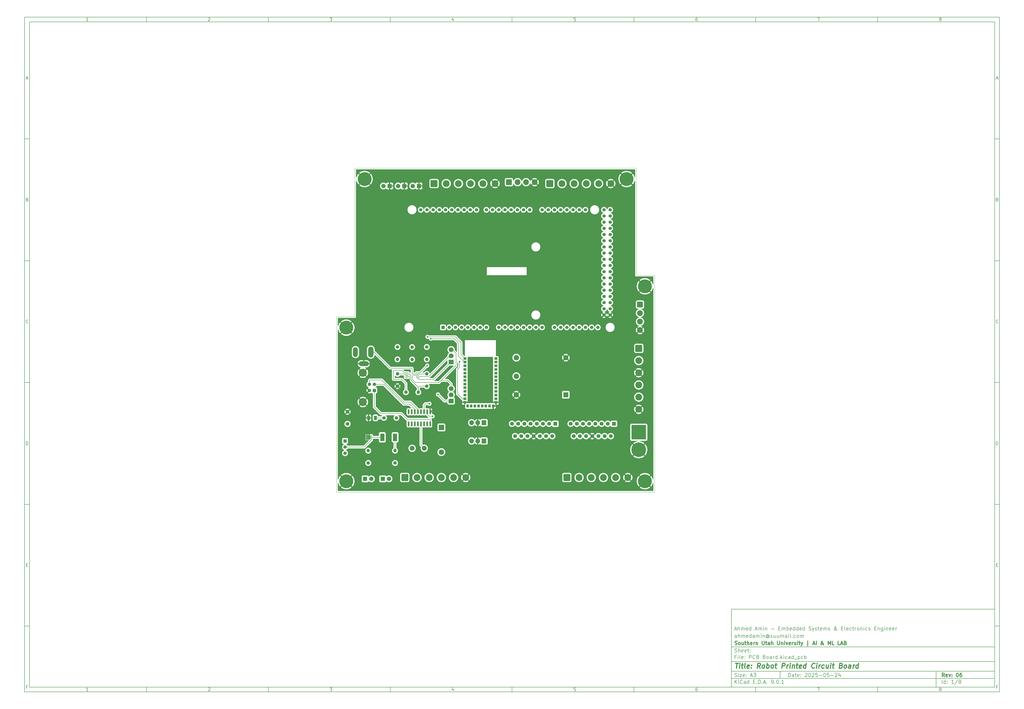
<source format=gbr>
%TF.GenerationSoftware,KiCad,Pcbnew,9.0.1*%
%TF.CreationDate,2025-05-27T23:19:39-06:00*%
%TF.ProjectId,PCB Board,50434220-426f-4617-9264-2e6b69636164,06*%
%TF.SameCoordinates,Original*%
%TF.FileFunction,Copper,L1,Top*%
%TF.FilePolarity,Positive*%
%FSLAX46Y46*%
G04 Gerber Fmt 4.6, Leading zero omitted, Abs format (unit mm)*
G04 Created by KiCad (PCBNEW 9.0.1) date 2025-05-27 23:19:39*
%MOMM*%
%LPD*%
G01*
G04 APERTURE LIST*
G04 Aperture macros list*
%AMRoundRect*
0 Rectangle with rounded corners*
0 $1 Rounding radius*
0 $2 $3 $4 $5 $6 $7 $8 $9 X,Y pos of 4 corners*
0 Add a 4 corners polygon primitive as box body*
4,1,4,$2,$3,$4,$5,$6,$7,$8,$9,$2,$3,0*
0 Add four circle primitives for the rounded corners*
1,1,$1+$1,$2,$3*
1,1,$1+$1,$4,$5*
1,1,$1+$1,$6,$7*
1,1,$1+$1,$8,$9*
0 Add four rect primitives between the rounded corners*
20,1,$1+$1,$2,$3,$4,$5,0*
20,1,$1+$1,$4,$5,$6,$7,0*
20,1,$1+$1,$6,$7,$8,$9,0*
20,1,$1+$1,$8,$9,$2,$3,0*%
G04 Aperture macros list end*
%ADD10C,0.100000*%
%ADD11C,0.150000*%
%ADD12C,0.300000*%
%ADD13C,0.400000*%
%TA.AperFunction,ComponentPad*%
%ADD14RoundRect,0.250001X-1.149999X-1.149999X1.149999X-1.149999X1.149999X1.149999X-1.149999X1.149999X0*%
%TD*%
%TA.AperFunction,ComponentPad*%
%ADD15C,2.800000*%
%TD*%
%TA.AperFunction,SMDPad,CuDef*%
%ADD16RoundRect,0.150000X-0.150000X0.825000X-0.150000X-0.825000X0.150000X-0.825000X0.150000X0.825000X0*%
%TD*%
%TA.AperFunction,ComponentPad*%
%ADD17C,5.700000*%
%TD*%
%TA.AperFunction,ComponentPad*%
%ADD18R,2.000000X1.905000*%
%TD*%
%TA.AperFunction,ComponentPad*%
%ADD19O,2.000000X1.905000*%
%TD*%
%TA.AperFunction,ComponentPad*%
%ADD20R,1.905000X2.000000*%
%TD*%
%TA.AperFunction,ComponentPad*%
%ADD21O,1.905000X2.000000*%
%TD*%
%TA.AperFunction,ComponentPad*%
%ADD22RoundRect,0.250001X-1.149999X1.149999X-1.149999X-1.149999X1.149999X-1.149999X1.149999X1.149999X0*%
%TD*%
%TA.AperFunction,ComponentPad*%
%ADD23C,1.400000*%
%TD*%
%TA.AperFunction,ComponentPad*%
%ADD24O,1.400000X1.400000*%
%TD*%
%TA.AperFunction,SMDPad,CuDef*%
%ADD25RoundRect,0.250000X-0.375000X-0.625000X0.375000X-0.625000X0.375000X0.625000X-0.375000X0.625000X0*%
%TD*%
%TA.AperFunction,ComponentPad*%
%ADD26R,1.800000X1.800000*%
%TD*%
%TA.AperFunction,ComponentPad*%
%ADD27C,1.800000*%
%TD*%
%TA.AperFunction,ComponentPad*%
%ADD28C,1.358000*%
%TD*%
%TA.AperFunction,ComponentPad*%
%ADD29R,1.358000X1.358000*%
%TD*%
%TA.AperFunction,ComponentPad*%
%ADD30R,1.620000X1.620000*%
%TD*%
%TA.AperFunction,ComponentPad*%
%ADD31C,1.620000*%
%TD*%
%TA.AperFunction,SMDPad,CuDef*%
%ADD32R,1.300000X1.000000*%
%TD*%
%TA.AperFunction,SMDPad,CuDef*%
%ADD33R,1.000000X1.300000*%
%TD*%
%TA.AperFunction,ComponentPad*%
%ADD34C,1.508000*%
%TD*%
%TA.AperFunction,ComponentPad*%
%ADD35R,2.100000X2.100000*%
%TD*%
%TA.AperFunction,ComponentPad*%
%ADD36C,2.100000*%
%TD*%
%TA.AperFunction,ComponentPad*%
%ADD37C,2.200000*%
%TD*%
%TA.AperFunction,SMDPad,CuDef*%
%ADD38RoundRect,0.093750X-0.093750X-0.106250X0.093750X-0.106250X0.093750X0.106250X-0.093750X0.106250X0*%
%TD*%
%TA.AperFunction,HeatsinkPad*%
%ADD39R,1.000000X1.600000*%
%TD*%
%TA.AperFunction,ComponentPad*%
%ADD40C,2.000000*%
%TD*%
%TA.AperFunction,SMDPad,CuDef*%
%ADD41R,1.780000X3.150000*%
%TD*%
%TA.AperFunction,ComponentPad*%
%ADD42R,1.408000X1.408000*%
%TD*%
%TA.AperFunction,ComponentPad*%
%ADD43C,1.408000*%
%TD*%
%TA.AperFunction,SMDPad,CuDef*%
%ADD44R,1.397000X0.150000*%
%TD*%
%TA.AperFunction,ComponentPad*%
%ADD45R,2.200000X2.200000*%
%TD*%
%TA.AperFunction,ComponentPad*%
%ADD46O,2.200000X2.200000*%
%TD*%
%TA.AperFunction,ComponentPad*%
%ADD47C,6.000000*%
%TD*%
%TA.AperFunction,ComponentPad*%
%ADD48R,6.000000X6.000000*%
%TD*%
%TA.AperFunction,ComponentPad*%
%ADD49RoundRect,0.250001X-0.949999X0.949999X-0.949999X-0.949999X0.949999X-0.949999X0.949999X0.949999X0*%
%TD*%
%TA.AperFunction,ComponentPad*%
%ADD50C,2.400000*%
%TD*%
%TA.AperFunction,ComponentPad*%
%ADD51RoundRect,0.250001X-0.949999X-0.949999X0.949999X-0.949999X0.949999X0.949999X-0.949999X0.949999X0*%
%TD*%
%TA.AperFunction,ComponentPad*%
%ADD52O,2.200000X4.400000*%
%TD*%
%TA.AperFunction,ComponentPad*%
%ADD53O,2.000000X4.000000*%
%TD*%
%TA.AperFunction,ComponentPad*%
%ADD54O,4.000000X2.000000*%
%TD*%
%TA.AperFunction,ComponentPad*%
%ADD55C,3.316000*%
%TD*%
%TA.AperFunction,ViaPad*%
%ADD56C,0.685800*%
%TD*%
%TA.AperFunction,Conductor*%
%ADD57C,0.200000*%
%TD*%
%TA.AperFunction,Conductor*%
%ADD58C,0.600000*%
%TD*%
%TA.AperFunction,Conductor*%
%ADD59C,0.150000*%
%TD*%
%TA.AperFunction,Profile*%
%ADD60C,0.038100*%
%TD*%
G04 APERTURE END LIST*
D10*
D11*
X299989000Y-253002200D02*
X407989000Y-253002200D01*
X407989000Y-285002200D01*
X299989000Y-285002200D01*
X299989000Y-253002200D01*
D10*
D11*
X10000000Y-10000000D02*
X409989000Y-10000000D01*
X409989000Y-287002200D01*
X10000000Y-287002200D01*
X10000000Y-10000000D01*
D10*
D11*
X12000000Y-12000000D02*
X407989000Y-12000000D01*
X407989000Y-285002200D01*
X12000000Y-285002200D01*
X12000000Y-12000000D01*
D10*
D11*
X60000000Y-12000000D02*
X60000000Y-10000000D01*
D10*
D11*
X110000000Y-12000000D02*
X110000000Y-10000000D01*
D10*
D11*
X160000000Y-12000000D02*
X160000000Y-10000000D01*
D10*
D11*
X210000000Y-12000000D02*
X210000000Y-10000000D01*
D10*
D11*
X260000000Y-12000000D02*
X260000000Y-10000000D01*
D10*
D11*
X310000000Y-12000000D02*
X310000000Y-10000000D01*
D10*
D11*
X360000000Y-12000000D02*
X360000000Y-10000000D01*
D10*
D11*
X36089160Y-11593604D02*
X35346303Y-11593604D01*
X35717731Y-11593604D02*
X35717731Y-10293604D01*
X35717731Y-10293604D02*
X35593922Y-10479319D01*
X35593922Y-10479319D02*
X35470112Y-10603128D01*
X35470112Y-10603128D02*
X35346303Y-10665033D01*
D10*
D11*
X85346303Y-10417414D02*
X85408207Y-10355509D01*
X85408207Y-10355509D02*
X85532017Y-10293604D01*
X85532017Y-10293604D02*
X85841541Y-10293604D01*
X85841541Y-10293604D02*
X85965350Y-10355509D01*
X85965350Y-10355509D02*
X86027255Y-10417414D01*
X86027255Y-10417414D02*
X86089160Y-10541223D01*
X86089160Y-10541223D02*
X86089160Y-10665033D01*
X86089160Y-10665033D02*
X86027255Y-10850747D01*
X86027255Y-10850747D02*
X85284398Y-11593604D01*
X85284398Y-11593604D02*
X86089160Y-11593604D01*
D10*
D11*
X135284398Y-10293604D02*
X136089160Y-10293604D01*
X136089160Y-10293604D02*
X135655826Y-10788842D01*
X135655826Y-10788842D02*
X135841541Y-10788842D01*
X135841541Y-10788842D02*
X135965350Y-10850747D01*
X135965350Y-10850747D02*
X136027255Y-10912652D01*
X136027255Y-10912652D02*
X136089160Y-11036461D01*
X136089160Y-11036461D02*
X136089160Y-11345985D01*
X136089160Y-11345985D02*
X136027255Y-11469795D01*
X136027255Y-11469795D02*
X135965350Y-11531700D01*
X135965350Y-11531700D02*
X135841541Y-11593604D01*
X135841541Y-11593604D02*
X135470112Y-11593604D01*
X135470112Y-11593604D02*
X135346303Y-11531700D01*
X135346303Y-11531700D02*
X135284398Y-11469795D01*
D10*
D11*
X185965350Y-10726938D02*
X185965350Y-11593604D01*
X185655826Y-10231700D02*
X185346303Y-11160271D01*
X185346303Y-11160271D02*
X186151064Y-11160271D01*
D10*
D11*
X236027255Y-10293604D02*
X235408207Y-10293604D01*
X235408207Y-10293604D02*
X235346303Y-10912652D01*
X235346303Y-10912652D02*
X235408207Y-10850747D01*
X235408207Y-10850747D02*
X235532017Y-10788842D01*
X235532017Y-10788842D02*
X235841541Y-10788842D01*
X235841541Y-10788842D02*
X235965350Y-10850747D01*
X235965350Y-10850747D02*
X236027255Y-10912652D01*
X236027255Y-10912652D02*
X236089160Y-11036461D01*
X236089160Y-11036461D02*
X236089160Y-11345985D01*
X236089160Y-11345985D02*
X236027255Y-11469795D01*
X236027255Y-11469795D02*
X235965350Y-11531700D01*
X235965350Y-11531700D02*
X235841541Y-11593604D01*
X235841541Y-11593604D02*
X235532017Y-11593604D01*
X235532017Y-11593604D02*
X235408207Y-11531700D01*
X235408207Y-11531700D02*
X235346303Y-11469795D01*
D10*
D11*
X285965350Y-10293604D02*
X285717731Y-10293604D01*
X285717731Y-10293604D02*
X285593922Y-10355509D01*
X285593922Y-10355509D02*
X285532017Y-10417414D01*
X285532017Y-10417414D02*
X285408207Y-10603128D01*
X285408207Y-10603128D02*
X285346303Y-10850747D01*
X285346303Y-10850747D02*
X285346303Y-11345985D01*
X285346303Y-11345985D02*
X285408207Y-11469795D01*
X285408207Y-11469795D02*
X285470112Y-11531700D01*
X285470112Y-11531700D02*
X285593922Y-11593604D01*
X285593922Y-11593604D02*
X285841541Y-11593604D01*
X285841541Y-11593604D02*
X285965350Y-11531700D01*
X285965350Y-11531700D02*
X286027255Y-11469795D01*
X286027255Y-11469795D02*
X286089160Y-11345985D01*
X286089160Y-11345985D02*
X286089160Y-11036461D01*
X286089160Y-11036461D02*
X286027255Y-10912652D01*
X286027255Y-10912652D02*
X285965350Y-10850747D01*
X285965350Y-10850747D02*
X285841541Y-10788842D01*
X285841541Y-10788842D02*
X285593922Y-10788842D01*
X285593922Y-10788842D02*
X285470112Y-10850747D01*
X285470112Y-10850747D02*
X285408207Y-10912652D01*
X285408207Y-10912652D02*
X285346303Y-11036461D01*
D10*
D11*
X335284398Y-10293604D02*
X336151064Y-10293604D01*
X336151064Y-10293604D02*
X335593922Y-11593604D01*
D10*
D11*
X385593922Y-10850747D02*
X385470112Y-10788842D01*
X385470112Y-10788842D02*
X385408207Y-10726938D01*
X385408207Y-10726938D02*
X385346303Y-10603128D01*
X385346303Y-10603128D02*
X385346303Y-10541223D01*
X385346303Y-10541223D02*
X385408207Y-10417414D01*
X385408207Y-10417414D02*
X385470112Y-10355509D01*
X385470112Y-10355509D02*
X385593922Y-10293604D01*
X385593922Y-10293604D02*
X385841541Y-10293604D01*
X385841541Y-10293604D02*
X385965350Y-10355509D01*
X385965350Y-10355509D02*
X386027255Y-10417414D01*
X386027255Y-10417414D02*
X386089160Y-10541223D01*
X386089160Y-10541223D02*
X386089160Y-10603128D01*
X386089160Y-10603128D02*
X386027255Y-10726938D01*
X386027255Y-10726938D02*
X385965350Y-10788842D01*
X385965350Y-10788842D02*
X385841541Y-10850747D01*
X385841541Y-10850747D02*
X385593922Y-10850747D01*
X385593922Y-10850747D02*
X385470112Y-10912652D01*
X385470112Y-10912652D02*
X385408207Y-10974557D01*
X385408207Y-10974557D02*
X385346303Y-11098366D01*
X385346303Y-11098366D02*
X385346303Y-11345985D01*
X385346303Y-11345985D02*
X385408207Y-11469795D01*
X385408207Y-11469795D02*
X385470112Y-11531700D01*
X385470112Y-11531700D02*
X385593922Y-11593604D01*
X385593922Y-11593604D02*
X385841541Y-11593604D01*
X385841541Y-11593604D02*
X385965350Y-11531700D01*
X385965350Y-11531700D02*
X386027255Y-11469795D01*
X386027255Y-11469795D02*
X386089160Y-11345985D01*
X386089160Y-11345985D02*
X386089160Y-11098366D01*
X386089160Y-11098366D02*
X386027255Y-10974557D01*
X386027255Y-10974557D02*
X385965350Y-10912652D01*
X385965350Y-10912652D02*
X385841541Y-10850747D01*
D10*
D11*
X60000000Y-285002200D02*
X60000000Y-287002200D01*
D10*
D11*
X110000000Y-285002200D02*
X110000000Y-287002200D01*
D10*
D11*
X160000000Y-285002200D02*
X160000000Y-287002200D01*
D10*
D11*
X210000000Y-285002200D02*
X210000000Y-287002200D01*
D10*
D11*
X260000000Y-285002200D02*
X260000000Y-287002200D01*
D10*
D11*
X310000000Y-285002200D02*
X310000000Y-287002200D01*
D10*
D11*
X360000000Y-285002200D02*
X360000000Y-287002200D01*
D10*
D11*
X36089160Y-286595804D02*
X35346303Y-286595804D01*
X35717731Y-286595804D02*
X35717731Y-285295804D01*
X35717731Y-285295804D02*
X35593922Y-285481519D01*
X35593922Y-285481519D02*
X35470112Y-285605328D01*
X35470112Y-285605328D02*
X35346303Y-285667233D01*
D10*
D11*
X85346303Y-285419614D02*
X85408207Y-285357709D01*
X85408207Y-285357709D02*
X85532017Y-285295804D01*
X85532017Y-285295804D02*
X85841541Y-285295804D01*
X85841541Y-285295804D02*
X85965350Y-285357709D01*
X85965350Y-285357709D02*
X86027255Y-285419614D01*
X86027255Y-285419614D02*
X86089160Y-285543423D01*
X86089160Y-285543423D02*
X86089160Y-285667233D01*
X86089160Y-285667233D02*
X86027255Y-285852947D01*
X86027255Y-285852947D02*
X85284398Y-286595804D01*
X85284398Y-286595804D02*
X86089160Y-286595804D01*
D10*
D11*
X135284398Y-285295804D02*
X136089160Y-285295804D01*
X136089160Y-285295804D02*
X135655826Y-285791042D01*
X135655826Y-285791042D02*
X135841541Y-285791042D01*
X135841541Y-285791042D02*
X135965350Y-285852947D01*
X135965350Y-285852947D02*
X136027255Y-285914852D01*
X136027255Y-285914852D02*
X136089160Y-286038661D01*
X136089160Y-286038661D02*
X136089160Y-286348185D01*
X136089160Y-286348185D02*
X136027255Y-286471995D01*
X136027255Y-286471995D02*
X135965350Y-286533900D01*
X135965350Y-286533900D02*
X135841541Y-286595804D01*
X135841541Y-286595804D02*
X135470112Y-286595804D01*
X135470112Y-286595804D02*
X135346303Y-286533900D01*
X135346303Y-286533900D02*
X135284398Y-286471995D01*
D10*
D11*
X185965350Y-285729138D02*
X185965350Y-286595804D01*
X185655826Y-285233900D02*
X185346303Y-286162471D01*
X185346303Y-286162471D02*
X186151064Y-286162471D01*
D10*
D11*
X236027255Y-285295804D02*
X235408207Y-285295804D01*
X235408207Y-285295804D02*
X235346303Y-285914852D01*
X235346303Y-285914852D02*
X235408207Y-285852947D01*
X235408207Y-285852947D02*
X235532017Y-285791042D01*
X235532017Y-285791042D02*
X235841541Y-285791042D01*
X235841541Y-285791042D02*
X235965350Y-285852947D01*
X235965350Y-285852947D02*
X236027255Y-285914852D01*
X236027255Y-285914852D02*
X236089160Y-286038661D01*
X236089160Y-286038661D02*
X236089160Y-286348185D01*
X236089160Y-286348185D02*
X236027255Y-286471995D01*
X236027255Y-286471995D02*
X235965350Y-286533900D01*
X235965350Y-286533900D02*
X235841541Y-286595804D01*
X235841541Y-286595804D02*
X235532017Y-286595804D01*
X235532017Y-286595804D02*
X235408207Y-286533900D01*
X235408207Y-286533900D02*
X235346303Y-286471995D01*
D10*
D11*
X285965350Y-285295804D02*
X285717731Y-285295804D01*
X285717731Y-285295804D02*
X285593922Y-285357709D01*
X285593922Y-285357709D02*
X285532017Y-285419614D01*
X285532017Y-285419614D02*
X285408207Y-285605328D01*
X285408207Y-285605328D02*
X285346303Y-285852947D01*
X285346303Y-285852947D02*
X285346303Y-286348185D01*
X285346303Y-286348185D02*
X285408207Y-286471995D01*
X285408207Y-286471995D02*
X285470112Y-286533900D01*
X285470112Y-286533900D02*
X285593922Y-286595804D01*
X285593922Y-286595804D02*
X285841541Y-286595804D01*
X285841541Y-286595804D02*
X285965350Y-286533900D01*
X285965350Y-286533900D02*
X286027255Y-286471995D01*
X286027255Y-286471995D02*
X286089160Y-286348185D01*
X286089160Y-286348185D02*
X286089160Y-286038661D01*
X286089160Y-286038661D02*
X286027255Y-285914852D01*
X286027255Y-285914852D02*
X285965350Y-285852947D01*
X285965350Y-285852947D02*
X285841541Y-285791042D01*
X285841541Y-285791042D02*
X285593922Y-285791042D01*
X285593922Y-285791042D02*
X285470112Y-285852947D01*
X285470112Y-285852947D02*
X285408207Y-285914852D01*
X285408207Y-285914852D02*
X285346303Y-286038661D01*
D10*
D11*
X335284398Y-285295804D02*
X336151064Y-285295804D01*
X336151064Y-285295804D02*
X335593922Y-286595804D01*
D10*
D11*
X385593922Y-285852947D02*
X385470112Y-285791042D01*
X385470112Y-285791042D02*
X385408207Y-285729138D01*
X385408207Y-285729138D02*
X385346303Y-285605328D01*
X385346303Y-285605328D02*
X385346303Y-285543423D01*
X385346303Y-285543423D02*
X385408207Y-285419614D01*
X385408207Y-285419614D02*
X385470112Y-285357709D01*
X385470112Y-285357709D02*
X385593922Y-285295804D01*
X385593922Y-285295804D02*
X385841541Y-285295804D01*
X385841541Y-285295804D02*
X385965350Y-285357709D01*
X385965350Y-285357709D02*
X386027255Y-285419614D01*
X386027255Y-285419614D02*
X386089160Y-285543423D01*
X386089160Y-285543423D02*
X386089160Y-285605328D01*
X386089160Y-285605328D02*
X386027255Y-285729138D01*
X386027255Y-285729138D02*
X385965350Y-285791042D01*
X385965350Y-285791042D02*
X385841541Y-285852947D01*
X385841541Y-285852947D02*
X385593922Y-285852947D01*
X385593922Y-285852947D02*
X385470112Y-285914852D01*
X385470112Y-285914852D02*
X385408207Y-285976757D01*
X385408207Y-285976757D02*
X385346303Y-286100566D01*
X385346303Y-286100566D02*
X385346303Y-286348185D01*
X385346303Y-286348185D02*
X385408207Y-286471995D01*
X385408207Y-286471995D02*
X385470112Y-286533900D01*
X385470112Y-286533900D02*
X385593922Y-286595804D01*
X385593922Y-286595804D02*
X385841541Y-286595804D01*
X385841541Y-286595804D02*
X385965350Y-286533900D01*
X385965350Y-286533900D02*
X386027255Y-286471995D01*
X386027255Y-286471995D02*
X386089160Y-286348185D01*
X386089160Y-286348185D02*
X386089160Y-286100566D01*
X386089160Y-286100566D02*
X386027255Y-285976757D01*
X386027255Y-285976757D02*
X385965350Y-285914852D01*
X385965350Y-285914852D02*
X385841541Y-285852947D01*
D10*
D11*
X10000000Y-60000000D02*
X12000000Y-60000000D01*
D10*
D11*
X10000000Y-110000000D02*
X12000000Y-110000000D01*
D10*
D11*
X10000000Y-160000000D02*
X12000000Y-160000000D01*
D10*
D11*
X10000000Y-210000000D02*
X12000000Y-210000000D01*
D10*
D11*
X10000000Y-260000000D02*
X12000000Y-260000000D01*
D10*
D11*
X10690476Y-35222176D02*
X11309523Y-35222176D01*
X10566666Y-35593604D02*
X10999999Y-34293604D01*
X10999999Y-34293604D02*
X11433333Y-35593604D01*
D10*
D11*
X11092857Y-84912652D02*
X11278571Y-84974557D01*
X11278571Y-84974557D02*
X11340476Y-85036461D01*
X11340476Y-85036461D02*
X11402380Y-85160271D01*
X11402380Y-85160271D02*
X11402380Y-85345985D01*
X11402380Y-85345985D02*
X11340476Y-85469795D01*
X11340476Y-85469795D02*
X11278571Y-85531700D01*
X11278571Y-85531700D02*
X11154761Y-85593604D01*
X11154761Y-85593604D02*
X10659523Y-85593604D01*
X10659523Y-85593604D02*
X10659523Y-84293604D01*
X10659523Y-84293604D02*
X11092857Y-84293604D01*
X11092857Y-84293604D02*
X11216666Y-84355509D01*
X11216666Y-84355509D02*
X11278571Y-84417414D01*
X11278571Y-84417414D02*
X11340476Y-84541223D01*
X11340476Y-84541223D02*
X11340476Y-84665033D01*
X11340476Y-84665033D02*
X11278571Y-84788842D01*
X11278571Y-84788842D02*
X11216666Y-84850747D01*
X11216666Y-84850747D02*
X11092857Y-84912652D01*
X11092857Y-84912652D02*
X10659523Y-84912652D01*
D10*
D11*
X11402380Y-135469795D02*
X11340476Y-135531700D01*
X11340476Y-135531700D02*
X11154761Y-135593604D01*
X11154761Y-135593604D02*
X11030952Y-135593604D01*
X11030952Y-135593604D02*
X10845238Y-135531700D01*
X10845238Y-135531700D02*
X10721428Y-135407890D01*
X10721428Y-135407890D02*
X10659523Y-135284080D01*
X10659523Y-135284080D02*
X10597619Y-135036461D01*
X10597619Y-135036461D02*
X10597619Y-134850747D01*
X10597619Y-134850747D02*
X10659523Y-134603128D01*
X10659523Y-134603128D02*
X10721428Y-134479319D01*
X10721428Y-134479319D02*
X10845238Y-134355509D01*
X10845238Y-134355509D02*
X11030952Y-134293604D01*
X11030952Y-134293604D02*
X11154761Y-134293604D01*
X11154761Y-134293604D02*
X11340476Y-134355509D01*
X11340476Y-134355509D02*
X11402380Y-134417414D01*
D10*
D11*
X10659523Y-185593604D02*
X10659523Y-184293604D01*
X10659523Y-184293604D02*
X10969047Y-184293604D01*
X10969047Y-184293604D02*
X11154761Y-184355509D01*
X11154761Y-184355509D02*
X11278571Y-184479319D01*
X11278571Y-184479319D02*
X11340476Y-184603128D01*
X11340476Y-184603128D02*
X11402380Y-184850747D01*
X11402380Y-184850747D02*
X11402380Y-185036461D01*
X11402380Y-185036461D02*
X11340476Y-185284080D01*
X11340476Y-185284080D02*
X11278571Y-185407890D01*
X11278571Y-185407890D02*
X11154761Y-185531700D01*
X11154761Y-185531700D02*
X10969047Y-185593604D01*
X10969047Y-185593604D02*
X10659523Y-185593604D01*
D10*
D11*
X10721428Y-234912652D02*
X11154762Y-234912652D01*
X11340476Y-235593604D02*
X10721428Y-235593604D01*
X10721428Y-235593604D02*
X10721428Y-234293604D01*
X10721428Y-234293604D02*
X11340476Y-234293604D01*
D10*
D11*
X11185714Y-284912652D02*
X10752380Y-284912652D01*
X10752380Y-285593604D02*
X10752380Y-284293604D01*
X10752380Y-284293604D02*
X11371428Y-284293604D01*
D10*
D11*
X409989000Y-60000000D02*
X407989000Y-60000000D01*
D10*
D11*
X409989000Y-110000000D02*
X407989000Y-110000000D01*
D10*
D11*
X409989000Y-160000000D02*
X407989000Y-160000000D01*
D10*
D11*
X409989000Y-210000000D02*
X407989000Y-210000000D01*
D10*
D11*
X409989000Y-260000000D02*
X407989000Y-260000000D01*
D10*
D11*
X408679476Y-35222176D02*
X409298523Y-35222176D01*
X408555666Y-35593604D02*
X408988999Y-34293604D01*
X408988999Y-34293604D02*
X409422333Y-35593604D01*
D10*
D11*
X409081857Y-84912652D02*
X409267571Y-84974557D01*
X409267571Y-84974557D02*
X409329476Y-85036461D01*
X409329476Y-85036461D02*
X409391380Y-85160271D01*
X409391380Y-85160271D02*
X409391380Y-85345985D01*
X409391380Y-85345985D02*
X409329476Y-85469795D01*
X409329476Y-85469795D02*
X409267571Y-85531700D01*
X409267571Y-85531700D02*
X409143761Y-85593604D01*
X409143761Y-85593604D02*
X408648523Y-85593604D01*
X408648523Y-85593604D02*
X408648523Y-84293604D01*
X408648523Y-84293604D02*
X409081857Y-84293604D01*
X409081857Y-84293604D02*
X409205666Y-84355509D01*
X409205666Y-84355509D02*
X409267571Y-84417414D01*
X409267571Y-84417414D02*
X409329476Y-84541223D01*
X409329476Y-84541223D02*
X409329476Y-84665033D01*
X409329476Y-84665033D02*
X409267571Y-84788842D01*
X409267571Y-84788842D02*
X409205666Y-84850747D01*
X409205666Y-84850747D02*
X409081857Y-84912652D01*
X409081857Y-84912652D02*
X408648523Y-84912652D01*
D10*
D11*
X409391380Y-135469795D02*
X409329476Y-135531700D01*
X409329476Y-135531700D02*
X409143761Y-135593604D01*
X409143761Y-135593604D02*
X409019952Y-135593604D01*
X409019952Y-135593604D02*
X408834238Y-135531700D01*
X408834238Y-135531700D02*
X408710428Y-135407890D01*
X408710428Y-135407890D02*
X408648523Y-135284080D01*
X408648523Y-135284080D02*
X408586619Y-135036461D01*
X408586619Y-135036461D02*
X408586619Y-134850747D01*
X408586619Y-134850747D02*
X408648523Y-134603128D01*
X408648523Y-134603128D02*
X408710428Y-134479319D01*
X408710428Y-134479319D02*
X408834238Y-134355509D01*
X408834238Y-134355509D02*
X409019952Y-134293604D01*
X409019952Y-134293604D02*
X409143761Y-134293604D01*
X409143761Y-134293604D02*
X409329476Y-134355509D01*
X409329476Y-134355509D02*
X409391380Y-134417414D01*
D10*
D11*
X408648523Y-185593604D02*
X408648523Y-184293604D01*
X408648523Y-184293604D02*
X408958047Y-184293604D01*
X408958047Y-184293604D02*
X409143761Y-184355509D01*
X409143761Y-184355509D02*
X409267571Y-184479319D01*
X409267571Y-184479319D02*
X409329476Y-184603128D01*
X409329476Y-184603128D02*
X409391380Y-184850747D01*
X409391380Y-184850747D02*
X409391380Y-185036461D01*
X409391380Y-185036461D02*
X409329476Y-185284080D01*
X409329476Y-185284080D02*
X409267571Y-185407890D01*
X409267571Y-185407890D02*
X409143761Y-185531700D01*
X409143761Y-185531700D02*
X408958047Y-185593604D01*
X408958047Y-185593604D02*
X408648523Y-185593604D01*
D10*
D11*
X408710428Y-234912652D02*
X409143762Y-234912652D01*
X409329476Y-235593604D02*
X408710428Y-235593604D01*
X408710428Y-235593604D02*
X408710428Y-234293604D01*
X408710428Y-234293604D02*
X409329476Y-234293604D01*
D10*
D11*
X409174714Y-284912652D02*
X408741380Y-284912652D01*
X408741380Y-285593604D02*
X408741380Y-284293604D01*
X408741380Y-284293604D02*
X409360428Y-284293604D01*
D10*
D11*
X323444826Y-280788328D02*
X323444826Y-279288328D01*
X323444826Y-279288328D02*
X323801969Y-279288328D01*
X323801969Y-279288328D02*
X324016255Y-279359757D01*
X324016255Y-279359757D02*
X324159112Y-279502614D01*
X324159112Y-279502614D02*
X324230541Y-279645471D01*
X324230541Y-279645471D02*
X324301969Y-279931185D01*
X324301969Y-279931185D02*
X324301969Y-280145471D01*
X324301969Y-280145471D02*
X324230541Y-280431185D01*
X324230541Y-280431185D02*
X324159112Y-280574042D01*
X324159112Y-280574042D02*
X324016255Y-280716900D01*
X324016255Y-280716900D02*
X323801969Y-280788328D01*
X323801969Y-280788328D02*
X323444826Y-280788328D01*
X325587684Y-280788328D02*
X325587684Y-280002614D01*
X325587684Y-280002614D02*
X325516255Y-279859757D01*
X325516255Y-279859757D02*
X325373398Y-279788328D01*
X325373398Y-279788328D02*
X325087684Y-279788328D01*
X325087684Y-279788328D02*
X324944826Y-279859757D01*
X325587684Y-280716900D02*
X325444826Y-280788328D01*
X325444826Y-280788328D02*
X325087684Y-280788328D01*
X325087684Y-280788328D02*
X324944826Y-280716900D01*
X324944826Y-280716900D02*
X324873398Y-280574042D01*
X324873398Y-280574042D02*
X324873398Y-280431185D01*
X324873398Y-280431185D02*
X324944826Y-280288328D01*
X324944826Y-280288328D02*
X325087684Y-280216900D01*
X325087684Y-280216900D02*
X325444826Y-280216900D01*
X325444826Y-280216900D02*
X325587684Y-280145471D01*
X326087684Y-279788328D02*
X326659112Y-279788328D01*
X326301969Y-279288328D02*
X326301969Y-280574042D01*
X326301969Y-280574042D02*
X326373398Y-280716900D01*
X326373398Y-280716900D02*
X326516255Y-280788328D01*
X326516255Y-280788328D02*
X326659112Y-280788328D01*
X327730541Y-280716900D02*
X327587684Y-280788328D01*
X327587684Y-280788328D02*
X327301970Y-280788328D01*
X327301970Y-280788328D02*
X327159112Y-280716900D01*
X327159112Y-280716900D02*
X327087684Y-280574042D01*
X327087684Y-280574042D02*
X327087684Y-280002614D01*
X327087684Y-280002614D02*
X327159112Y-279859757D01*
X327159112Y-279859757D02*
X327301970Y-279788328D01*
X327301970Y-279788328D02*
X327587684Y-279788328D01*
X327587684Y-279788328D02*
X327730541Y-279859757D01*
X327730541Y-279859757D02*
X327801970Y-280002614D01*
X327801970Y-280002614D02*
X327801970Y-280145471D01*
X327801970Y-280145471D02*
X327087684Y-280288328D01*
X328444826Y-280645471D02*
X328516255Y-280716900D01*
X328516255Y-280716900D02*
X328444826Y-280788328D01*
X328444826Y-280788328D02*
X328373398Y-280716900D01*
X328373398Y-280716900D02*
X328444826Y-280645471D01*
X328444826Y-280645471D02*
X328444826Y-280788328D01*
X328444826Y-279859757D02*
X328516255Y-279931185D01*
X328516255Y-279931185D02*
X328444826Y-280002614D01*
X328444826Y-280002614D02*
X328373398Y-279931185D01*
X328373398Y-279931185D02*
X328444826Y-279859757D01*
X328444826Y-279859757D02*
X328444826Y-280002614D01*
X330230541Y-279431185D02*
X330301969Y-279359757D01*
X330301969Y-279359757D02*
X330444827Y-279288328D01*
X330444827Y-279288328D02*
X330801969Y-279288328D01*
X330801969Y-279288328D02*
X330944827Y-279359757D01*
X330944827Y-279359757D02*
X331016255Y-279431185D01*
X331016255Y-279431185D02*
X331087684Y-279574042D01*
X331087684Y-279574042D02*
X331087684Y-279716900D01*
X331087684Y-279716900D02*
X331016255Y-279931185D01*
X331016255Y-279931185D02*
X330159112Y-280788328D01*
X330159112Y-280788328D02*
X331087684Y-280788328D01*
X332016255Y-279288328D02*
X332159112Y-279288328D01*
X332159112Y-279288328D02*
X332301969Y-279359757D01*
X332301969Y-279359757D02*
X332373398Y-279431185D01*
X332373398Y-279431185D02*
X332444826Y-279574042D01*
X332444826Y-279574042D02*
X332516255Y-279859757D01*
X332516255Y-279859757D02*
X332516255Y-280216900D01*
X332516255Y-280216900D02*
X332444826Y-280502614D01*
X332444826Y-280502614D02*
X332373398Y-280645471D01*
X332373398Y-280645471D02*
X332301969Y-280716900D01*
X332301969Y-280716900D02*
X332159112Y-280788328D01*
X332159112Y-280788328D02*
X332016255Y-280788328D01*
X332016255Y-280788328D02*
X331873398Y-280716900D01*
X331873398Y-280716900D02*
X331801969Y-280645471D01*
X331801969Y-280645471D02*
X331730540Y-280502614D01*
X331730540Y-280502614D02*
X331659112Y-280216900D01*
X331659112Y-280216900D02*
X331659112Y-279859757D01*
X331659112Y-279859757D02*
X331730540Y-279574042D01*
X331730540Y-279574042D02*
X331801969Y-279431185D01*
X331801969Y-279431185D02*
X331873398Y-279359757D01*
X331873398Y-279359757D02*
X332016255Y-279288328D01*
X333087683Y-279431185D02*
X333159111Y-279359757D01*
X333159111Y-279359757D02*
X333301969Y-279288328D01*
X333301969Y-279288328D02*
X333659111Y-279288328D01*
X333659111Y-279288328D02*
X333801969Y-279359757D01*
X333801969Y-279359757D02*
X333873397Y-279431185D01*
X333873397Y-279431185D02*
X333944826Y-279574042D01*
X333944826Y-279574042D02*
X333944826Y-279716900D01*
X333944826Y-279716900D02*
X333873397Y-279931185D01*
X333873397Y-279931185D02*
X333016254Y-280788328D01*
X333016254Y-280788328D02*
X333944826Y-280788328D01*
X335301968Y-279288328D02*
X334587682Y-279288328D01*
X334587682Y-279288328D02*
X334516254Y-280002614D01*
X334516254Y-280002614D02*
X334587682Y-279931185D01*
X334587682Y-279931185D02*
X334730540Y-279859757D01*
X334730540Y-279859757D02*
X335087682Y-279859757D01*
X335087682Y-279859757D02*
X335230540Y-279931185D01*
X335230540Y-279931185D02*
X335301968Y-280002614D01*
X335301968Y-280002614D02*
X335373397Y-280145471D01*
X335373397Y-280145471D02*
X335373397Y-280502614D01*
X335373397Y-280502614D02*
X335301968Y-280645471D01*
X335301968Y-280645471D02*
X335230540Y-280716900D01*
X335230540Y-280716900D02*
X335087682Y-280788328D01*
X335087682Y-280788328D02*
X334730540Y-280788328D01*
X334730540Y-280788328D02*
X334587682Y-280716900D01*
X334587682Y-280716900D02*
X334516254Y-280645471D01*
X336016253Y-280216900D02*
X337159111Y-280216900D01*
X338159111Y-279288328D02*
X338301968Y-279288328D01*
X338301968Y-279288328D02*
X338444825Y-279359757D01*
X338444825Y-279359757D02*
X338516254Y-279431185D01*
X338516254Y-279431185D02*
X338587682Y-279574042D01*
X338587682Y-279574042D02*
X338659111Y-279859757D01*
X338659111Y-279859757D02*
X338659111Y-280216900D01*
X338659111Y-280216900D02*
X338587682Y-280502614D01*
X338587682Y-280502614D02*
X338516254Y-280645471D01*
X338516254Y-280645471D02*
X338444825Y-280716900D01*
X338444825Y-280716900D02*
X338301968Y-280788328D01*
X338301968Y-280788328D02*
X338159111Y-280788328D01*
X338159111Y-280788328D02*
X338016254Y-280716900D01*
X338016254Y-280716900D02*
X337944825Y-280645471D01*
X337944825Y-280645471D02*
X337873396Y-280502614D01*
X337873396Y-280502614D02*
X337801968Y-280216900D01*
X337801968Y-280216900D02*
X337801968Y-279859757D01*
X337801968Y-279859757D02*
X337873396Y-279574042D01*
X337873396Y-279574042D02*
X337944825Y-279431185D01*
X337944825Y-279431185D02*
X338016254Y-279359757D01*
X338016254Y-279359757D02*
X338159111Y-279288328D01*
X340016253Y-279288328D02*
X339301967Y-279288328D01*
X339301967Y-279288328D02*
X339230539Y-280002614D01*
X339230539Y-280002614D02*
X339301967Y-279931185D01*
X339301967Y-279931185D02*
X339444825Y-279859757D01*
X339444825Y-279859757D02*
X339801967Y-279859757D01*
X339801967Y-279859757D02*
X339944825Y-279931185D01*
X339944825Y-279931185D02*
X340016253Y-280002614D01*
X340016253Y-280002614D02*
X340087682Y-280145471D01*
X340087682Y-280145471D02*
X340087682Y-280502614D01*
X340087682Y-280502614D02*
X340016253Y-280645471D01*
X340016253Y-280645471D02*
X339944825Y-280716900D01*
X339944825Y-280716900D02*
X339801967Y-280788328D01*
X339801967Y-280788328D02*
X339444825Y-280788328D01*
X339444825Y-280788328D02*
X339301967Y-280716900D01*
X339301967Y-280716900D02*
X339230539Y-280645471D01*
X340730538Y-280216900D02*
X341873396Y-280216900D01*
X342516253Y-279431185D02*
X342587681Y-279359757D01*
X342587681Y-279359757D02*
X342730539Y-279288328D01*
X342730539Y-279288328D02*
X343087681Y-279288328D01*
X343087681Y-279288328D02*
X343230539Y-279359757D01*
X343230539Y-279359757D02*
X343301967Y-279431185D01*
X343301967Y-279431185D02*
X343373396Y-279574042D01*
X343373396Y-279574042D02*
X343373396Y-279716900D01*
X343373396Y-279716900D02*
X343301967Y-279931185D01*
X343301967Y-279931185D02*
X342444824Y-280788328D01*
X342444824Y-280788328D02*
X343373396Y-280788328D01*
X344659110Y-279788328D02*
X344659110Y-280788328D01*
X344301967Y-279216900D02*
X343944824Y-280288328D01*
X343944824Y-280288328D02*
X344873395Y-280288328D01*
D10*
D11*
X299989000Y-281502200D02*
X407989000Y-281502200D01*
D10*
D11*
X301444826Y-283588328D02*
X301444826Y-282088328D01*
X302301969Y-283588328D02*
X301659112Y-282731185D01*
X302301969Y-282088328D02*
X301444826Y-282945471D01*
X302944826Y-283588328D02*
X302944826Y-282588328D01*
X302944826Y-282088328D02*
X302873398Y-282159757D01*
X302873398Y-282159757D02*
X302944826Y-282231185D01*
X302944826Y-282231185D02*
X303016255Y-282159757D01*
X303016255Y-282159757D02*
X302944826Y-282088328D01*
X302944826Y-282088328D02*
X302944826Y-282231185D01*
X304516255Y-283445471D02*
X304444827Y-283516900D01*
X304444827Y-283516900D02*
X304230541Y-283588328D01*
X304230541Y-283588328D02*
X304087684Y-283588328D01*
X304087684Y-283588328D02*
X303873398Y-283516900D01*
X303873398Y-283516900D02*
X303730541Y-283374042D01*
X303730541Y-283374042D02*
X303659112Y-283231185D01*
X303659112Y-283231185D02*
X303587684Y-282945471D01*
X303587684Y-282945471D02*
X303587684Y-282731185D01*
X303587684Y-282731185D02*
X303659112Y-282445471D01*
X303659112Y-282445471D02*
X303730541Y-282302614D01*
X303730541Y-282302614D02*
X303873398Y-282159757D01*
X303873398Y-282159757D02*
X304087684Y-282088328D01*
X304087684Y-282088328D02*
X304230541Y-282088328D01*
X304230541Y-282088328D02*
X304444827Y-282159757D01*
X304444827Y-282159757D02*
X304516255Y-282231185D01*
X305801970Y-283588328D02*
X305801970Y-282802614D01*
X305801970Y-282802614D02*
X305730541Y-282659757D01*
X305730541Y-282659757D02*
X305587684Y-282588328D01*
X305587684Y-282588328D02*
X305301970Y-282588328D01*
X305301970Y-282588328D02*
X305159112Y-282659757D01*
X305801970Y-283516900D02*
X305659112Y-283588328D01*
X305659112Y-283588328D02*
X305301970Y-283588328D01*
X305301970Y-283588328D02*
X305159112Y-283516900D01*
X305159112Y-283516900D02*
X305087684Y-283374042D01*
X305087684Y-283374042D02*
X305087684Y-283231185D01*
X305087684Y-283231185D02*
X305159112Y-283088328D01*
X305159112Y-283088328D02*
X305301970Y-283016900D01*
X305301970Y-283016900D02*
X305659112Y-283016900D01*
X305659112Y-283016900D02*
X305801970Y-282945471D01*
X307159113Y-283588328D02*
X307159113Y-282088328D01*
X307159113Y-283516900D02*
X307016255Y-283588328D01*
X307016255Y-283588328D02*
X306730541Y-283588328D01*
X306730541Y-283588328D02*
X306587684Y-283516900D01*
X306587684Y-283516900D02*
X306516255Y-283445471D01*
X306516255Y-283445471D02*
X306444827Y-283302614D01*
X306444827Y-283302614D02*
X306444827Y-282874042D01*
X306444827Y-282874042D02*
X306516255Y-282731185D01*
X306516255Y-282731185D02*
X306587684Y-282659757D01*
X306587684Y-282659757D02*
X306730541Y-282588328D01*
X306730541Y-282588328D02*
X307016255Y-282588328D01*
X307016255Y-282588328D02*
X307159113Y-282659757D01*
X309016255Y-282802614D02*
X309516255Y-282802614D01*
X309730541Y-283588328D02*
X309016255Y-283588328D01*
X309016255Y-283588328D02*
X309016255Y-282088328D01*
X309016255Y-282088328D02*
X309730541Y-282088328D01*
X310373398Y-283445471D02*
X310444827Y-283516900D01*
X310444827Y-283516900D02*
X310373398Y-283588328D01*
X310373398Y-283588328D02*
X310301970Y-283516900D01*
X310301970Y-283516900D02*
X310373398Y-283445471D01*
X310373398Y-283445471D02*
X310373398Y-283588328D01*
X311087684Y-283588328D02*
X311087684Y-282088328D01*
X311087684Y-282088328D02*
X311444827Y-282088328D01*
X311444827Y-282088328D02*
X311659113Y-282159757D01*
X311659113Y-282159757D02*
X311801970Y-282302614D01*
X311801970Y-282302614D02*
X311873399Y-282445471D01*
X311873399Y-282445471D02*
X311944827Y-282731185D01*
X311944827Y-282731185D02*
X311944827Y-282945471D01*
X311944827Y-282945471D02*
X311873399Y-283231185D01*
X311873399Y-283231185D02*
X311801970Y-283374042D01*
X311801970Y-283374042D02*
X311659113Y-283516900D01*
X311659113Y-283516900D02*
X311444827Y-283588328D01*
X311444827Y-283588328D02*
X311087684Y-283588328D01*
X312587684Y-283445471D02*
X312659113Y-283516900D01*
X312659113Y-283516900D02*
X312587684Y-283588328D01*
X312587684Y-283588328D02*
X312516256Y-283516900D01*
X312516256Y-283516900D02*
X312587684Y-283445471D01*
X312587684Y-283445471D02*
X312587684Y-283588328D01*
X313230542Y-283159757D02*
X313944828Y-283159757D01*
X313087685Y-283588328D02*
X313587685Y-282088328D01*
X313587685Y-282088328D02*
X314087685Y-283588328D01*
X314587684Y-283445471D02*
X314659113Y-283516900D01*
X314659113Y-283516900D02*
X314587684Y-283588328D01*
X314587684Y-283588328D02*
X314516256Y-283516900D01*
X314516256Y-283516900D02*
X314587684Y-283445471D01*
X314587684Y-283445471D02*
X314587684Y-283588328D01*
X316516256Y-283588328D02*
X316801970Y-283588328D01*
X316801970Y-283588328D02*
X316944827Y-283516900D01*
X316944827Y-283516900D02*
X317016256Y-283445471D01*
X317016256Y-283445471D02*
X317159113Y-283231185D01*
X317159113Y-283231185D02*
X317230542Y-282945471D01*
X317230542Y-282945471D02*
X317230542Y-282374042D01*
X317230542Y-282374042D02*
X317159113Y-282231185D01*
X317159113Y-282231185D02*
X317087685Y-282159757D01*
X317087685Y-282159757D02*
X316944827Y-282088328D01*
X316944827Y-282088328D02*
X316659113Y-282088328D01*
X316659113Y-282088328D02*
X316516256Y-282159757D01*
X316516256Y-282159757D02*
X316444827Y-282231185D01*
X316444827Y-282231185D02*
X316373399Y-282374042D01*
X316373399Y-282374042D02*
X316373399Y-282731185D01*
X316373399Y-282731185D02*
X316444827Y-282874042D01*
X316444827Y-282874042D02*
X316516256Y-282945471D01*
X316516256Y-282945471D02*
X316659113Y-283016900D01*
X316659113Y-283016900D02*
X316944827Y-283016900D01*
X316944827Y-283016900D02*
X317087685Y-282945471D01*
X317087685Y-282945471D02*
X317159113Y-282874042D01*
X317159113Y-282874042D02*
X317230542Y-282731185D01*
X317873398Y-283445471D02*
X317944827Y-283516900D01*
X317944827Y-283516900D02*
X317873398Y-283588328D01*
X317873398Y-283588328D02*
X317801970Y-283516900D01*
X317801970Y-283516900D02*
X317873398Y-283445471D01*
X317873398Y-283445471D02*
X317873398Y-283588328D01*
X318873399Y-282088328D02*
X319016256Y-282088328D01*
X319016256Y-282088328D02*
X319159113Y-282159757D01*
X319159113Y-282159757D02*
X319230542Y-282231185D01*
X319230542Y-282231185D02*
X319301970Y-282374042D01*
X319301970Y-282374042D02*
X319373399Y-282659757D01*
X319373399Y-282659757D02*
X319373399Y-283016900D01*
X319373399Y-283016900D02*
X319301970Y-283302614D01*
X319301970Y-283302614D02*
X319230542Y-283445471D01*
X319230542Y-283445471D02*
X319159113Y-283516900D01*
X319159113Y-283516900D02*
X319016256Y-283588328D01*
X319016256Y-283588328D02*
X318873399Y-283588328D01*
X318873399Y-283588328D02*
X318730542Y-283516900D01*
X318730542Y-283516900D02*
X318659113Y-283445471D01*
X318659113Y-283445471D02*
X318587684Y-283302614D01*
X318587684Y-283302614D02*
X318516256Y-283016900D01*
X318516256Y-283016900D02*
X318516256Y-282659757D01*
X318516256Y-282659757D02*
X318587684Y-282374042D01*
X318587684Y-282374042D02*
X318659113Y-282231185D01*
X318659113Y-282231185D02*
X318730542Y-282159757D01*
X318730542Y-282159757D02*
X318873399Y-282088328D01*
X320016255Y-283445471D02*
X320087684Y-283516900D01*
X320087684Y-283516900D02*
X320016255Y-283588328D01*
X320016255Y-283588328D02*
X319944827Y-283516900D01*
X319944827Y-283516900D02*
X320016255Y-283445471D01*
X320016255Y-283445471D02*
X320016255Y-283588328D01*
X321516256Y-283588328D02*
X320659113Y-283588328D01*
X321087684Y-283588328D02*
X321087684Y-282088328D01*
X321087684Y-282088328D02*
X320944827Y-282302614D01*
X320944827Y-282302614D02*
X320801970Y-282445471D01*
X320801970Y-282445471D02*
X320659113Y-282516900D01*
D10*
D11*
X299989000Y-278502200D02*
X407989000Y-278502200D01*
D10*
D12*
X387400653Y-280780528D02*
X386900653Y-280066242D01*
X386543510Y-280780528D02*
X386543510Y-279280528D01*
X386543510Y-279280528D02*
X387114939Y-279280528D01*
X387114939Y-279280528D02*
X387257796Y-279351957D01*
X387257796Y-279351957D02*
X387329225Y-279423385D01*
X387329225Y-279423385D02*
X387400653Y-279566242D01*
X387400653Y-279566242D02*
X387400653Y-279780528D01*
X387400653Y-279780528D02*
X387329225Y-279923385D01*
X387329225Y-279923385D02*
X387257796Y-279994814D01*
X387257796Y-279994814D02*
X387114939Y-280066242D01*
X387114939Y-280066242D02*
X386543510Y-280066242D01*
X388614939Y-280709100D02*
X388472082Y-280780528D01*
X388472082Y-280780528D02*
X388186368Y-280780528D01*
X388186368Y-280780528D02*
X388043510Y-280709100D01*
X388043510Y-280709100D02*
X387972082Y-280566242D01*
X387972082Y-280566242D02*
X387972082Y-279994814D01*
X387972082Y-279994814D02*
X388043510Y-279851957D01*
X388043510Y-279851957D02*
X388186368Y-279780528D01*
X388186368Y-279780528D02*
X388472082Y-279780528D01*
X388472082Y-279780528D02*
X388614939Y-279851957D01*
X388614939Y-279851957D02*
X388686368Y-279994814D01*
X388686368Y-279994814D02*
X388686368Y-280137671D01*
X388686368Y-280137671D02*
X387972082Y-280280528D01*
X389186367Y-279780528D02*
X389543510Y-280780528D01*
X389543510Y-280780528D02*
X389900653Y-279780528D01*
X390472081Y-280637671D02*
X390543510Y-280709100D01*
X390543510Y-280709100D02*
X390472081Y-280780528D01*
X390472081Y-280780528D02*
X390400653Y-280709100D01*
X390400653Y-280709100D02*
X390472081Y-280637671D01*
X390472081Y-280637671D02*
X390472081Y-280780528D01*
X390472081Y-279851957D02*
X390543510Y-279923385D01*
X390543510Y-279923385D02*
X390472081Y-279994814D01*
X390472081Y-279994814D02*
X390400653Y-279923385D01*
X390400653Y-279923385D02*
X390472081Y-279851957D01*
X390472081Y-279851957D02*
X390472081Y-279994814D01*
X392614939Y-279280528D02*
X392757796Y-279280528D01*
X392757796Y-279280528D02*
X392900653Y-279351957D01*
X392900653Y-279351957D02*
X392972082Y-279423385D01*
X392972082Y-279423385D02*
X393043510Y-279566242D01*
X393043510Y-279566242D02*
X393114939Y-279851957D01*
X393114939Y-279851957D02*
X393114939Y-280209100D01*
X393114939Y-280209100D02*
X393043510Y-280494814D01*
X393043510Y-280494814D02*
X392972082Y-280637671D01*
X392972082Y-280637671D02*
X392900653Y-280709100D01*
X392900653Y-280709100D02*
X392757796Y-280780528D01*
X392757796Y-280780528D02*
X392614939Y-280780528D01*
X392614939Y-280780528D02*
X392472082Y-280709100D01*
X392472082Y-280709100D02*
X392400653Y-280637671D01*
X392400653Y-280637671D02*
X392329224Y-280494814D01*
X392329224Y-280494814D02*
X392257796Y-280209100D01*
X392257796Y-280209100D02*
X392257796Y-279851957D01*
X392257796Y-279851957D02*
X392329224Y-279566242D01*
X392329224Y-279566242D02*
X392400653Y-279423385D01*
X392400653Y-279423385D02*
X392472082Y-279351957D01*
X392472082Y-279351957D02*
X392614939Y-279280528D01*
X394400653Y-279280528D02*
X394114938Y-279280528D01*
X394114938Y-279280528D02*
X393972081Y-279351957D01*
X393972081Y-279351957D02*
X393900653Y-279423385D01*
X393900653Y-279423385D02*
X393757795Y-279637671D01*
X393757795Y-279637671D02*
X393686367Y-279923385D01*
X393686367Y-279923385D02*
X393686367Y-280494814D01*
X393686367Y-280494814D02*
X393757795Y-280637671D01*
X393757795Y-280637671D02*
X393829224Y-280709100D01*
X393829224Y-280709100D02*
X393972081Y-280780528D01*
X393972081Y-280780528D02*
X394257795Y-280780528D01*
X394257795Y-280780528D02*
X394400653Y-280709100D01*
X394400653Y-280709100D02*
X394472081Y-280637671D01*
X394472081Y-280637671D02*
X394543510Y-280494814D01*
X394543510Y-280494814D02*
X394543510Y-280137671D01*
X394543510Y-280137671D02*
X394472081Y-279994814D01*
X394472081Y-279994814D02*
X394400653Y-279923385D01*
X394400653Y-279923385D02*
X394257795Y-279851957D01*
X394257795Y-279851957D02*
X393972081Y-279851957D01*
X393972081Y-279851957D02*
X393829224Y-279923385D01*
X393829224Y-279923385D02*
X393757795Y-279994814D01*
X393757795Y-279994814D02*
X393686367Y-280137671D01*
D10*
D11*
X301373398Y-280716900D02*
X301587684Y-280788328D01*
X301587684Y-280788328D02*
X301944826Y-280788328D01*
X301944826Y-280788328D02*
X302087684Y-280716900D01*
X302087684Y-280716900D02*
X302159112Y-280645471D01*
X302159112Y-280645471D02*
X302230541Y-280502614D01*
X302230541Y-280502614D02*
X302230541Y-280359757D01*
X302230541Y-280359757D02*
X302159112Y-280216900D01*
X302159112Y-280216900D02*
X302087684Y-280145471D01*
X302087684Y-280145471D02*
X301944826Y-280074042D01*
X301944826Y-280074042D02*
X301659112Y-280002614D01*
X301659112Y-280002614D02*
X301516255Y-279931185D01*
X301516255Y-279931185D02*
X301444826Y-279859757D01*
X301444826Y-279859757D02*
X301373398Y-279716900D01*
X301373398Y-279716900D02*
X301373398Y-279574042D01*
X301373398Y-279574042D02*
X301444826Y-279431185D01*
X301444826Y-279431185D02*
X301516255Y-279359757D01*
X301516255Y-279359757D02*
X301659112Y-279288328D01*
X301659112Y-279288328D02*
X302016255Y-279288328D01*
X302016255Y-279288328D02*
X302230541Y-279359757D01*
X302873397Y-280788328D02*
X302873397Y-279788328D01*
X302873397Y-279288328D02*
X302801969Y-279359757D01*
X302801969Y-279359757D02*
X302873397Y-279431185D01*
X302873397Y-279431185D02*
X302944826Y-279359757D01*
X302944826Y-279359757D02*
X302873397Y-279288328D01*
X302873397Y-279288328D02*
X302873397Y-279431185D01*
X303444826Y-279788328D02*
X304230541Y-279788328D01*
X304230541Y-279788328D02*
X303444826Y-280788328D01*
X303444826Y-280788328D02*
X304230541Y-280788328D01*
X305373398Y-280716900D02*
X305230541Y-280788328D01*
X305230541Y-280788328D02*
X304944827Y-280788328D01*
X304944827Y-280788328D02*
X304801969Y-280716900D01*
X304801969Y-280716900D02*
X304730541Y-280574042D01*
X304730541Y-280574042D02*
X304730541Y-280002614D01*
X304730541Y-280002614D02*
X304801969Y-279859757D01*
X304801969Y-279859757D02*
X304944827Y-279788328D01*
X304944827Y-279788328D02*
X305230541Y-279788328D01*
X305230541Y-279788328D02*
X305373398Y-279859757D01*
X305373398Y-279859757D02*
X305444827Y-280002614D01*
X305444827Y-280002614D02*
X305444827Y-280145471D01*
X305444827Y-280145471D02*
X304730541Y-280288328D01*
X306087683Y-280645471D02*
X306159112Y-280716900D01*
X306159112Y-280716900D02*
X306087683Y-280788328D01*
X306087683Y-280788328D02*
X306016255Y-280716900D01*
X306016255Y-280716900D02*
X306087683Y-280645471D01*
X306087683Y-280645471D02*
X306087683Y-280788328D01*
X306087683Y-279859757D02*
X306159112Y-279931185D01*
X306159112Y-279931185D02*
X306087683Y-280002614D01*
X306087683Y-280002614D02*
X306016255Y-279931185D01*
X306016255Y-279931185D02*
X306087683Y-279859757D01*
X306087683Y-279859757D02*
X306087683Y-280002614D01*
X307873398Y-280359757D02*
X308587684Y-280359757D01*
X307730541Y-280788328D02*
X308230541Y-279288328D01*
X308230541Y-279288328D02*
X308730541Y-280788328D01*
X309087683Y-279288328D02*
X310016255Y-279288328D01*
X310016255Y-279288328D02*
X309516255Y-279859757D01*
X309516255Y-279859757D02*
X309730540Y-279859757D01*
X309730540Y-279859757D02*
X309873398Y-279931185D01*
X309873398Y-279931185D02*
X309944826Y-280002614D01*
X309944826Y-280002614D02*
X310016255Y-280145471D01*
X310016255Y-280145471D02*
X310016255Y-280502614D01*
X310016255Y-280502614D02*
X309944826Y-280645471D01*
X309944826Y-280645471D02*
X309873398Y-280716900D01*
X309873398Y-280716900D02*
X309730540Y-280788328D01*
X309730540Y-280788328D02*
X309301969Y-280788328D01*
X309301969Y-280788328D02*
X309159112Y-280716900D01*
X309159112Y-280716900D02*
X309087683Y-280645471D01*
D10*
D11*
X386444826Y-283588328D02*
X386444826Y-282088328D01*
X387801970Y-283588328D02*
X387801970Y-282088328D01*
X387801970Y-283516900D02*
X387659112Y-283588328D01*
X387659112Y-283588328D02*
X387373398Y-283588328D01*
X387373398Y-283588328D02*
X387230541Y-283516900D01*
X387230541Y-283516900D02*
X387159112Y-283445471D01*
X387159112Y-283445471D02*
X387087684Y-283302614D01*
X387087684Y-283302614D02*
X387087684Y-282874042D01*
X387087684Y-282874042D02*
X387159112Y-282731185D01*
X387159112Y-282731185D02*
X387230541Y-282659757D01*
X387230541Y-282659757D02*
X387373398Y-282588328D01*
X387373398Y-282588328D02*
X387659112Y-282588328D01*
X387659112Y-282588328D02*
X387801970Y-282659757D01*
X388516255Y-283445471D02*
X388587684Y-283516900D01*
X388587684Y-283516900D02*
X388516255Y-283588328D01*
X388516255Y-283588328D02*
X388444827Y-283516900D01*
X388444827Y-283516900D02*
X388516255Y-283445471D01*
X388516255Y-283445471D02*
X388516255Y-283588328D01*
X388516255Y-282659757D02*
X388587684Y-282731185D01*
X388587684Y-282731185D02*
X388516255Y-282802614D01*
X388516255Y-282802614D02*
X388444827Y-282731185D01*
X388444827Y-282731185D02*
X388516255Y-282659757D01*
X388516255Y-282659757D02*
X388516255Y-282802614D01*
X391159113Y-283588328D02*
X390301970Y-283588328D01*
X390730541Y-283588328D02*
X390730541Y-282088328D01*
X390730541Y-282088328D02*
X390587684Y-282302614D01*
X390587684Y-282302614D02*
X390444827Y-282445471D01*
X390444827Y-282445471D02*
X390301970Y-282516900D01*
X392873398Y-282016900D02*
X391587684Y-283945471D01*
X393587684Y-282731185D02*
X393444827Y-282659757D01*
X393444827Y-282659757D02*
X393373398Y-282588328D01*
X393373398Y-282588328D02*
X393301970Y-282445471D01*
X393301970Y-282445471D02*
X393301970Y-282374042D01*
X393301970Y-282374042D02*
X393373398Y-282231185D01*
X393373398Y-282231185D02*
X393444827Y-282159757D01*
X393444827Y-282159757D02*
X393587684Y-282088328D01*
X393587684Y-282088328D02*
X393873398Y-282088328D01*
X393873398Y-282088328D02*
X394016256Y-282159757D01*
X394016256Y-282159757D02*
X394087684Y-282231185D01*
X394087684Y-282231185D02*
X394159113Y-282374042D01*
X394159113Y-282374042D02*
X394159113Y-282445471D01*
X394159113Y-282445471D02*
X394087684Y-282588328D01*
X394087684Y-282588328D02*
X394016256Y-282659757D01*
X394016256Y-282659757D02*
X393873398Y-282731185D01*
X393873398Y-282731185D02*
X393587684Y-282731185D01*
X393587684Y-282731185D02*
X393444827Y-282802614D01*
X393444827Y-282802614D02*
X393373398Y-282874042D01*
X393373398Y-282874042D02*
X393301970Y-283016900D01*
X393301970Y-283016900D02*
X393301970Y-283302614D01*
X393301970Y-283302614D02*
X393373398Y-283445471D01*
X393373398Y-283445471D02*
X393444827Y-283516900D01*
X393444827Y-283516900D02*
X393587684Y-283588328D01*
X393587684Y-283588328D02*
X393873398Y-283588328D01*
X393873398Y-283588328D02*
X394016256Y-283516900D01*
X394016256Y-283516900D02*
X394087684Y-283445471D01*
X394087684Y-283445471D02*
X394159113Y-283302614D01*
X394159113Y-283302614D02*
X394159113Y-283016900D01*
X394159113Y-283016900D02*
X394087684Y-282874042D01*
X394087684Y-282874042D02*
X394016256Y-282802614D01*
X394016256Y-282802614D02*
X393873398Y-282731185D01*
D10*
D11*
X299989000Y-274502200D02*
X407989000Y-274502200D01*
D10*
D13*
X301680728Y-275206638D02*
X302823585Y-275206638D01*
X302002157Y-277206638D02*
X302252157Y-275206638D01*
X303240252Y-277206638D02*
X303406919Y-275873304D01*
X303490252Y-275206638D02*
X303383109Y-275301876D01*
X303383109Y-275301876D02*
X303466443Y-275397114D01*
X303466443Y-275397114D02*
X303573586Y-275301876D01*
X303573586Y-275301876D02*
X303490252Y-275206638D01*
X303490252Y-275206638D02*
X303466443Y-275397114D01*
X304073586Y-275873304D02*
X304835490Y-275873304D01*
X304442633Y-275206638D02*
X304228348Y-276920923D01*
X304228348Y-276920923D02*
X304299776Y-277111400D01*
X304299776Y-277111400D02*
X304478348Y-277206638D01*
X304478348Y-277206638D02*
X304668824Y-277206638D01*
X305621205Y-277206638D02*
X305442633Y-277111400D01*
X305442633Y-277111400D02*
X305371205Y-276920923D01*
X305371205Y-276920923D02*
X305585490Y-275206638D01*
X307156919Y-277111400D02*
X306954538Y-277206638D01*
X306954538Y-277206638D02*
X306573585Y-277206638D01*
X306573585Y-277206638D02*
X306395014Y-277111400D01*
X306395014Y-277111400D02*
X306323585Y-276920923D01*
X306323585Y-276920923D02*
X306418824Y-276159019D01*
X306418824Y-276159019D02*
X306537871Y-275968542D01*
X306537871Y-275968542D02*
X306740252Y-275873304D01*
X306740252Y-275873304D02*
X307121204Y-275873304D01*
X307121204Y-275873304D02*
X307299776Y-275968542D01*
X307299776Y-275968542D02*
X307371204Y-276159019D01*
X307371204Y-276159019D02*
X307347395Y-276349495D01*
X307347395Y-276349495D02*
X306371204Y-276539971D01*
X308121205Y-277016161D02*
X308204538Y-277111400D01*
X308204538Y-277111400D02*
X308097395Y-277206638D01*
X308097395Y-277206638D02*
X308014062Y-277111400D01*
X308014062Y-277111400D02*
X308121205Y-277016161D01*
X308121205Y-277016161D02*
X308097395Y-277206638D01*
X308252157Y-275968542D02*
X308335490Y-276063780D01*
X308335490Y-276063780D02*
X308228348Y-276159019D01*
X308228348Y-276159019D02*
X308145014Y-276063780D01*
X308145014Y-276063780D02*
X308252157Y-275968542D01*
X308252157Y-275968542D02*
X308228348Y-276159019D01*
X311716443Y-277206638D02*
X311168824Y-276254257D01*
X310573586Y-277206638D02*
X310823586Y-275206638D01*
X310823586Y-275206638D02*
X311585491Y-275206638D01*
X311585491Y-275206638D02*
X311764062Y-275301876D01*
X311764062Y-275301876D02*
X311847396Y-275397114D01*
X311847396Y-275397114D02*
X311918824Y-275587590D01*
X311918824Y-275587590D02*
X311883110Y-275873304D01*
X311883110Y-275873304D02*
X311764062Y-276063780D01*
X311764062Y-276063780D02*
X311656920Y-276159019D01*
X311656920Y-276159019D02*
X311454539Y-276254257D01*
X311454539Y-276254257D02*
X310692634Y-276254257D01*
X312859301Y-277206638D02*
X312680729Y-277111400D01*
X312680729Y-277111400D02*
X312597396Y-277016161D01*
X312597396Y-277016161D02*
X312525967Y-276825685D01*
X312525967Y-276825685D02*
X312597396Y-276254257D01*
X312597396Y-276254257D02*
X312716443Y-276063780D01*
X312716443Y-276063780D02*
X312823586Y-275968542D01*
X312823586Y-275968542D02*
X313025967Y-275873304D01*
X313025967Y-275873304D02*
X313311681Y-275873304D01*
X313311681Y-275873304D02*
X313490253Y-275968542D01*
X313490253Y-275968542D02*
X313573586Y-276063780D01*
X313573586Y-276063780D02*
X313645015Y-276254257D01*
X313645015Y-276254257D02*
X313573586Y-276825685D01*
X313573586Y-276825685D02*
X313454539Y-277016161D01*
X313454539Y-277016161D02*
X313347396Y-277111400D01*
X313347396Y-277111400D02*
X313145015Y-277206638D01*
X313145015Y-277206638D02*
X312859301Y-277206638D01*
X314383110Y-277206638D02*
X314633110Y-275206638D01*
X314537872Y-275968542D02*
X314740253Y-275873304D01*
X314740253Y-275873304D02*
X315121205Y-275873304D01*
X315121205Y-275873304D02*
X315299777Y-275968542D01*
X315299777Y-275968542D02*
X315383110Y-276063780D01*
X315383110Y-276063780D02*
X315454539Y-276254257D01*
X315454539Y-276254257D02*
X315383110Y-276825685D01*
X315383110Y-276825685D02*
X315264063Y-277016161D01*
X315264063Y-277016161D02*
X315156920Y-277111400D01*
X315156920Y-277111400D02*
X314954539Y-277206638D01*
X314954539Y-277206638D02*
X314573586Y-277206638D01*
X314573586Y-277206638D02*
X314395015Y-277111400D01*
X316478349Y-277206638D02*
X316299777Y-277111400D01*
X316299777Y-277111400D02*
X316216444Y-277016161D01*
X316216444Y-277016161D02*
X316145015Y-276825685D01*
X316145015Y-276825685D02*
X316216444Y-276254257D01*
X316216444Y-276254257D02*
X316335491Y-276063780D01*
X316335491Y-276063780D02*
X316442634Y-275968542D01*
X316442634Y-275968542D02*
X316645015Y-275873304D01*
X316645015Y-275873304D02*
X316930729Y-275873304D01*
X316930729Y-275873304D02*
X317109301Y-275968542D01*
X317109301Y-275968542D02*
X317192634Y-276063780D01*
X317192634Y-276063780D02*
X317264063Y-276254257D01*
X317264063Y-276254257D02*
X317192634Y-276825685D01*
X317192634Y-276825685D02*
X317073587Y-277016161D01*
X317073587Y-277016161D02*
X316966444Y-277111400D01*
X316966444Y-277111400D02*
X316764063Y-277206638D01*
X316764063Y-277206638D02*
X316478349Y-277206638D01*
X317883111Y-275873304D02*
X318645015Y-275873304D01*
X318252158Y-275206638D02*
X318037873Y-276920923D01*
X318037873Y-276920923D02*
X318109301Y-277111400D01*
X318109301Y-277111400D02*
X318287873Y-277206638D01*
X318287873Y-277206638D02*
X318478349Y-277206638D01*
X320668825Y-277206638D02*
X320918825Y-275206638D01*
X320918825Y-275206638D02*
X321680730Y-275206638D01*
X321680730Y-275206638D02*
X321859301Y-275301876D01*
X321859301Y-275301876D02*
X321942635Y-275397114D01*
X321942635Y-275397114D02*
X322014063Y-275587590D01*
X322014063Y-275587590D02*
X321978349Y-275873304D01*
X321978349Y-275873304D02*
X321859301Y-276063780D01*
X321859301Y-276063780D02*
X321752159Y-276159019D01*
X321752159Y-276159019D02*
X321549778Y-276254257D01*
X321549778Y-276254257D02*
X320787873Y-276254257D01*
X322668825Y-277206638D02*
X322835492Y-275873304D01*
X322787873Y-276254257D02*
X322906920Y-276063780D01*
X322906920Y-276063780D02*
X323014063Y-275968542D01*
X323014063Y-275968542D02*
X323216444Y-275873304D01*
X323216444Y-275873304D02*
X323406920Y-275873304D01*
X323906920Y-277206638D02*
X324073587Y-275873304D01*
X324156920Y-275206638D02*
X324049777Y-275301876D01*
X324049777Y-275301876D02*
X324133111Y-275397114D01*
X324133111Y-275397114D02*
X324240254Y-275301876D01*
X324240254Y-275301876D02*
X324156920Y-275206638D01*
X324156920Y-275206638D02*
X324133111Y-275397114D01*
X325025968Y-275873304D02*
X324859301Y-277206638D01*
X325002158Y-276063780D02*
X325109301Y-275968542D01*
X325109301Y-275968542D02*
X325311682Y-275873304D01*
X325311682Y-275873304D02*
X325597396Y-275873304D01*
X325597396Y-275873304D02*
X325775968Y-275968542D01*
X325775968Y-275968542D02*
X325847396Y-276159019D01*
X325847396Y-276159019D02*
X325716444Y-277206638D01*
X326549778Y-275873304D02*
X327311682Y-275873304D01*
X326918825Y-275206638D02*
X326704540Y-276920923D01*
X326704540Y-276920923D02*
X326775968Y-277111400D01*
X326775968Y-277111400D02*
X326954540Y-277206638D01*
X326954540Y-277206638D02*
X327145016Y-277206638D01*
X328585492Y-277111400D02*
X328383111Y-277206638D01*
X328383111Y-277206638D02*
X328002158Y-277206638D01*
X328002158Y-277206638D02*
X327823587Y-277111400D01*
X327823587Y-277111400D02*
X327752158Y-276920923D01*
X327752158Y-276920923D02*
X327847397Y-276159019D01*
X327847397Y-276159019D02*
X327966444Y-275968542D01*
X327966444Y-275968542D02*
X328168825Y-275873304D01*
X328168825Y-275873304D02*
X328549777Y-275873304D01*
X328549777Y-275873304D02*
X328728349Y-275968542D01*
X328728349Y-275968542D02*
X328799777Y-276159019D01*
X328799777Y-276159019D02*
X328775968Y-276349495D01*
X328775968Y-276349495D02*
X327799777Y-276539971D01*
X330383111Y-277206638D02*
X330633111Y-275206638D01*
X330395016Y-277111400D02*
X330192635Y-277206638D01*
X330192635Y-277206638D02*
X329811683Y-277206638D01*
X329811683Y-277206638D02*
X329633111Y-277111400D01*
X329633111Y-277111400D02*
X329549778Y-277016161D01*
X329549778Y-277016161D02*
X329478349Y-276825685D01*
X329478349Y-276825685D02*
X329549778Y-276254257D01*
X329549778Y-276254257D02*
X329668825Y-276063780D01*
X329668825Y-276063780D02*
X329775968Y-275968542D01*
X329775968Y-275968542D02*
X329978349Y-275873304D01*
X329978349Y-275873304D02*
X330359302Y-275873304D01*
X330359302Y-275873304D02*
X330537873Y-275968542D01*
X334025969Y-277016161D02*
X333918826Y-277111400D01*
X333918826Y-277111400D02*
X333621207Y-277206638D01*
X333621207Y-277206638D02*
X333430731Y-277206638D01*
X333430731Y-277206638D02*
X333156921Y-277111400D01*
X333156921Y-277111400D02*
X332990255Y-276920923D01*
X332990255Y-276920923D02*
X332918826Y-276730447D01*
X332918826Y-276730447D02*
X332871207Y-276349495D01*
X332871207Y-276349495D02*
X332906921Y-276063780D01*
X332906921Y-276063780D02*
X333049778Y-275682828D01*
X333049778Y-275682828D02*
X333168826Y-275492352D01*
X333168826Y-275492352D02*
X333383112Y-275301876D01*
X333383112Y-275301876D02*
X333680731Y-275206638D01*
X333680731Y-275206638D02*
X333871207Y-275206638D01*
X333871207Y-275206638D02*
X334145017Y-275301876D01*
X334145017Y-275301876D02*
X334228350Y-275397114D01*
X334859302Y-277206638D02*
X335025969Y-275873304D01*
X335109302Y-275206638D02*
X335002159Y-275301876D01*
X335002159Y-275301876D02*
X335085493Y-275397114D01*
X335085493Y-275397114D02*
X335192636Y-275301876D01*
X335192636Y-275301876D02*
X335109302Y-275206638D01*
X335109302Y-275206638D02*
X335085493Y-275397114D01*
X335811683Y-277206638D02*
X335978350Y-275873304D01*
X335930731Y-276254257D02*
X336049778Y-276063780D01*
X336049778Y-276063780D02*
X336156921Y-275968542D01*
X336156921Y-275968542D02*
X336359302Y-275873304D01*
X336359302Y-275873304D02*
X336549778Y-275873304D01*
X337918826Y-277111400D02*
X337716445Y-277206638D01*
X337716445Y-277206638D02*
X337335493Y-277206638D01*
X337335493Y-277206638D02*
X337156921Y-277111400D01*
X337156921Y-277111400D02*
X337073588Y-277016161D01*
X337073588Y-277016161D02*
X337002159Y-276825685D01*
X337002159Y-276825685D02*
X337073588Y-276254257D01*
X337073588Y-276254257D02*
X337192635Y-276063780D01*
X337192635Y-276063780D02*
X337299778Y-275968542D01*
X337299778Y-275968542D02*
X337502159Y-275873304D01*
X337502159Y-275873304D02*
X337883112Y-275873304D01*
X337883112Y-275873304D02*
X338061683Y-275968542D01*
X339787874Y-275873304D02*
X339621207Y-277206638D01*
X338930731Y-275873304D02*
X338799779Y-276920923D01*
X338799779Y-276920923D02*
X338871207Y-277111400D01*
X338871207Y-277111400D02*
X339049779Y-277206638D01*
X339049779Y-277206638D02*
X339335493Y-277206638D01*
X339335493Y-277206638D02*
X339537874Y-277111400D01*
X339537874Y-277111400D02*
X339645017Y-277016161D01*
X340573588Y-277206638D02*
X340740255Y-275873304D01*
X340823588Y-275206638D02*
X340716445Y-275301876D01*
X340716445Y-275301876D02*
X340799779Y-275397114D01*
X340799779Y-275397114D02*
X340906922Y-275301876D01*
X340906922Y-275301876D02*
X340823588Y-275206638D01*
X340823588Y-275206638D02*
X340799779Y-275397114D01*
X341406922Y-275873304D02*
X342168826Y-275873304D01*
X341775969Y-275206638D02*
X341561684Y-276920923D01*
X341561684Y-276920923D02*
X341633112Y-277111400D01*
X341633112Y-277111400D02*
X341811684Y-277206638D01*
X341811684Y-277206638D02*
X342002160Y-277206638D01*
X344990255Y-276159019D02*
X345264065Y-276254257D01*
X345264065Y-276254257D02*
X345347398Y-276349495D01*
X345347398Y-276349495D02*
X345418827Y-276539971D01*
X345418827Y-276539971D02*
X345383112Y-276825685D01*
X345383112Y-276825685D02*
X345264065Y-277016161D01*
X345264065Y-277016161D02*
X345156922Y-277111400D01*
X345156922Y-277111400D02*
X344954541Y-277206638D01*
X344954541Y-277206638D02*
X344192636Y-277206638D01*
X344192636Y-277206638D02*
X344442636Y-275206638D01*
X344442636Y-275206638D02*
X345109303Y-275206638D01*
X345109303Y-275206638D02*
X345287874Y-275301876D01*
X345287874Y-275301876D02*
X345371208Y-275397114D01*
X345371208Y-275397114D02*
X345442636Y-275587590D01*
X345442636Y-275587590D02*
X345418827Y-275778066D01*
X345418827Y-275778066D02*
X345299779Y-275968542D01*
X345299779Y-275968542D02*
X345192636Y-276063780D01*
X345192636Y-276063780D02*
X344990255Y-276159019D01*
X344990255Y-276159019D02*
X344323589Y-276159019D01*
X346478351Y-277206638D02*
X346299779Y-277111400D01*
X346299779Y-277111400D02*
X346216446Y-277016161D01*
X346216446Y-277016161D02*
X346145017Y-276825685D01*
X346145017Y-276825685D02*
X346216446Y-276254257D01*
X346216446Y-276254257D02*
X346335493Y-276063780D01*
X346335493Y-276063780D02*
X346442636Y-275968542D01*
X346442636Y-275968542D02*
X346645017Y-275873304D01*
X346645017Y-275873304D02*
X346930731Y-275873304D01*
X346930731Y-275873304D02*
X347109303Y-275968542D01*
X347109303Y-275968542D02*
X347192636Y-276063780D01*
X347192636Y-276063780D02*
X347264065Y-276254257D01*
X347264065Y-276254257D02*
X347192636Y-276825685D01*
X347192636Y-276825685D02*
X347073589Y-277016161D01*
X347073589Y-277016161D02*
X346966446Y-277111400D01*
X346966446Y-277111400D02*
X346764065Y-277206638D01*
X346764065Y-277206638D02*
X346478351Y-277206638D01*
X348859303Y-277206638D02*
X348990255Y-276159019D01*
X348990255Y-276159019D02*
X348918827Y-275968542D01*
X348918827Y-275968542D02*
X348740255Y-275873304D01*
X348740255Y-275873304D02*
X348359303Y-275873304D01*
X348359303Y-275873304D02*
X348156922Y-275968542D01*
X348871208Y-277111400D02*
X348668827Y-277206638D01*
X348668827Y-277206638D02*
X348192636Y-277206638D01*
X348192636Y-277206638D02*
X348014065Y-277111400D01*
X348014065Y-277111400D02*
X347942636Y-276920923D01*
X347942636Y-276920923D02*
X347966446Y-276730447D01*
X347966446Y-276730447D02*
X348085494Y-276539971D01*
X348085494Y-276539971D02*
X348287875Y-276444733D01*
X348287875Y-276444733D02*
X348764065Y-276444733D01*
X348764065Y-276444733D02*
X348966446Y-276349495D01*
X349811684Y-277206638D02*
X349978351Y-275873304D01*
X349930732Y-276254257D02*
X350049779Y-276063780D01*
X350049779Y-276063780D02*
X350156922Y-275968542D01*
X350156922Y-275968542D02*
X350359303Y-275873304D01*
X350359303Y-275873304D02*
X350549779Y-275873304D01*
X351906922Y-277206638D02*
X352156922Y-275206638D01*
X351918827Y-277111400D02*
X351716446Y-277206638D01*
X351716446Y-277206638D02*
X351335494Y-277206638D01*
X351335494Y-277206638D02*
X351156922Y-277111400D01*
X351156922Y-277111400D02*
X351073589Y-277016161D01*
X351073589Y-277016161D02*
X351002160Y-276825685D01*
X351002160Y-276825685D02*
X351073589Y-276254257D01*
X351073589Y-276254257D02*
X351192636Y-276063780D01*
X351192636Y-276063780D02*
X351299779Y-275968542D01*
X351299779Y-275968542D02*
X351502160Y-275873304D01*
X351502160Y-275873304D02*
X351883113Y-275873304D01*
X351883113Y-275873304D02*
X352061684Y-275968542D01*
D10*
D11*
X301944826Y-272602614D02*
X301444826Y-272602614D01*
X301444826Y-273388328D02*
X301444826Y-271888328D01*
X301444826Y-271888328D02*
X302159112Y-271888328D01*
X302730540Y-273388328D02*
X302730540Y-272388328D01*
X302730540Y-271888328D02*
X302659112Y-271959757D01*
X302659112Y-271959757D02*
X302730540Y-272031185D01*
X302730540Y-272031185D02*
X302801969Y-271959757D01*
X302801969Y-271959757D02*
X302730540Y-271888328D01*
X302730540Y-271888328D02*
X302730540Y-272031185D01*
X303659112Y-273388328D02*
X303516255Y-273316900D01*
X303516255Y-273316900D02*
X303444826Y-273174042D01*
X303444826Y-273174042D02*
X303444826Y-271888328D01*
X304801969Y-273316900D02*
X304659112Y-273388328D01*
X304659112Y-273388328D02*
X304373398Y-273388328D01*
X304373398Y-273388328D02*
X304230540Y-273316900D01*
X304230540Y-273316900D02*
X304159112Y-273174042D01*
X304159112Y-273174042D02*
X304159112Y-272602614D01*
X304159112Y-272602614D02*
X304230540Y-272459757D01*
X304230540Y-272459757D02*
X304373398Y-272388328D01*
X304373398Y-272388328D02*
X304659112Y-272388328D01*
X304659112Y-272388328D02*
X304801969Y-272459757D01*
X304801969Y-272459757D02*
X304873398Y-272602614D01*
X304873398Y-272602614D02*
X304873398Y-272745471D01*
X304873398Y-272745471D02*
X304159112Y-272888328D01*
X305516254Y-273245471D02*
X305587683Y-273316900D01*
X305587683Y-273316900D02*
X305516254Y-273388328D01*
X305516254Y-273388328D02*
X305444826Y-273316900D01*
X305444826Y-273316900D02*
X305516254Y-273245471D01*
X305516254Y-273245471D02*
X305516254Y-273388328D01*
X305516254Y-272459757D02*
X305587683Y-272531185D01*
X305587683Y-272531185D02*
X305516254Y-272602614D01*
X305516254Y-272602614D02*
X305444826Y-272531185D01*
X305444826Y-272531185D02*
X305516254Y-272459757D01*
X305516254Y-272459757D02*
X305516254Y-272602614D01*
X307373397Y-273388328D02*
X307373397Y-271888328D01*
X307373397Y-271888328D02*
X307944826Y-271888328D01*
X307944826Y-271888328D02*
X308087683Y-271959757D01*
X308087683Y-271959757D02*
X308159112Y-272031185D01*
X308159112Y-272031185D02*
X308230540Y-272174042D01*
X308230540Y-272174042D02*
X308230540Y-272388328D01*
X308230540Y-272388328D02*
X308159112Y-272531185D01*
X308159112Y-272531185D02*
X308087683Y-272602614D01*
X308087683Y-272602614D02*
X307944826Y-272674042D01*
X307944826Y-272674042D02*
X307373397Y-272674042D01*
X309730540Y-273245471D02*
X309659112Y-273316900D01*
X309659112Y-273316900D02*
X309444826Y-273388328D01*
X309444826Y-273388328D02*
X309301969Y-273388328D01*
X309301969Y-273388328D02*
X309087683Y-273316900D01*
X309087683Y-273316900D02*
X308944826Y-273174042D01*
X308944826Y-273174042D02*
X308873397Y-273031185D01*
X308873397Y-273031185D02*
X308801969Y-272745471D01*
X308801969Y-272745471D02*
X308801969Y-272531185D01*
X308801969Y-272531185D02*
X308873397Y-272245471D01*
X308873397Y-272245471D02*
X308944826Y-272102614D01*
X308944826Y-272102614D02*
X309087683Y-271959757D01*
X309087683Y-271959757D02*
X309301969Y-271888328D01*
X309301969Y-271888328D02*
X309444826Y-271888328D01*
X309444826Y-271888328D02*
X309659112Y-271959757D01*
X309659112Y-271959757D02*
X309730540Y-272031185D01*
X310873397Y-272602614D02*
X311087683Y-272674042D01*
X311087683Y-272674042D02*
X311159112Y-272745471D01*
X311159112Y-272745471D02*
X311230540Y-272888328D01*
X311230540Y-272888328D02*
X311230540Y-273102614D01*
X311230540Y-273102614D02*
X311159112Y-273245471D01*
X311159112Y-273245471D02*
X311087683Y-273316900D01*
X311087683Y-273316900D02*
X310944826Y-273388328D01*
X310944826Y-273388328D02*
X310373397Y-273388328D01*
X310373397Y-273388328D02*
X310373397Y-271888328D01*
X310373397Y-271888328D02*
X310873397Y-271888328D01*
X310873397Y-271888328D02*
X311016255Y-271959757D01*
X311016255Y-271959757D02*
X311087683Y-272031185D01*
X311087683Y-272031185D02*
X311159112Y-272174042D01*
X311159112Y-272174042D02*
X311159112Y-272316900D01*
X311159112Y-272316900D02*
X311087683Y-272459757D01*
X311087683Y-272459757D02*
X311016255Y-272531185D01*
X311016255Y-272531185D02*
X310873397Y-272602614D01*
X310873397Y-272602614D02*
X310373397Y-272602614D01*
X313516254Y-272602614D02*
X313730540Y-272674042D01*
X313730540Y-272674042D02*
X313801969Y-272745471D01*
X313801969Y-272745471D02*
X313873397Y-272888328D01*
X313873397Y-272888328D02*
X313873397Y-273102614D01*
X313873397Y-273102614D02*
X313801969Y-273245471D01*
X313801969Y-273245471D02*
X313730540Y-273316900D01*
X313730540Y-273316900D02*
X313587683Y-273388328D01*
X313587683Y-273388328D02*
X313016254Y-273388328D01*
X313016254Y-273388328D02*
X313016254Y-271888328D01*
X313016254Y-271888328D02*
X313516254Y-271888328D01*
X313516254Y-271888328D02*
X313659112Y-271959757D01*
X313659112Y-271959757D02*
X313730540Y-272031185D01*
X313730540Y-272031185D02*
X313801969Y-272174042D01*
X313801969Y-272174042D02*
X313801969Y-272316900D01*
X313801969Y-272316900D02*
X313730540Y-272459757D01*
X313730540Y-272459757D02*
X313659112Y-272531185D01*
X313659112Y-272531185D02*
X313516254Y-272602614D01*
X313516254Y-272602614D02*
X313016254Y-272602614D01*
X314730540Y-273388328D02*
X314587683Y-273316900D01*
X314587683Y-273316900D02*
X314516254Y-273245471D01*
X314516254Y-273245471D02*
X314444826Y-273102614D01*
X314444826Y-273102614D02*
X314444826Y-272674042D01*
X314444826Y-272674042D02*
X314516254Y-272531185D01*
X314516254Y-272531185D02*
X314587683Y-272459757D01*
X314587683Y-272459757D02*
X314730540Y-272388328D01*
X314730540Y-272388328D02*
X314944826Y-272388328D01*
X314944826Y-272388328D02*
X315087683Y-272459757D01*
X315087683Y-272459757D02*
X315159112Y-272531185D01*
X315159112Y-272531185D02*
X315230540Y-272674042D01*
X315230540Y-272674042D02*
X315230540Y-273102614D01*
X315230540Y-273102614D02*
X315159112Y-273245471D01*
X315159112Y-273245471D02*
X315087683Y-273316900D01*
X315087683Y-273316900D02*
X314944826Y-273388328D01*
X314944826Y-273388328D02*
X314730540Y-273388328D01*
X316516255Y-273388328D02*
X316516255Y-272602614D01*
X316516255Y-272602614D02*
X316444826Y-272459757D01*
X316444826Y-272459757D02*
X316301969Y-272388328D01*
X316301969Y-272388328D02*
X316016255Y-272388328D01*
X316016255Y-272388328D02*
X315873397Y-272459757D01*
X316516255Y-273316900D02*
X316373397Y-273388328D01*
X316373397Y-273388328D02*
X316016255Y-273388328D01*
X316016255Y-273388328D02*
X315873397Y-273316900D01*
X315873397Y-273316900D02*
X315801969Y-273174042D01*
X315801969Y-273174042D02*
X315801969Y-273031185D01*
X315801969Y-273031185D02*
X315873397Y-272888328D01*
X315873397Y-272888328D02*
X316016255Y-272816900D01*
X316016255Y-272816900D02*
X316373397Y-272816900D01*
X316373397Y-272816900D02*
X316516255Y-272745471D01*
X317230540Y-273388328D02*
X317230540Y-272388328D01*
X317230540Y-272674042D02*
X317301969Y-272531185D01*
X317301969Y-272531185D02*
X317373398Y-272459757D01*
X317373398Y-272459757D02*
X317516255Y-272388328D01*
X317516255Y-272388328D02*
X317659112Y-272388328D01*
X318801969Y-273388328D02*
X318801969Y-271888328D01*
X318801969Y-273316900D02*
X318659111Y-273388328D01*
X318659111Y-273388328D02*
X318373397Y-273388328D01*
X318373397Y-273388328D02*
X318230540Y-273316900D01*
X318230540Y-273316900D02*
X318159111Y-273245471D01*
X318159111Y-273245471D02*
X318087683Y-273102614D01*
X318087683Y-273102614D02*
X318087683Y-272674042D01*
X318087683Y-272674042D02*
X318159111Y-272531185D01*
X318159111Y-272531185D02*
X318230540Y-272459757D01*
X318230540Y-272459757D02*
X318373397Y-272388328D01*
X318373397Y-272388328D02*
X318659111Y-272388328D01*
X318659111Y-272388328D02*
X318801969Y-272459757D01*
X319516254Y-273245471D02*
X319587683Y-273316900D01*
X319587683Y-273316900D02*
X319516254Y-273388328D01*
X319516254Y-273388328D02*
X319444826Y-273316900D01*
X319444826Y-273316900D02*
X319516254Y-273245471D01*
X319516254Y-273245471D02*
X319516254Y-273388328D01*
X320230540Y-273388328D02*
X320230540Y-271888328D01*
X320373398Y-272816900D02*
X320801969Y-273388328D01*
X320801969Y-272388328D02*
X320230540Y-272959757D01*
X321444826Y-273388328D02*
X321444826Y-272388328D01*
X321444826Y-271888328D02*
X321373398Y-271959757D01*
X321373398Y-271959757D02*
X321444826Y-272031185D01*
X321444826Y-272031185D02*
X321516255Y-271959757D01*
X321516255Y-271959757D02*
X321444826Y-271888328D01*
X321444826Y-271888328D02*
X321444826Y-272031185D01*
X322801970Y-273316900D02*
X322659112Y-273388328D01*
X322659112Y-273388328D02*
X322373398Y-273388328D01*
X322373398Y-273388328D02*
X322230541Y-273316900D01*
X322230541Y-273316900D02*
X322159112Y-273245471D01*
X322159112Y-273245471D02*
X322087684Y-273102614D01*
X322087684Y-273102614D02*
X322087684Y-272674042D01*
X322087684Y-272674042D02*
X322159112Y-272531185D01*
X322159112Y-272531185D02*
X322230541Y-272459757D01*
X322230541Y-272459757D02*
X322373398Y-272388328D01*
X322373398Y-272388328D02*
X322659112Y-272388328D01*
X322659112Y-272388328D02*
X322801970Y-272459757D01*
X324087684Y-273388328D02*
X324087684Y-272602614D01*
X324087684Y-272602614D02*
X324016255Y-272459757D01*
X324016255Y-272459757D02*
X323873398Y-272388328D01*
X323873398Y-272388328D02*
X323587684Y-272388328D01*
X323587684Y-272388328D02*
X323444826Y-272459757D01*
X324087684Y-273316900D02*
X323944826Y-273388328D01*
X323944826Y-273388328D02*
X323587684Y-273388328D01*
X323587684Y-273388328D02*
X323444826Y-273316900D01*
X323444826Y-273316900D02*
X323373398Y-273174042D01*
X323373398Y-273174042D02*
X323373398Y-273031185D01*
X323373398Y-273031185D02*
X323444826Y-272888328D01*
X323444826Y-272888328D02*
X323587684Y-272816900D01*
X323587684Y-272816900D02*
X323944826Y-272816900D01*
X323944826Y-272816900D02*
X324087684Y-272745471D01*
X325444827Y-273388328D02*
X325444827Y-271888328D01*
X325444827Y-273316900D02*
X325301969Y-273388328D01*
X325301969Y-273388328D02*
X325016255Y-273388328D01*
X325016255Y-273388328D02*
X324873398Y-273316900D01*
X324873398Y-273316900D02*
X324801969Y-273245471D01*
X324801969Y-273245471D02*
X324730541Y-273102614D01*
X324730541Y-273102614D02*
X324730541Y-272674042D01*
X324730541Y-272674042D02*
X324801969Y-272531185D01*
X324801969Y-272531185D02*
X324873398Y-272459757D01*
X324873398Y-272459757D02*
X325016255Y-272388328D01*
X325016255Y-272388328D02*
X325301969Y-272388328D01*
X325301969Y-272388328D02*
X325444827Y-272459757D01*
X325801970Y-273531185D02*
X326944827Y-273531185D01*
X327301969Y-272388328D02*
X327301969Y-273888328D01*
X327301969Y-272459757D02*
X327444827Y-272388328D01*
X327444827Y-272388328D02*
X327730541Y-272388328D01*
X327730541Y-272388328D02*
X327873398Y-272459757D01*
X327873398Y-272459757D02*
X327944827Y-272531185D01*
X327944827Y-272531185D02*
X328016255Y-272674042D01*
X328016255Y-272674042D02*
X328016255Y-273102614D01*
X328016255Y-273102614D02*
X327944827Y-273245471D01*
X327944827Y-273245471D02*
X327873398Y-273316900D01*
X327873398Y-273316900D02*
X327730541Y-273388328D01*
X327730541Y-273388328D02*
X327444827Y-273388328D01*
X327444827Y-273388328D02*
X327301969Y-273316900D01*
X329301970Y-273316900D02*
X329159112Y-273388328D01*
X329159112Y-273388328D02*
X328873398Y-273388328D01*
X328873398Y-273388328D02*
X328730541Y-273316900D01*
X328730541Y-273316900D02*
X328659112Y-273245471D01*
X328659112Y-273245471D02*
X328587684Y-273102614D01*
X328587684Y-273102614D02*
X328587684Y-272674042D01*
X328587684Y-272674042D02*
X328659112Y-272531185D01*
X328659112Y-272531185D02*
X328730541Y-272459757D01*
X328730541Y-272459757D02*
X328873398Y-272388328D01*
X328873398Y-272388328D02*
X329159112Y-272388328D01*
X329159112Y-272388328D02*
X329301970Y-272459757D01*
X329944826Y-273388328D02*
X329944826Y-271888328D01*
X329944826Y-272459757D02*
X330087684Y-272388328D01*
X330087684Y-272388328D02*
X330373398Y-272388328D01*
X330373398Y-272388328D02*
X330516255Y-272459757D01*
X330516255Y-272459757D02*
X330587684Y-272531185D01*
X330587684Y-272531185D02*
X330659112Y-272674042D01*
X330659112Y-272674042D02*
X330659112Y-273102614D01*
X330659112Y-273102614D02*
X330587684Y-273245471D01*
X330587684Y-273245471D02*
X330516255Y-273316900D01*
X330516255Y-273316900D02*
X330373398Y-273388328D01*
X330373398Y-273388328D02*
X330087684Y-273388328D01*
X330087684Y-273388328D02*
X329944826Y-273316900D01*
D10*
D11*
X299989000Y-268502200D02*
X407989000Y-268502200D01*
D10*
D11*
X301373398Y-270616900D02*
X301587684Y-270688328D01*
X301587684Y-270688328D02*
X301944826Y-270688328D01*
X301944826Y-270688328D02*
X302087684Y-270616900D01*
X302087684Y-270616900D02*
X302159112Y-270545471D01*
X302159112Y-270545471D02*
X302230541Y-270402614D01*
X302230541Y-270402614D02*
X302230541Y-270259757D01*
X302230541Y-270259757D02*
X302159112Y-270116900D01*
X302159112Y-270116900D02*
X302087684Y-270045471D01*
X302087684Y-270045471D02*
X301944826Y-269974042D01*
X301944826Y-269974042D02*
X301659112Y-269902614D01*
X301659112Y-269902614D02*
X301516255Y-269831185D01*
X301516255Y-269831185D02*
X301444826Y-269759757D01*
X301444826Y-269759757D02*
X301373398Y-269616900D01*
X301373398Y-269616900D02*
X301373398Y-269474042D01*
X301373398Y-269474042D02*
X301444826Y-269331185D01*
X301444826Y-269331185D02*
X301516255Y-269259757D01*
X301516255Y-269259757D02*
X301659112Y-269188328D01*
X301659112Y-269188328D02*
X302016255Y-269188328D01*
X302016255Y-269188328D02*
X302230541Y-269259757D01*
X302873397Y-270688328D02*
X302873397Y-269188328D01*
X303516255Y-270688328D02*
X303516255Y-269902614D01*
X303516255Y-269902614D02*
X303444826Y-269759757D01*
X303444826Y-269759757D02*
X303301969Y-269688328D01*
X303301969Y-269688328D02*
X303087683Y-269688328D01*
X303087683Y-269688328D02*
X302944826Y-269759757D01*
X302944826Y-269759757D02*
X302873397Y-269831185D01*
X304801969Y-270616900D02*
X304659112Y-270688328D01*
X304659112Y-270688328D02*
X304373398Y-270688328D01*
X304373398Y-270688328D02*
X304230540Y-270616900D01*
X304230540Y-270616900D02*
X304159112Y-270474042D01*
X304159112Y-270474042D02*
X304159112Y-269902614D01*
X304159112Y-269902614D02*
X304230540Y-269759757D01*
X304230540Y-269759757D02*
X304373398Y-269688328D01*
X304373398Y-269688328D02*
X304659112Y-269688328D01*
X304659112Y-269688328D02*
X304801969Y-269759757D01*
X304801969Y-269759757D02*
X304873398Y-269902614D01*
X304873398Y-269902614D02*
X304873398Y-270045471D01*
X304873398Y-270045471D02*
X304159112Y-270188328D01*
X306087683Y-270616900D02*
X305944826Y-270688328D01*
X305944826Y-270688328D02*
X305659112Y-270688328D01*
X305659112Y-270688328D02*
X305516254Y-270616900D01*
X305516254Y-270616900D02*
X305444826Y-270474042D01*
X305444826Y-270474042D02*
X305444826Y-269902614D01*
X305444826Y-269902614D02*
X305516254Y-269759757D01*
X305516254Y-269759757D02*
X305659112Y-269688328D01*
X305659112Y-269688328D02*
X305944826Y-269688328D01*
X305944826Y-269688328D02*
X306087683Y-269759757D01*
X306087683Y-269759757D02*
X306159112Y-269902614D01*
X306159112Y-269902614D02*
X306159112Y-270045471D01*
X306159112Y-270045471D02*
X305444826Y-270188328D01*
X306587683Y-269688328D02*
X307159111Y-269688328D01*
X306801968Y-269188328D02*
X306801968Y-270474042D01*
X306801968Y-270474042D02*
X306873397Y-270616900D01*
X306873397Y-270616900D02*
X307016254Y-270688328D01*
X307016254Y-270688328D02*
X307159111Y-270688328D01*
X307659111Y-270545471D02*
X307730540Y-270616900D01*
X307730540Y-270616900D02*
X307659111Y-270688328D01*
X307659111Y-270688328D02*
X307587683Y-270616900D01*
X307587683Y-270616900D02*
X307659111Y-270545471D01*
X307659111Y-270545471D02*
X307659111Y-270688328D01*
X307659111Y-269759757D02*
X307730540Y-269831185D01*
X307730540Y-269831185D02*
X307659111Y-269902614D01*
X307659111Y-269902614D02*
X307587683Y-269831185D01*
X307587683Y-269831185D02*
X307659111Y-269759757D01*
X307659111Y-269759757D02*
X307659111Y-269902614D01*
D10*
D12*
X301472082Y-267609100D02*
X301686368Y-267680528D01*
X301686368Y-267680528D02*
X302043510Y-267680528D01*
X302043510Y-267680528D02*
X302186368Y-267609100D01*
X302186368Y-267609100D02*
X302257796Y-267537671D01*
X302257796Y-267537671D02*
X302329225Y-267394814D01*
X302329225Y-267394814D02*
X302329225Y-267251957D01*
X302329225Y-267251957D02*
X302257796Y-267109100D01*
X302257796Y-267109100D02*
X302186368Y-267037671D01*
X302186368Y-267037671D02*
X302043510Y-266966242D01*
X302043510Y-266966242D02*
X301757796Y-266894814D01*
X301757796Y-266894814D02*
X301614939Y-266823385D01*
X301614939Y-266823385D02*
X301543510Y-266751957D01*
X301543510Y-266751957D02*
X301472082Y-266609100D01*
X301472082Y-266609100D02*
X301472082Y-266466242D01*
X301472082Y-266466242D02*
X301543510Y-266323385D01*
X301543510Y-266323385D02*
X301614939Y-266251957D01*
X301614939Y-266251957D02*
X301757796Y-266180528D01*
X301757796Y-266180528D02*
X302114939Y-266180528D01*
X302114939Y-266180528D02*
X302329225Y-266251957D01*
X303186367Y-267680528D02*
X303043510Y-267609100D01*
X303043510Y-267609100D02*
X302972081Y-267537671D01*
X302972081Y-267537671D02*
X302900653Y-267394814D01*
X302900653Y-267394814D02*
X302900653Y-266966242D01*
X302900653Y-266966242D02*
X302972081Y-266823385D01*
X302972081Y-266823385D02*
X303043510Y-266751957D01*
X303043510Y-266751957D02*
X303186367Y-266680528D01*
X303186367Y-266680528D02*
X303400653Y-266680528D01*
X303400653Y-266680528D02*
X303543510Y-266751957D01*
X303543510Y-266751957D02*
X303614939Y-266823385D01*
X303614939Y-266823385D02*
X303686367Y-266966242D01*
X303686367Y-266966242D02*
X303686367Y-267394814D01*
X303686367Y-267394814D02*
X303614939Y-267537671D01*
X303614939Y-267537671D02*
X303543510Y-267609100D01*
X303543510Y-267609100D02*
X303400653Y-267680528D01*
X303400653Y-267680528D02*
X303186367Y-267680528D01*
X304972082Y-266680528D02*
X304972082Y-267680528D01*
X304329224Y-266680528D02*
X304329224Y-267466242D01*
X304329224Y-267466242D02*
X304400653Y-267609100D01*
X304400653Y-267609100D02*
X304543510Y-267680528D01*
X304543510Y-267680528D02*
X304757796Y-267680528D01*
X304757796Y-267680528D02*
X304900653Y-267609100D01*
X304900653Y-267609100D02*
X304972082Y-267537671D01*
X305472082Y-266680528D02*
X306043510Y-266680528D01*
X305686367Y-266180528D02*
X305686367Y-267466242D01*
X305686367Y-267466242D02*
X305757796Y-267609100D01*
X305757796Y-267609100D02*
X305900653Y-267680528D01*
X305900653Y-267680528D02*
X306043510Y-267680528D01*
X306543510Y-267680528D02*
X306543510Y-266180528D01*
X307186368Y-267680528D02*
X307186368Y-266894814D01*
X307186368Y-266894814D02*
X307114939Y-266751957D01*
X307114939Y-266751957D02*
X306972082Y-266680528D01*
X306972082Y-266680528D02*
X306757796Y-266680528D01*
X306757796Y-266680528D02*
X306614939Y-266751957D01*
X306614939Y-266751957D02*
X306543510Y-266823385D01*
X308472082Y-267609100D02*
X308329225Y-267680528D01*
X308329225Y-267680528D02*
X308043511Y-267680528D01*
X308043511Y-267680528D02*
X307900653Y-267609100D01*
X307900653Y-267609100D02*
X307829225Y-267466242D01*
X307829225Y-267466242D02*
X307829225Y-266894814D01*
X307829225Y-266894814D02*
X307900653Y-266751957D01*
X307900653Y-266751957D02*
X308043511Y-266680528D01*
X308043511Y-266680528D02*
X308329225Y-266680528D01*
X308329225Y-266680528D02*
X308472082Y-266751957D01*
X308472082Y-266751957D02*
X308543511Y-266894814D01*
X308543511Y-266894814D02*
X308543511Y-267037671D01*
X308543511Y-267037671D02*
X307829225Y-267180528D01*
X309186367Y-267680528D02*
X309186367Y-266680528D01*
X309186367Y-266966242D02*
X309257796Y-266823385D01*
X309257796Y-266823385D02*
X309329225Y-266751957D01*
X309329225Y-266751957D02*
X309472082Y-266680528D01*
X309472082Y-266680528D02*
X309614939Y-266680528D01*
X310114938Y-266680528D02*
X310114938Y-267680528D01*
X310114938Y-266823385D02*
X310186367Y-266751957D01*
X310186367Y-266751957D02*
X310329224Y-266680528D01*
X310329224Y-266680528D02*
X310543510Y-266680528D01*
X310543510Y-266680528D02*
X310686367Y-266751957D01*
X310686367Y-266751957D02*
X310757796Y-266894814D01*
X310757796Y-266894814D02*
X310757796Y-267680528D01*
X312614938Y-266180528D02*
X312614938Y-267394814D01*
X312614938Y-267394814D02*
X312686367Y-267537671D01*
X312686367Y-267537671D02*
X312757796Y-267609100D01*
X312757796Y-267609100D02*
X312900653Y-267680528D01*
X312900653Y-267680528D02*
X313186367Y-267680528D01*
X313186367Y-267680528D02*
X313329224Y-267609100D01*
X313329224Y-267609100D02*
X313400653Y-267537671D01*
X313400653Y-267537671D02*
X313472081Y-267394814D01*
X313472081Y-267394814D02*
X313472081Y-266180528D01*
X313972082Y-266680528D02*
X314543510Y-266680528D01*
X314186367Y-266180528D02*
X314186367Y-267466242D01*
X314186367Y-267466242D02*
X314257796Y-267609100D01*
X314257796Y-267609100D02*
X314400653Y-267680528D01*
X314400653Y-267680528D02*
X314543510Y-267680528D01*
X315686368Y-267680528D02*
X315686368Y-266894814D01*
X315686368Y-266894814D02*
X315614939Y-266751957D01*
X315614939Y-266751957D02*
X315472082Y-266680528D01*
X315472082Y-266680528D02*
X315186368Y-266680528D01*
X315186368Y-266680528D02*
X315043510Y-266751957D01*
X315686368Y-267609100D02*
X315543510Y-267680528D01*
X315543510Y-267680528D02*
X315186368Y-267680528D01*
X315186368Y-267680528D02*
X315043510Y-267609100D01*
X315043510Y-267609100D02*
X314972082Y-267466242D01*
X314972082Y-267466242D02*
X314972082Y-267323385D01*
X314972082Y-267323385D02*
X315043510Y-267180528D01*
X315043510Y-267180528D02*
X315186368Y-267109100D01*
X315186368Y-267109100D02*
X315543510Y-267109100D01*
X315543510Y-267109100D02*
X315686368Y-267037671D01*
X316400653Y-267680528D02*
X316400653Y-266180528D01*
X317043511Y-267680528D02*
X317043511Y-266894814D01*
X317043511Y-266894814D02*
X316972082Y-266751957D01*
X316972082Y-266751957D02*
X316829225Y-266680528D01*
X316829225Y-266680528D02*
X316614939Y-266680528D01*
X316614939Y-266680528D02*
X316472082Y-266751957D01*
X316472082Y-266751957D02*
X316400653Y-266823385D01*
X318900653Y-266180528D02*
X318900653Y-267394814D01*
X318900653Y-267394814D02*
X318972082Y-267537671D01*
X318972082Y-267537671D02*
X319043511Y-267609100D01*
X319043511Y-267609100D02*
X319186368Y-267680528D01*
X319186368Y-267680528D02*
X319472082Y-267680528D01*
X319472082Y-267680528D02*
X319614939Y-267609100D01*
X319614939Y-267609100D02*
X319686368Y-267537671D01*
X319686368Y-267537671D02*
X319757796Y-267394814D01*
X319757796Y-267394814D02*
X319757796Y-266180528D01*
X320472082Y-266680528D02*
X320472082Y-267680528D01*
X320472082Y-266823385D02*
X320543511Y-266751957D01*
X320543511Y-266751957D02*
X320686368Y-266680528D01*
X320686368Y-266680528D02*
X320900654Y-266680528D01*
X320900654Y-266680528D02*
X321043511Y-266751957D01*
X321043511Y-266751957D02*
X321114940Y-266894814D01*
X321114940Y-266894814D02*
X321114940Y-267680528D01*
X321829225Y-267680528D02*
X321829225Y-266680528D01*
X321829225Y-266180528D02*
X321757797Y-266251957D01*
X321757797Y-266251957D02*
X321829225Y-266323385D01*
X321829225Y-266323385D02*
X321900654Y-266251957D01*
X321900654Y-266251957D02*
X321829225Y-266180528D01*
X321829225Y-266180528D02*
X321829225Y-266323385D01*
X322400654Y-266680528D02*
X322757797Y-267680528D01*
X322757797Y-267680528D02*
X323114940Y-266680528D01*
X324257797Y-267609100D02*
X324114940Y-267680528D01*
X324114940Y-267680528D02*
X323829226Y-267680528D01*
X323829226Y-267680528D02*
X323686368Y-267609100D01*
X323686368Y-267609100D02*
X323614940Y-267466242D01*
X323614940Y-267466242D02*
X323614940Y-266894814D01*
X323614940Y-266894814D02*
X323686368Y-266751957D01*
X323686368Y-266751957D02*
X323829226Y-266680528D01*
X323829226Y-266680528D02*
X324114940Y-266680528D01*
X324114940Y-266680528D02*
X324257797Y-266751957D01*
X324257797Y-266751957D02*
X324329226Y-266894814D01*
X324329226Y-266894814D02*
X324329226Y-267037671D01*
X324329226Y-267037671D02*
X323614940Y-267180528D01*
X324972082Y-267680528D02*
X324972082Y-266680528D01*
X324972082Y-266966242D02*
X325043511Y-266823385D01*
X325043511Y-266823385D02*
X325114940Y-266751957D01*
X325114940Y-266751957D02*
X325257797Y-266680528D01*
X325257797Y-266680528D02*
X325400654Y-266680528D01*
X325829225Y-267609100D02*
X325972082Y-267680528D01*
X325972082Y-267680528D02*
X326257796Y-267680528D01*
X326257796Y-267680528D02*
X326400653Y-267609100D01*
X326400653Y-267609100D02*
X326472082Y-267466242D01*
X326472082Y-267466242D02*
X326472082Y-267394814D01*
X326472082Y-267394814D02*
X326400653Y-267251957D01*
X326400653Y-267251957D02*
X326257796Y-267180528D01*
X326257796Y-267180528D02*
X326043511Y-267180528D01*
X326043511Y-267180528D02*
X325900653Y-267109100D01*
X325900653Y-267109100D02*
X325829225Y-266966242D01*
X325829225Y-266966242D02*
X325829225Y-266894814D01*
X325829225Y-266894814D02*
X325900653Y-266751957D01*
X325900653Y-266751957D02*
X326043511Y-266680528D01*
X326043511Y-266680528D02*
X326257796Y-266680528D01*
X326257796Y-266680528D02*
X326400653Y-266751957D01*
X327114939Y-267680528D02*
X327114939Y-266680528D01*
X327114939Y-266180528D02*
X327043511Y-266251957D01*
X327043511Y-266251957D02*
X327114939Y-266323385D01*
X327114939Y-266323385D02*
X327186368Y-266251957D01*
X327186368Y-266251957D02*
X327114939Y-266180528D01*
X327114939Y-266180528D02*
X327114939Y-266323385D01*
X327614940Y-266680528D02*
X328186368Y-266680528D01*
X327829225Y-266180528D02*
X327829225Y-267466242D01*
X327829225Y-267466242D02*
X327900654Y-267609100D01*
X327900654Y-267609100D02*
X328043511Y-267680528D01*
X328043511Y-267680528D02*
X328186368Y-267680528D01*
X328543511Y-266680528D02*
X328900654Y-267680528D01*
X329257797Y-266680528D02*
X328900654Y-267680528D01*
X328900654Y-267680528D02*
X328757797Y-268037671D01*
X328757797Y-268037671D02*
X328686368Y-268109100D01*
X328686368Y-268109100D02*
X328543511Y-268180528D01*
X331329225Y-268180528D02*
X331329225Y-266037671D01*
X333472082Y-267251957D02*
X334186368Y-267251957D01*
X333329225Y-267680528D02*
X333829225Y-266180528D01*
X333829225Y-266180528D02*
X334329225Y-267680528D01*
X334829224Y-267680528D02*
X334829224Y-266180528D01*
X337900653Y-267680528D02*
X337829225Y-267680528D01*
X337829225Y-267680528D02*
X337686367Y-267609100D01*
X337686367Y-267609100D02*
X337472082Y-267394814D01*
X337472082Y-267394814D02*
X337114939Y-266966242D01*
X337114939Y-266966242D02*
X336972082Y-266751957D01*
X336972082Y-266751957D02*
X336900653Y-266537671D01*
X336900653Y-266537671D02*
X336900653Y-266394814D01*
X336900653Y-266394814D02*
X336972082Y-266251957D01*
X336972082Y-266251957D02*
X337114939Y-266180528D01*
X337114939Y-266180528D02*
X337186367Y-266180528D01*
X337186367Y-266180528D02*
X337329225Y-266251957D01*
X337329225Y-266251957D02*
X337400653Y-266394814D01*
X337400653Y-266394814D02*
X337400653Y-266466242D01*
X337400653Y-266466242D02*
X337329225Y-266609100D01*
X337329225Y-266609100D02*
X337257796Y-266680528D01*
X337257796Y-266680528D02*
X336829225Y-266966242D01*
X336829225Y-266966242D02*
X336757796Y-267037671D01*
X336757796Y-267037671D02*
X336686367Y-267180528D01*
X336686367Y-267180528D02*
X336686367Y-267394814D01*
X336686367Y-267394814D02*
X336757796Y-267537671D01*
X336757796Y-267537671D02*
X336829225Y-267609100D01*
X336829225Y-267609100D02*
X336972082Y-267680528D01*
X336972082Y-267680528D02*
X337186367Y-267680528D01*
X337186367Y-267680528D02*
X337329225Y-267609100D01*
X337329225Y-267609100D02*
X337400653Y-267537671D01*
X337400653Y-267537671D02*
X337614939Y-267251957D01*
X337614939Y-267251957D02*
X337686367Y-267037671D01*
X337686367Y-267037671D02*
X337686367Y-266894814D01*
X339686367Y-267680528D02*
X339686367Y-266180528D01*
X339686367Y-266180528D02*
X340186367Y-267251957D01*
X340186367Y-267251957D02*
X340686367Y-266180528D01*
X340686367Y-266180528D02*
X340686367Y-267680528D01*
X342114939Y-267680528D02*
X341400653Y-267680528D01*
X341400653Y-267680528D02*
X341400653Y-266180528D01*
X344472082Y-267680528D02*
X343757796Y-267680528D01*
X343757796Y-267680528D02*
X343757796Y-266180528D01*
X344900654Y-267251957D02*
X345614940Y-267251957D01*
X344757797Y-267680528D02*
X345257797Y-266180528D01*
X345257797Y-266180528D02*
X345757797Y-267680528D01*
X346757796Y-266894814D02*
X346972082Y-266966242D01*
X346972082Y-266966242D02*
X347043511Y-267037671D01*
X347043511Y-267037671D02*
X347114939Y-267180528D01*
X347114939Y-267180528D02*
X347114939Y-267394814D01*
X347114939Y-267394814D02*
X347043511Y-267537671D01*
X347043511Y-267537671D02*
X346972082Y-267609100D01*
X346972082Y-267609100D02*
X346829225Y-267680528D01*
X346829225Y-267680528D02*
X346257796Y-267680528D01*
X346257796Y-267680528D02*
X346257796Y-266180528D01*
X346257796Y-266180528D02*
X346757796Y-266180528D01*
X346757796Y-266180528D02*
X346900654Y-266251957D01*
X346900654Y-266251957D02*
X346972082Y-266323385D01*
X346972082Y-266323385D02*
X347043511Y-266466242D01*
X347043511Y-266466242D02*
X347043511Y-266609100D01*
X347043511Y-266609100D02*
X346972082Y-266751957D01*
X346972082Y-266751957D02*
X346900654Y-266823385D01*
X346900654Y-266823385D02*
X346757796Y-266894814D01*
X346757796Y-266894814D02*
X346257796Y-266894814D01*
D10*
D11*
X302087684Y-264688328D02*
X302087684Y-263902614D01*
X302087684Y-263902614D02*
X302016255Y-263759757D01*
X302016255Y-263759757D02*
X301873398Y-263688328D01*
X301873398Y-263688328D02*
X301587684Y-263688328D01*
X301587684Y-263688328D02*
X301444826Y-263759757D01*
X302087684Y-264616900D02*
X301944826Y-264688328D01*
X301944826Y-264688328D02*
X301587684Y-264688328D01*
X301587684Y-264688328D02*
X301444826Y-264616900D01*
X301444826Y-264616900D02*
X301373398Y-264474042D01*
X301373398Y-264474042D02*
X301373398Y-264331185D01*
X301373398Y-264331185D02*
X301444826Y-264188328D01*
X301444826Y-264188328D02*
X301587684Y-264116900D01*
X301587684Y-264116900D02*
X301944826Y-264116900D01*
X301944826Y-264116900D02*
X302087684Y-264045471D01*
X302801969Y-264688328D02*
X302801969Y-263188328D01*
X303444827Y-264688328D02*
X303444827Y-263902614D01*
X303444827Y-263902614D02*
X303373398Y-263759757D01*
X303373398Y-263759757D02*
X303230541Y-263688328D01*
X303230541Y-263688328D02*
X303016255Y-263688328D01*
X303016255Y-263688328D02*
X302873398Y-263759757D01*
X302873398Y-263759757D02*
X302801969Y-263831185D01*
X304159112Y-264688328D02*
X304159112Y-263688328D01*
X304159112Y-263831185D02*
X304230541Y-263759757D01*
X304230541Y-263759757D02*
X304373398Y-263688328D01*
X304373398Y-263688328D02*
X304587684Y-263688328D01*
X304587684Y-263688328D02*
X304730541Y-263759757D01*
X304730541Y-263759757D02*
X304801970Y-263902614D01*
X304801970Y-263902614D02*
X304801970Y-264688328D01*
X304801970Y-263902614D02*
X304873398Y-263759757D01*
X304873398Y-263759757D02*
X305016255Y-263688328D01*
X305016255Y-263688328D02*
X305230541Y-263688328D01*
X305230541Y-263688328D02*
X305373398Y-263759757D01*
X305373398Y-263759757D02*
X305444827Y-263902614D01*
X305444827Y-263902614D02*
X305444827Y-264688328D01*
X306730541Y-264616900D02*
X306587684Y-264688328D01*
X306587684Y-264688328D02*
X306301970Y-264688328D01*
X306301970Y-264688328D02*
X306159112Y-264616900D01*
X306159112Y-264616900D02*
X306087684Y-264474042D01*
X306087684Y-264474042D02*
X306087684Y-263902614D01*
X306087684Y-263902614D02*
X306159112Y-263759757D01*
X306159112Y-263759757D02*
X306301970Y-263688328D01*
X306301970Y-263688328D02*
X306587684Y-263688328D01*
X306587684Y-263688328D02*
X306730541Y-263759757D01*
X306730541Y-263759757D02*
X306801970Y-263902614D01*
X306801970Y-263902614D02*
X306801970Y-264045471D01*
X306801970Y-264045471D02*
X306087684Y-264188328D01*
X308087684Y-264688328D02*
X308087684Y-263188328D01*
X308087684Y-264616900D02*
X307944826Y-264688328D01*
X307944826Y-264688328D02*
X307659112Y-264688328D01*
X307659112Y-264688328D02*
X307516255Y-264616900D01*
X307516255Y-264616900D02*
X307444826Y-264545471D01*
X307444826Y-264545471D02*
X307373398Y-264402614D01*
X307373398Y-264402614D02*
X307373398Y-263974042D01*
X307373398Y-263974042D02*
X307444826Y-263831185D01*
X307444826Y-263831185D02*
X307516255Y-263759757D01*
X307516255Y-263759757D02*
X307659112Y-263688328D01*
X307659112Y-263688328D02*
X307944826Y-263688328D01*
X307944826Y-263688328D02*
X308087684Y-263759757D01*
X309444827Y-264688328D02*
X309444827Y-263902614D01*
X309444827Y-263902614D02*
X309373398Y-263759757D01*
X309373398Y-263759757D02*
X309230541Y-263688328D01*
X309230541Y-263688328D02*
X308944827Y-263688328D01*
X308944827Y-263688328D02*
X308801969Y-263759757D01*
X309444827Y-264616900D02*
X309301969Y-264688328D01*
X309301969Y-264688328D02*
X308944827Y-264688328D01*
X308944827Y-264688328D02*
X308801969Y-264616900D01*
X308801969Y-264616900D02*
X308730541Y-264474042D01*
X308730541Y-264474042D02*
X308730541Y-264331185D01*
X308730541Y-264331185D02*
X308801969Y-264188328D01*
X308801969Y-264188328D02*
X308944827Y-264116900D01*
X308944827Y-264116900D02*
X309301969Y-264116900D01*
X309301969Y-264116900D02*
X309444827Y-264045471D01*
X310159112Y-264688328D02*
X310159112Y-263688328D01*
X310159112Y-263831185D02*
X310230541Y-263759757D01*
X310230541Y-263759757D02*
X310373398Y-263688328D01*
X310373398Y-263688328D02*
X310587684Y-263688328D01*
X310587684Y-263688328D02*
X310730541Y-263759757D01*
X310730541Y-263759757D02*
X310801970Y-263902614D01*
X310801970Y-263902614D02*
X310801970Y-264688328D01*
X310801970Y-263902614D02*
X310873398Y-263759757D01*
X310873398Y-263759757D02*
X311016255Y-263688328D01*
X311016255Y-263688328D02*
X311230541Y-263688328D01*
X311230541Y-263688328D02*
X311373398Y-263759757D01*
X311373398Y-263759757D02*
X311444827Y-263902614D01*
X311444827Y-263902614D02*
X311444827Y-264688328D01*
X312159112Y-264688328D02*
X312159112Y-263688328D01*
X312159112Y-263188328D02*
X312087684Y-263259757D01*
X312087684Y-263259757D02*
X312159112Y-263331185D01*
X312159112Y-263331185D02*
X312230541Y-263259757D01*
X312230541Y-263259757D02*
X312159112Y-263188328D01*
X312159112Y-263188328D02*
X312159112Y-263331185D01*
X312873398Y-263688328D02*
X312873398Y-264688328D01*
X312873398Y-263831185D02*
X312944827Y-263759757D01*
X312944827Y-263759757D02*
X313087684Y-263688328D01*
X313087684Y-263688328D02*
X313301970Y-263688328D01*
X313301970Y-263688328D02*
X313444827Y-263759757D01*
X313444827Y-263759757D02*
X313516256Y-263902614D01*
X313516256Y-263902614D02*
X313516256Y-264688328D01*
X315159113Y-263974042D02*
X315087684Y-263902614D01*
X315087684Y-263902614D02*
X314944827Y-263831185D01*
X314944827Y-263831185D02*
X314801970Y-263831185D01*
X314801970Y-263831185D02*
X314659113Y-263902614D01*
X314659113Y-263902614D02*
X314587684Y-263974042D01*
X314587684Y-263974042D02*
X314516256Y-264116900D01*
X314516256Y-264116900D02*
X314516256Y-264259757D01*
X314516256Y-264259757D02*
X314587684Y-264402614D01*
X314587684Y-264402614D02*
X314659113Y-264474042D01*
X314659113Y-264474042D02*
X314801970Y-264545471D01*
X314801970Y-264545471D02*
X314944827Y-264545471D01*
X314944827Y-264545471D02*
X315087684Y-264474042D01*
X315087684Y-264474042D02*
X315159113Y-264402614D01*
X315159113Y-263831185D02*
X315159113Y-264402614D01*
X315159113Y-264402614D02*
X315230541Y-264474042D01*
X315230541Y-264474042D02*
X315301970Y-264474042D01*
X315301970Y-264474042D02*
X315444827Y-264402614D01*
X315444827Y-264402614D02*
X315516256Y-264259757D01*
X315516256Y-264259757D02*
X315516256Y-263902614D01*
X315516256Y-263902614D02*
X315373399Y-263688328D01*
X315373399Y-263688328D02*
X315159113Y-263545471D01*
X315159113Y-263545471D02*
X314873399Y-263474042D01*
X314873399Y-263474042D02*
X314587684Y-263545471D01*
X314587684Y-263545471D02*
X314373399Y-263688328D01*
X314373399Y-263688328D02*
X314230541Y-263902614D01*
X314230541Y-263902614D02*
X314159113Y-264188328D01*
X314159113Y-264188328D02*
X314230541Y-264474042D01*
X314230541Y-264474042D02*
X314373399Y-264688328D01*
X314373399Y-264688328D02*
X314587684Y-264831185D01*
X314587684Y-264831185D02*
X314873399Y-264902614D01*
X314873399Y-264902614D02*
X315159113Y-264831185D01*
X315159113Y-264831185D02*
X315373399Y-264688328D01*
X316087684Y-264616900D02*
X316230541Y-264688328D01*
X316230541Y-264688328D02*
X316516255Y-264688328D01*
X316516255Y-264688328D02*
X316659112Y-264616900D01*
X316659112Y-264616900D02*
X316730541Y-264474042D01*
X316730541Y-264474042D02*
X316730541Y-264402614D01*
X316730541Y-264402614D02*
X316659112Y-264259757D01*
X316659112Y-264259757D02*
X316516255Y-264188328D01*
X316516255Y-264188328D02*
X316301970Y-264188328D01*
X316301970Y-264188328D02*
X316159112Y-264116900D01*
X316159112Y-264116900D02*
X316087684Y-263974042D01*
X316087684Y-263974042D02*
X316087684Y-263902614D01*
X316087684Y-263902614D02*
X316159112Y-263759757D01*
X316159112Y-263759757D02*
X316301970Y-263688328D01*
X316301970Y-263688328D02*
X316516255Y-263688328D01*
X316516255Y-263688328D02*
X316659112Y-263759757D01*
X318016256Y-263688328D02*
X318016256Y-264688328D01*
X317373398Y-263688328D02*
X317373398Y-264474042D01*
X317373398Y-264474042D02*
X317444827Y-264616900D01*
X317444827Y-264616900D02*
X317587684Y-264688328D01*
X317587684Y-264688328D02*
X317801970Y-264688328D01*
X317801970Y-264688328D02*
X317944827Y-264616900D01*
X317944827Y-264616900D02*
X318016256Y-264545471D01*
X319373399Y-263688328D02*
X319373399Y-264688328D01*
X318730541Y-263688328D02*
X318730541Y-264474042D01*
X318730541Y-264474042D02*
X318801970Y-264616900D01*
X318801970Y-264616900D02*
X318944827Y-264688328D01*
X318944827Y-264688328D02*
X319159113Y-264688328D01*
X319159113Y-264688328D02*
X319301970Y-264616900D01*
X319301970Y-264616900D02*
X319373399Y-264545471D01*
X320087684Y-264688328D02*
X320087684Y-263688328D01*
X320087684Y-263831185D02*
X320159113Y-263759757D01*
X320159113Y-263759757D02*
X320301970Y-263688328D01*
X320301970Y-263688328D02*
X320516256Y-263688328D01*
X320516256Y-263688328D02*
X320659113Y-263759757D01*
X320659113Y-263759757D02*
X320730542Y-263902614D01*
X320730542Y-263902614D02*
X320730542Y-264688328D01*
X320730542Y-263902614D02*
X320801970Y-263759757D01*
X320801970Y-263759757D02*
X320944827Y-263688328D01*
X320944827Y-263688328D02*
X321159113Y-263688328D01*
X321159113Y-263688328D02*
X321301970Y-263759757D01*
X321301970Y-263759757D02*
X321373399Y-263902614D01*
X321373399Y-263902614D02*
X321373399Y-264688328D01*
X322730542Y-264688328D02*
X322730542Y-263902614D01*
X322730542Y-263902614D02*
X322659113Y-263759757D01*
X322659113Y-263759757D02*
X322516256Y-263688328D01*
X322516256Y-263688328D02*
X322230542Y-263688328D01*
X322230542Y-263688328D02*
X322087684Y-263759757D01*
X322730542Y-264616900D02*
X322587684Y-264688328D01*
X322587684Y-264688328D02*
X322230542Y-264688328D01*
X322230542Y-264688328D02*
X322087684Y-264616900D01*
X322087684Y-264616900D02*
X322016256Y-264474042D01*
X322016256Y-264474042D02*
X322016256Y-264331185D01*
X322016256Y-264331185D02*
X322087684Y-264188328D01*
X322087684Y-264188328D02*
X322230542Y-264116900D01*
X322230542Y-264116900D02*
X322587684Y-264116900D01*
X322587684Y-264116900D02*
X322730542Y-264045471D01*
X323444827Y-264688328D02*
X323444827Y-263688328D01*
X323444827Y-263188328D02*
X323373399Y-263259757D01*
X323373399Y-263259757D02*
X323444827Y-263331185D01*
X323444827Y-263331185D02*
X323516256Y-263259757D01*
X323516256Y-263259757D02*
X323444827Y-263188328D01*
X323444827Y-263188328D02*
X323444827Y-263331185D01*
X324373399Y-264688328D02*
X324230542Y-264616900D01*
X324230542Y-264616900D02*
X324159113Y-264474042D01*
X324159113Y-264474042D02*
X324159113Y-263188328D01*
X324944827Y-264545471D02*
X325016256Y-264616900D01*
X325016256Y-264616900D02*
X324944827Y-264688328D01*
X324944827Y-264688328D02*
X324873399Y-264616900D01*
X324873399Y-264616900D02*
X324944827Y-264545471D01*
X324944827Y-264545471D02*
X324944827Y-264688328D01*
X326301971Y-264616900D02*
X326159113Y-264688328D01*
X326159113Y-264688328D02*
X325873399Y-264688328D01*
X325873399Y-264688328D02*
X325730542Y-264616900D01*
X325730542Y-264616900D02*
X325659113Y-264545471D01*
X325659113Y-264545471D02*
X325587685Y-264402614D01*
X325587685Y-264402614D02*
X325587685Y-263974042D01*
X325587685Y-263974042D02*
X325659113Y-263831185D01*
X325659113Y-263831185D02*
X325730542Y-263759757D01*
X325730542Y-263759757D02*
X325873399Y-263688328D01*
X325873399Y-263688328D02*
X326159113Y-263688328D01*
X326159113Y-263688328D02*
X326301971Y-263759757D01*
X327159113Y-264688328D02*
X327016256Y-264616900D01*
X327016256Y-264616900D02*
X326944827Y-264545471D01*
X326944827Y-264545471D02*
X326873399Y-264402614D01*
X326873399Y-264402614D02*
X326873399Y-263974042D01*
X326873399Y-263974042D02*
X326944827Y-263831185D01*
X326944827Y-263831185D02*
X327016256Y-263759757D01*
X327016256Y-263759757D02*
X327159113Y-263688328D01*
X327159113Y-263688328D02*
X327373399Y-263688328D01*
X327373399Y-263688328D02*
X327516256Y-263759757D01*
X327516256Y-263759757D02*
X327587685Y-263831185D01*
X327587685Y-263831185D02*
X327659113Y-263974042D01*
X327659113Y-263974042D02*
X327659113Y-264402614D01*
X327659113Y-264402614D02*
X327587685Y-264545471D01*
X327587685Y-264545471D02*
X327516256Y-264616900D01*
X327516256Y-264616900D02*
X327373399Y-264688328D01*
X327373399Y-264688328D02*
X327159113Y-264688328D01*
X328301970Y-264688328D02*
X328301970Y-263688328D01*
X328301970Y-263831185D02*
X328373399Y-263759757D01*
X328373399Y-263759757D02*
X328516256Y-263688328D01*
X328516256Y-263688328D02*
X328730542Y-263688328D01*
X328730542Y-263688328D02*
X328873399Y-263759757D01*
X328873399Y-263759757D02*
X328944828Y-263902614D01*
X328944828Y-263902614D02*
X328944828Y-264688328D01*
X328944828Y-263902614D02*
X329016256Y-263759757D01*
X329016256Y-263759757D02*
X329159113Y-263688328D01*
X329159113Y-263688328D02*
X329373399Y-263688328D01*
X329373399Y-263688328D02*
X329516256Y-263759757D01*
X329516256Y-263759757D02*
X329587685Y-263902614D01*
X329587685Y-263902614D02*
X329587685Y-264688328D01*
D10*
D11*
X301373398Y-261259757D02*
X302087684Y-261259757D01*
X301230541Y-261688328D02*
X301730541Y-260188328D01*
X301730541Y-260188328D02*
X302230541Y-261688328D01*
X302730540Y-261688328D02*
X302730540Y-260188328D01*
X303373398Y-261688328D02*
X303373398Y-260902614D01*
X303373398Y-260902614D02*
X303301969Y-260759757D01*
X303301969Y-260759757D02*
X303159112Y-260688328D01*
X303159112Y-260688328D02*
X302944826Y-260688328D01*
X302944826Y-260688328D02*
X302801969Y-260759757D01*
X302801969Y-260759757D02*
X302730540Y-260831185D01*
X304087683Y-261688328D02*
X304087683Y-260688328D01*
X304087683Y-260831185D02*
X304159112Y-260759757D01*
X304159112Y-260759757D02*
X304301969Y-260688328D01*
X304301969Y-260688328D02*
X304516255Y-260688328D01*
X304516255Y-260688328D02*
X304659112Y-260759757D01*
X304659112Y-260759757D02*
X304730541Y-260902614D01*
X304730541Y-260902614D02*
X304730541Y-261688328D01*
X304730541Y-260902614D02*
X304801969Y-260759757D01*
X304801969Y-260759757D02*
X304944826Y-260688328D01*
X304944826Y-260688328D02*
X305159112Y-260688328D01*
X305159112Y-260688328D02*
X305301969Y-260759757D01*
X305301969Y-260759757D02*
X305373398Y-260902614D01*
X305373398Y-260902614D02*
X305373398Y-261688328D01*
X306659112Y-261616900D02*
X306516255Y-261688328D01*
X306516255Y-261688328D02*
X306230541Y-261688328D01*
X306230541Y-261688328D02*
X306087683Y-261616900D01*
X306087683Y-261616900D02*
X306016255Y-261474042D01*
X306016255Y-261474042D02*
X306016255Y-260902614D01*
X306016255Y-260902614D02*
X306087683Y-260759757D01*
X306087683Y-260759757D02*
X306230541Y-260688328D01*
X306230541Y-260688328D02*
X306516255Y-260688328D01*
X306516255Y-260688328D02*
X306659112Y-260759757D01*
X306659112Y-260759757D02*
X306730541Y-260902614D01*
X306730541Y-260902614D02*
X306730541Y-261045471D01*
X306730541Y-261045471D02*
X306016255Y-261188328D01*
X308016255Y-261688328D02*
X308016255Y-260188328D01*
X308016255Y-261616900D02*
X307873397Y-261688328D01*
X307873397Y-261688328D02*
X307587683Y-261688328D01*
X307587683Y-261688328D02*
X307444826Y-261616900D01*
X307444826Y-261616900D02*
X307373397Y-261545471D01*
X307373397Y-261545471D02*
X307301969Y-261402614D01*
X307301969Y-261402614D02*
X307301969Y-260974042D01*
X307301969Y-260974042D02*
X307373397Y-260831185D01*
X307373397Y-260831185D02*
X307444826Y-260759757D01*
X307444826Y-260759757D02*
X307587683Y-260688328D01*
X307587683Y-260688328D02*
X307873397Y-260688328D01*
X307873397Y-260688328D02*
X308016255Y-260759757D01*
X309801969Y-261259757D02*
X310516255Y-261259757D01*
X309659112Y-261688328D02*
X310159112Y-260188328D01*
X310159112Y-260188328D02*
X310659112Y-261688328D01*
X311159111Y-261688328D02*
X311159111Y-260688328D01*
X311159111Y-260831185D02*
X311230540Y-260759757D01*
X311230540Y-260759757D02*
X311373397Y-260688328D01*
X311373397Y-260688328D02*
X311587683Y-260688328D01*
X311587683Y-260688328D02*
X311730540Y-260759757D01*
X311730540Y-260759757D02*
X311801969Y-260902614D01*
X311801969Y-260902614D02*
X311801969Y-261688328D01*
X311801969Y-260902614D02*
X311873397Y-260759757D01*
X311873397Y-260759757D02*
X312016254Y-260688328D01*
X312016254Y-260688328D02*
X312230540Y-260688328D01*
X312230540Y-260688328D02*
X312373397Y-260759757D01*
X312373397Y-260759757D02*
X312444826Y-260902614D01*
X312444826Y-260902614D02*
X312444826Y-261688328D01*
X313159111Y-261688328D02*
X313159111Y-260688328D01*
X313159111Y-260188328D02*
X313087683Y-260259757D01*
X313087683Y-260259757D02*
X313159111Y-260331185D01*
X313159111Y-260331185D02*
X313230540Y-260259757D01*
X313230540Y-260259757D02*
X313159111Y-260188328D01*
X313159111Y-260188328D02*
X313159111Y-260331185D01*
X313873397Y-260688328D02*
X313873397Y-261688328D01*
X313873397Y-260831185D02*
X313944826Y-260759757D01*
X313944826Y-260759757D02*
X314087683Y-260688328D01*
X314087683Y-260688328D02*
X314301969Y-260688328D01*
X314301969Y-260688328D02*
X314444826Y-260759757D01*
X314444826Y-260759757D02*
X314516255Y-260902614D01*
X314516255Y-260902614D02*
X314516255Y-261688328D01*
X316373397Y-261116900D02*
X317516255Y-261116900D01*
X319373397Y-260902614D02*
X319873397Y-260902614D01*
X320087683Y-261688328D02*
X319373397Y-261688328D01*
X319373397Y-261688328D02*
X319373397Y-260188328D01*
X319373397Y-260188328D02*
X320087683Y-260188328D01*
X320730540Y-261688328D02*
X320730540Y-260688328D01*
X320730540Y-260831185D02*
X320801969Y-260759757D01*
X320801969Y-260759757D02*
X320944826Y-260688328D01*
X320944826Y-260688328D02*
X321159112Y-260688328D01*
X321159112Y-260688328D02*
X321301969Y-260759757D01*
X321301969Y-260759757D02*
X321373398Y-260902614D01*
X321373398Y-260902614D02*
X321373398Y-261688328D01*
X321373398Y-260902614D02*
X321444826Y-260759757D01*
X321444826Y-260759757D02*
X321587683Y-260688328D01*
X321587683Y-260688328D02*
X321801969Y-260688328D01*
X321801969Y-260688328D02*
X321944826Y-260759757D01*
X321944826Y-260759757D02*
X322016255Y-260902614D01*
X322016255Y-260902614D02*
X322016255Y-261688328D01*
X322730540Y-261688328D02*
X322730540Y-260188328D01*
X322730540Y-260759757D02*
X322873398Y-260688328D01*
X322873398Y-260688328D02*
X323159112Y-260688328D01*
X323159112Y-260688328D02*
X323301969Y-260759757D01*
X323301969Y-260759757D02*
X323373398Y-260831185D01*
X323373398Y-260831185D02*
X323444826Y-260974042D01*
X323444826Y-260974042D02*
X323444826Y-261402614D01*
X323444826Y-261402614D02*
X323373398Y-261545471D01*
X323373398Y-261545471D02*
X323301969Y-261616900D01*
X323301969Y-261616900D02*
X323159112Y-261688328D01*
X323159112Y-261688328D02*
X322873398Y-261688328D01*
X322873398Y-261688328D02*
X322730540Y-261616900D01*
X324659112Y-261616900D02*
X324516255Y-261688328D01*
X324516255Y-261688328D02*
X324230541Y-261688328D01*
X324230541Y-261688328D02*
X324087683Y-261616900D01*
X324087683Y-261616900D02*
X324016255Y-261474042D01*
X324016255Y-261474042D02*
X324016255Y-260902614D01*
X324016255Y-260902614D02*
X324087683Y-260759757D01*
X324087683Y-260759757D02*
X324230541Y-260688328D01*
X324230541Y-260688328D02*
X324516255Y-260688328D01*
X324516255Y-260688328D02*
X324659112Y-260759757D01*
X324659112Y-260759757D02*
X324730541Y-260902614D01*
X324730541Y-260902614D02*
X324730541Y-261045471D01*
X324730541Y-261045471D02*
X324016255Y-261188328D01*
X326016255Y-261688328D02*
X326016255Y-260188328D01*
X326016255Y-261616900D02*
X325873397Y-261688328D01*
X325873397Y-261688328D02*
X325587683Y-261688328D01*
X325587683Y-261688328D02*
X325444826Y-261616900D01*
X325444826Y-261616900D02*
X325373397Y-261545471D01*
X325373397Y-261545471D02*
X325301969Y-261402614D01*
X325301969Y-261402614D02*
X325301969Y-260974042D01*
X325301969Y-260974042D02*
X325373397Y-260831185D01*
X325373397Y-260831185D02*
X325444826Y-260759757D01*
X325444826Y-260759757D02*
X325587683Y-260688328D01*
X325587683Y-260688328D02*
X325873397Y-260688328D01*
X325873397Y-260688328D02*
X326016255Y-260759757D01*
X327373398Y-261688328D02*
X327373398Y-260188328D01*
X327373398Y-261616900D02*
X327230540Y-261688328D01*
X327230540Y-261688328D02*
X326944826Y-261688328D01*
X326944826Y-261688328D02*
X326801969Y-261616900D01*
X326801969Y-261616900D02*
X326730540Y-261545471D01*
X326730540Y-261545471D02*
X326659112Y-261402614D01*
X326659112Y-261402614D02*
X326659112Y-260974042D01*
X326659112Y-260974042D02*
X326730540Y-260831185D01*
X326730540Y-260831185D02*
X326801969Y-260759757D01*
X326801969Y-260759757D02*
X326944826Y-260688328D01*
X326944826Y-260688328D02*
X327230540Y-260688328D01*
X327230540Y-260688328D02*
X327373398Y-260759757D01*
X328659112Y-261616900D02*
X328516255Y-261688328D01*
X328516255Y-261688328D02*
X328230541Y-261688328D01*
X328230541Y-261688328D02*
X328087683Y-261616900D01*
X328087683Y-261616900D02*
X328016255Y-261474042D01*
X328016255Y-261474042D02*
X328016255Y-260902614D01*
X328016255Y-260902614D02*
X328087683Y-260759757D01*
X328087683Y-260759757D02*
X328230541Y-260688328D01*
X328230541Y-260688328D02*
X328516255Y-260688328D01*
X328516255Y-260688328D02*
X328659112Y-260759757D01*
X328659112Y-260759757D02*
X328730541Y-260902614D01*
X328730541Y-260902614D02*
X328730541Y-261045471D01*
X328730541Y-261045471D02*
X328016255Y-261188328D01*
X330016255Y-261688328D02*
X330016255Y-260188328D01*
X330016255Y-261616900D02*
X329873397Y-261688328D01*
X329873397Y-261688328D02*
X329587683Y-261688328D01*
X329587683Y-261688328D02*
X329444826Y-261616900D01*
X329444826Y-261616900D02*
X329373397Y-261545471D01*
X329373397Y-261545471D02*
X329301969Y-261402614D01*
X329301969Y-261402614D02*
X329301969Y-260974042D01*
X329301969Y-260974042D02*
X329373397Y-260831185D01*
X329373397Y-260831185D02*
X329444826Y-260759757D01*
X329444826Y-260759757D02*
X329587683Y-260688328D01*
X329587683Y-260688328D02*
X329873397Y-260688328D01*
X329873397Y-260688328D02*
X330016255Y-260759757D01*
X331801969Y-261616900D02*
X332016255Y-261688328D01*
X332016255Y-261688328D02*
X332373397Y-261688328D01*
X332373397Y-261688328D02*
X332516255Y-261616900D01*
X332516255Y-261616900D02*
X332587683Y-261545471D01*
X332587683Y-261545471D02*
X332659112Y-261402614D01*
X332659112Y-261402614D02*
X332659112Y-261259757D01*
X332659112Y-261259757D02*
X332587683Y-261116900D01*
X332587683Y-261116900D02*
X332516255Y-261045471D01*
X332516255Y-261045471D02*
X332373397Y-260974042D01*
X332373397Y-260974042D02*
X332087683Y-260902614D01*
X332087683Y-260902614D02*
X331944826Y-260831185D01*
X331944826Y-260831185D02*
X331873397Y-260759757D01*
X331873397Y-260759757D02*
X331801969Y-260616900D01*
X331801969Y-260616900D02*
X331801969Y-260474042D01*
X331801969Y-260474042D02*
X331873397Y-260331185D01*
X331873397Y-260331185D02*
X331944826Y-260259757D01*
X331944826Y-260259757D02*
X332087683Y-260188328D01*
X332087683Y-260188328D02*
X332444826Y-260188328D01*
X332444826Y-260188328D02*
X332659112Y-260259757D01*
X333159111Y-260688328D02*
X333516254Y-261688328D01*
X333873397Y-260688328D02*
X333516254Y-261688328D01*
X333516254Y-261688328D02*
X333373397Y-262045471D01*
X333373397Y-262045471D02*
X333301968Y-262116900D01*
X333301968Y-262116900D02*
X333159111Y-262188328D01*
X334373397Y-261616900D02*
X334516254Y-261688328D01*
X334516254Y-261688328D02*
X334801968Y-261688328D01*
X334801968Y-261688328D02*
X334944825Y-261616900D01*
X334944825Y-261616900D02*
X335016254Y-261474042D01*
X335016254Y-261474042D02*
X335016254Y-261402614D01*
X335016254Y-261402614D02*
X334944825Y-261259757D01*
X334944825Y-261259757D02*
X334801968Y-261188328D01*
X334801968Y-261188328D02*
X334587683Y-261188328D01*
X334587683Y-261188328D02*
X334444825Y-261116900D01*
X334444825Y-261116900D02*
X334373397Y-260974042D01*
X334373397Y-260974042D02*
X334373397Y-260902614D01*
X334373397Y-260902614D02*
X334444825Y-260759757D01*
X334444825Y-260759757D02*
X334587683Y-260688328D01*
X334587683Y-260688328D02*
X334801968Y-260688328D01*
X334801968Y-260688328D02*
X334944825Y-260759757D01*
X335444826Y-260688328D02*
X336016254Y-260688328D01*
X335659111Y-260188328D02*
X335659111Y-261474042D01*
X335659111Y-261474042D02*
X335730540Y-261616900D01*
X335730540Y-261616900D02*
X335873397Y-261688328D01*
X335873397Y-261688328D02*
X336016254Y-261688328D01*
X337087683Y-261616900D02*
X336944826Y-261688328D01*
X336944826Y-261688328D02*
X336659112Y-261688328D01*
X336659112Y-261688328D02*
X336516254Y-261616900D01*
X336516254Y-261616900D02*
X336444826Y-261474042D01*
X336444826Y-261474042D02*
X336444826Y-260902614D01*
X336444826Y-260902614D02*
X336516254Y-260759757D01*
X336516254Y-260759757D02*
X336659112Y-260688328D01*
X336659112Y-260688328D02*
X336944826Y-260688328D01*
X336944826Y-260688328D02*
X337087683Y-260759757D01*
X337087683Y-260759757D02*
X337159112Y-260902614D01*
X337159112Y-260902614D02*
X337159112Y-261045471D01*
X337159112Y-261045471D02*
X336444826Y-261188328D01*
X337801968Y-261688328D02*
X337801968Y-260688328D01*
X337801968Y-260831185D02*
X337873397Y-260759757D01*
X337873397Y-260759757D02*
X338016254Y-260688328D01*
X338016254Y-260688328D02*
X338230540Y-260688328D01*
X338230540Y-260688328D02*
X338373397Y-260759757D01*
X338373397Y-260759757D02*
X338444826Y-260902614D01*
X338444826Y-260902614D02*
X338444826Y-261688328D01*
X338444826Y-260902614D02*
X338516254Y-260759757D01*
X338516254Y-260759757D02*
X338659111Y-260688328D01*
X338659111Y-260688328D02*
X338873397Y-260688328D01*
X338873397Y-260688328D02*
X339016254Y-260759757D01*
X339016254Y-260759757D02*
X339087683Y-260902614D01*
X339087683Y-260902614D02*
X339087683Y-261688328D01*
X339730540Y-261616900D02*
X339873397Y-261688328D01*
X339873397Y-261688328D02*
X340159111Y-261688328D01*
X340159111Y-261688328D02*
X340301968Y-261616900D01*
X340301968Y-261616900D02*
X340373397Y-261474042D01*
X340373397Y-261474042D02*
X340373397Y-261402614D01*
X340373397Y-261402614D02*
X340301968Y-261259757D01*
X340301968Y-261259757D02*
X340159111Y-261188328D01*
X340159111Y-261188328D02*
X339944826Y-261188328D01*
X339944826Y-261188328D02*
X339801968Y-261116900D01*
X339801968Y-261116900D02*
X339730540Y-260974042D01*
X339730540Y-260974042D02*
X339730540Y-260902614D01*
X339730540Y-260902614D02*
X339801968Y-260759757D01*
X339801968Y-260759757D02*
X339944826Y-260688328D01*
X339944826Y-260688328D02*
X340159111Y-260688328D01*
X340159111Y-260688328D02*
X340301968Y-260759757D01*
X343373397Y-261688328D02*
X343301969Y-261688328D01*
X343301969Y-261688328D02*
X343159111Y-261616900D01*
X343159111Y-261616900D02*
X342944826Y-261402614D01*
X342944826Y-261402614D02*
X342587683Y-260974042D01*
X342587683Y-260974042D02*
X342444826Y-260759757D01*
X342444826Y-260759757D02*
X342373397Y-260545471D01*
X342373397Y-260545471D02*
X342373397Y-260402614D01*
X342373397Y-260402614D02*
X342444826Y-260259757D01*
X342444826Y-260259757D02*
X342587683Y-260188328D01*
X342587683Y-260188328D02*
X342659111Y-260188328D01*
X342659111Y-260188328D02*
X342801969Y-260259757D01*
X342801969Y-260259757D02*
X342873397Y-260402614D01*
X342873397Y-260402614D02*
X342873397Y-260474042D01*
X342873397Y-260474042D02*
X342801969Y-260616900D01*
X342801969Y-260616900D02*
X342730540Y-260688328D01*
X342730540Y-260688328D02*
X342301969Y-260974042D01*
X342301969Y-260974042D02*
X342230540Y-261045471D01*
X342230540Y-261045471D02*
X342159111Y-261188328D01*
X342159111Y-261188328D02*
X342159111Y-261402614D01*
X342159111Y-261402614D02*
X342230540Y-261545471D01*
X342230540Y-261545471D02*
X342301969Y-261616900D01*
X342301969Y-261616900D02*
X342444826Y-261688328D01*
X342444826Y-261688328D02*
X342659111Y-261688328D01*
X342659111Y-261688328D02*
X342801969Y-261616900D01*
X342801969Y-261616900D02*
X342873397Y-261545471D01*
X342873397Y-261545471D02*
X343087683Y-261259757D01*
X343087683Y-261259757D02*
X343159111Y-261045471D01*
X343159111Y-261045471D02*
X343159111Y-260902614D01*
X345159111Y-260902614D02*
X345659111Y-260902614D01*
X345873397Y-261688328D02*
X345159111Y-261688328D01*
X345159111Y-261688328D02*
X345159111Y-260188328D01*
X345159111Y-260188328D02*
X345873397Y-260188328D01*
X346730540Y-261688328D02*
X346587683Y-261616900D01*
X346587683Y-261616900D02*
X346516254Y-261474042D01*
X346516254Y-261474042D02*
X346516254Y-260188328D01*
X347873397Y-261616900D02*
X347730540Y-261688328D01*
X347730540Y-261688328D02*
X347444826Y-261688328D01*
X347444826Y-261688328D02*
X347301968Y-261616900D01*
X347301968Y-261616900D02*
X347230540Y-261474042D01*
X347230540Y-261474042D02*
X347230540Y-260902614D01*
X347230540Y-260902614D02*
X347301968Y-260759757D01*
X347301968Y-260759757D02*
X347444826Y-260688328D01*
X347444826Y-260688328D02*
X347730540Y-260688328D01*
X347730540Y-260688328D02*
X347873397Y-260759757D01*
X347873397Y-260759757D02*
X347944826Y-260902614D01*
X347944826Y-260902614D02*
X347944826Y-261045471D01*
X347944826Y-261045471D02*
X347230540Y-261188328D01*
X349230540Y-261616900D02*
X349087682Y-261688328D01*
X349087682Y-261688328D02*
X348801968Y-261688328D01*
X348801968Y-261688328D02*
X348659111Y-261616900D01*
X348659111Y-261616900D02*
X348587682Y-261545471D01*
X348587682Y-261545471D02*
X348516254Y-261402614D01*
X348516254Y-261402614D02*
X348516254Y-260974042D01*
X348516254Y-260974042D02*
X348587682Y-260831185D01*
X348587682Y-260831185D02*
X348659111Y-260759757D01*
X348659111Y-260759757D02*
X348801968Y-260688328D01*
X348801968Y-260688328D02*
X349087682Y-260688328D01*
X349087682Y-260688328D02*
X349230540Y-260759757D01*
X349659111Y-260688328D02*
X350230539Y-260688328D01*
X349873396Y-260188328D02*
X349873396Y-261474042D01*
X349873396Y-261474042D02*
X349944825Y-261616900D01*
X349944825Y-261616900D02*
X350087682Y-261688328D01*
X350087682Y-261688328D02*
X350230539Y-261688328D01*
X350730539Y-261688328D02*
X350730539Y-260688328D01*
X350730539Y-260974042D02*
X350801968Y-260831185D01*
X350801968Y-260831185D02*
X350873397Y-260759757D01*
X350873397Y-260759757D02*
X351016254Y-260688328D01*
X351016254Y-260688328D02*
X351159111Y-260688328D01*
X351873396Y-261688328D02*
X351730539Y-261616900D01*
X351730539Y-261616900D02*
X351659110Y-261545471D01*
X351659110Y-261545471D02*
X351587682Y-261402614D01*
X351587682Y-261402614D02*
X351587682Y-260974042D01*
X351587682Y-260974042D02*
X351659110Y-260831185D01*
X351659110Y-260831185D02*
X351730539Y-260759757D01*
X351730539Y-260759757D02*
X351873396Y-260688328D01*
X351873396Y-260688328D02*
X352087682Y-260688328D01*
X352087682Y-260688328D02*
X352230539Y-260759757D01*
X352230539Y-260759757D02*
X352301968Y-260831185D01*
X352301968Y-260831185D02*
X352373396Y-260974042D01*
X352373396Y-260974042D02*
X352373396Y-261402614D01*
X352373396Y-261402614D02*
X352301968Y-261545471D01*
X352301968Y-261545471D02*
X352230539Y-261616900D01*
X352230539Y-261616900D02*
X352087682Y-261688328D01*
X352087682Y-261688328D02*
X351873396Y-261688328D01*
X353016253Y-260688328D02*
X353016253Y-261688328D01*
X353016253Y-260831185D02*
X353087682Y-260759757D01*
X353087682Y-260759757D02*
X353230539Y-260688328D01*
X353230539Y-260688328D02*
X353444825Y-260688328D01*
X353444825Y-260688328D02*
X353587682Y-260759757D01*
X353587682Y-260759757D02*
X353659111Y-260902614D01*
X353659111Y-260902614D02*
X353659111Y-261688328D01*
X354373396Y-261688328D02*
X354373396Y-260688328D01*
X354373396Y-260188328D02*
X354301968Y-260259757D01*
X354301968Y-260259757D02*
X354373396Y-260331185D01*
X354373396Y-260331185D02*
X354444825Y-260259757D01*
X354444825Y-260259757D02*
X354373396Y-260188328D01*
X354373396Y-260188328D02*
X354373396Y-260331185D01*
X355730540Y-261616900D02*
X355587682Y-261688328D01*
X355587682Y-261688328D02*
X355301968Y-261688328D01*
X355301968Y-261688328D02*
X355159111Y-261616900D01*
X355159111Y-261616900D02*
X355087682Y-261545471D01*
X355087682Y-261545471D02*
X355016254Y-261402614D01*
X355016254Y-261402614D02*
X355016254Y-260974042D01*
X355016254Y-260974042D02*
X355087682Y-260831185D01*
X355087682Y-260831185D02*
X355159111Y-260759757D01*
X355159111Y-260759757D02*
X355301968Y-260688328D01*
X355301968Y-260688328D02*
X355587682Y-260688328D01*
X355587682Y-260688328D02*
X355730540Y-260759757D01*
X356301968Y-261616900D02*
X356444825Y-261688328D01*
X356444825Y-261688328D02*
X356730539Y-261688328D01*
X356730539Y-261688328D02*
X356873396Y-261616900D01*
X356873396Y-261616900D02*
X356944825Y-261474042D01*
X356944825Y-261474042D02*
X356944825Y-261402614D01*
X356944825Y-261402614D02*
X356873396Y-261259757D01*
X356873396Y-261259757D02*
X356730539Y-261188328D01*
X356730539Y-261188328D02*
X356516254Y-261188328D01*
X356516254Y-261188328D02*
X356373396Y-261116900D01*
X356373396Y-261116900D02*
X356301968Y-260974042D01*
X356301968Y-260974042D02*
X356301968Y-260902614D01*
X356301968Y-260902614D02*
X356373396Y-260759757D01*
X356373396Y-260759757D02*
X356516254Y-260688328D01*
X356516254Y-260688328D02*
X356730539Y-260688328D01*
X356730539Y-260688328D02*
X356873396Y-260759757D01*
X358730539Y-260902614D02*
X359230539Y-260902614D01*
X359444825Y-261688328D02*
X358730539Y-261688328D01*
X358730539Y-261688328D02*
X358730539Y-260188328D01*
X358730539Y-260188328D02*
X359444825Y-260188328D01*
X360087682Y-260688328D02*
X360087682Y-261688328D01*
X360087682Y-260831185D02*
X360159111Y-260759757D01*
X360159111Y-260759757D02*
X360301968Y-260688328D01*
X360301968Y-260688328D02*
X360516254Y-260688328D01*
X360516254Y-260688328D02*
X360659111Y-260759757D01*
X360659111Y-260759757D02*
X360730540Y-260902614D01*
X360730540Y-260902614D02*
X360730540Y-261688328D01*
X362087683Y-260688328D02*
X362087683Y-261902614D01*
X362087683Y-261902614D02*
X362016254Y-262045471D01*
X362016254Y-262045471D02*
X361944825Y-262116900D01*
X361944825Y-262116900D02*
X361801968Y-262188328D01*
X361801968Y-262188328D02*
X361587683Y-262188328D01*
X361587683Y-262188328D02*
X361444825Y-262116900D01*
X362087683Y-261616900D02*
X361944825Y-261688328D01*
X361944825Y-261688328D02*
X361659111Y-261688328D01*
X361659111Y-261688328D02*
X361516254Y-261616900D01*
X361516254Y-261616900D02*
X361444825Y-261545471D01*
X361444825Y-261545471D02*
X361373397Y-261402614D01*
X361373397Y-261402614D02*
X361373397Y-260974042D01*
X361373397Y-260974042D02*
X361444825Y-260831185D01*
X361444825Y-260831185D02*
X361516254Y-260759757D01*
X361516254Y-260759757D02*
X361659111Y-260688328D01*
X361659111Y-260688328D02*
X361944825Y-260688328D01*
X361944825Y-260688328D02*
X362087683Y-260759757D01*
X362801968Y-261688328D02*
X362801968Y-260688328D01*
X362801968Y-260188328D02*
X362730540Y-260259757D01*
X362730540Y-260259757D02*
X362801968Y-260331185D01*
X362801968Y-260331185D02*
X362873397Y-260259757D01*
X362873397Y-260259757D02*
X362801968Y-260188328D01*
X362801968Y-260188328D02*
X362801968Y-260331185D01*
X363516254Y-260688328D02*
X363516254Y-261688328D01*
X363516254Y-260831185D02*
X363587683Y-260759757D01*
X363587683Y-260759757D02*
X363730540Y-260688328D01*
X363730540Y-260688328D02*
X363944826Y-260688328D01*
X363944826Y-260688328D02*
X364087683Y-260759757D01*
X364087683Y-260759757D02*
X364159112Y-260902614D01*
X364159112Y-260902614D02*
X364159112Y-261688328D01*
X365444826Y-261616900D02*
X365301969Y-261688328D01*
X365301969Y-261688328D02*
X365016255Y-261688328D01*
X365016255Y-261688328D02*
X364873397Y-261616900D01*
X364873397Y-261616900D02*
X364801969Y-261474042D01*
X364801969Y-261474042D02*
X364801969Y-260902614D01*
X364801969Y-260902614D02*
X364873397Y-260759757D01*
X364873397Y-260759757D02*
X365016255Y-260688328D01*
X365016255Y-260688328D02*
X365301969Y-260688328D01*
X365301969Y-260688328D02*
X365444826Y-260759757D01*
X365444826Y-260759757D02*
X365516255Y-260902614D01*
X365516255Y-260902614D02*
X365516255Y-261045471D01*
X365516255Y-261045471D02*
X364801969Y-261188328D01*
X366730540Y-261616900D02*
X366587683Y-261688328D01*
X366587683Y-261688328D02*
X366301969Y-261688328D01*
X366301969Y-261688328D02*
X366159111Y-261616900D01*
X366159111Y-261616900D02*
X366087683Y-261474042D01*
X366087683Y-261474042D02*
X366087683Y-260902614D01*
X366087683Y-260902614D02*
X366159111Y-260759757D01*
X366159111Y-260759757D02*
X366301969Y-260688328D01*
X366301969Y-260688328D02*
X366587683Y-260688328D01*
X366587683Y-260688328D02*
X366730540Y-260759757D01*
X366730540Y-260759757D02*
X366801969Y-260902614D01*
X366801969Y-260902614D02*
X366801969Y-261045471D01*
X366801969Y-261045471D02*
X366087683Y-261188328D01*
X367444825Y-261688328D02*
X367444825Y-260688328D01*
X367444825Y-260974042D02*
X367516254Y-260831185D01*
X367516254Y-260831185D02*
X367587683Y-260759757D01*
X367587683Y-260759757D02*
X367730540Y-260688328D01*
X367730540Y-260688328D02*
X367873397Y-260688328D01*
D10*
D11*
X319989000Y-278502200D02*
X319989000Y-281502200D01*
D10*
D11*
X383989000Y-278502200D02*
X383989000Y-285002200D01*
D14*
%TO.P,J4,1,Pin_1*%
%TO.N,Net-(J4-Pin_1)*%
X166000000Y-199000000D03*
D15*
%TO.P,J4,2,Pin_2*%
%TO.N,Net-(J4-Pin_2)*%
X171000000Y-199000000D03*
%TO.P,J4,3,Pin_3*%
%TO.N,Net-(J4-Pin_3)*%
X176000000Y-199000000D03*
%TO.P,J4,4,Pin_4*%
%TO.N,Net-(J4-Pin_4)*%
X181000000Y-199000000D03*
%TO.P,J4,5,Pin_5*%
%TO.N,/+5V*%
X186000000Y-199000000D03*
%TO.P,J4,6,Pin_6*%
%TO.N,GND*%
X191000000Y-199000000D03*
%TD*%
D16*
%TO.P,U8,1,GND*%
%TO.N,GND*%
X176445000Y-172025000D03*
%TO.P,U8,2,TXD*%
%TO.N,Net-(U8-TXD)*%
X175175000Y-172025000D03*
%TO.P,U8,3,RXD*%
%TO.N,Net-(U8-RXD)*%
X173905000Y-172025000D03*
%TO.P,U8,4,V3*%
%TO.N,unconnected-(U8-V3-Pad4)*%
X172635000Y-172025000D03*
%TO.P,U8,5,UD+*%
%TO.N,Net-(J9-D+)*%
X171365000Y-172025000D03*
%TO.P,U8,6,UD-*%
%TO.N,Net-(J9-D-)*%
X170095000Y-172025000D03*
%TO.P,U8,7,NC*%
%TO.N,unconnected-(U8-NC-Pad7)*%
X168825000Y-172025000D03*
%TO.P,U8,8,NC*%
%TO.N,unconnected-(U8-NC-Pad8)*%
X167555000Y-172025000D03*
%TO.P,U8,9,~{CTS}*%
%TO.N,unconnected-(U8-~{CTS}-Pad9)*%
X167555000Y-176975000D03*
%TO.P,U8,10,~{DSR}*%
%TO.N,unconnected-(U8-~{DSR}-Pad10)*%
X168825000Y-176975000D03*
%TO.P,U8,11,~{RI}*%
%TO.N,unconnected-(U8-~{RI}-Pad11)*%
X170095000Y-176975000D03*
%TO.P,U8,12,~{DCD}*%
%TO.N,unconnected-(U8-~{DCD}-Pad12)*%
X171365000Y-176975000D03*
%TO.P,U8,13,~{DTR}*%
%TO.N,Net-(U8-~{DTR})*%
X172635000Y-176975000D03*
%TO.P,U8,14,~{RTS}*%
%TO.N,unconnected-(U8-~{RTS}-Pad14)*%
X173905000Y-176975000D03*
%TO.P,U8,15,R232*%
%TO.N,unconnected-(U8-R232-Pad15)*%
X175175000Y-176975000D03*
%TO.P,U8,16,VCC*%
%TO.N,Net-(J9-VCC)*%
X176445000Y-176975000D03*
%TD*%
D17*
%TO.P,H4,1,1*%
%TO.N,GND*%
X264500000Y-120500000D03*
%TD*%
D18*
%TO.P,Q1,1,G*%
%TO.N,Net-(D7-K)*%
X185000000Y-167580000D03*
D19*
%TO.P,Q1,2,D*%
%TO.N,Net-(Q1-D)*%
X185000000Y-165040000D03*
%TO.P,Q1,3,S*%
%TO.N,Net-(Q1-S)*%
X185000000Y-162500000D03*
%TD*%
D20*
%TO.P,U6,1,VI*%
%TO.N,Net-(D3-A)*%
X198500000Y-184000000D03*
D21*
%TO.P,U6,2,GND*%
%TO.N,GND*%
X195960000Y-184000000D03*
%TO.P,U6,3,VO*%
%TO.N,/+5V*%
X193420000Y-184000000D03*
%TD*%
D22*
%TO.P,J8,1,Pin_1*%
%TO.N,Net-(J8-Pin_1)*%
X262000000Y-146000000D03*
D15*
%TO.P,J8,2,Pin_2*%
%TO.N,/+5V*%
X262000000Y-151000000D03*
%TO.P,J8,3,Pin_3*%
%TO.N,GND*%
X262000000Y-156000000D03*
%TO.P,J8,4,Pin_4*%
%TO.N,Net-(J8-Pin_4)*%
X262000000Y-161000000D03*
%TO.P,J8,5,Pin_5*%
%TO.N,/+5V*%
X262000000Y-166000000D03*
%TO.P,J8,6,Pin_6*%
%TO.N,GND*%
X262000000Y-171000000D03*
%TD*%
D23*
%TO.P,R6,1*%
%TO.N,Net-(D7-A)*%
X151000000Y-193040000D03*
D24*
%TO.P,R6,2*%
%TO.N,Net-(Q1-S)*%
X151000000Y-187960000D03*
%TD*%
D14*
%TO.P,J3,1,Pin_1*%
%TO.N,Net-(J3-Pin_1)*%
X232500000Y-199000000D03*
D15*
%TO.P,J3,2,Pin_2*%
%TO.N,Net-(J3-Pin_2)*%
X237500000Y-199000000D03*
%TO.P,J3,3,Pin_3*%
%TO.N,Net-(J3-Pin_3)*%
X242500000Y-199000000D03*
%TO.P,J3,4,Pin_4*%
%TO.N,Net-(J3-Pin_4)*%
X247500000Y-199000000D03*
%TO.P,J3,5,Pin_5*%
%TO.N,/+5V*%
X252500000Y-199000000D03*
%TO.P,J3,6,Pin_6*%
%TO.N,GND*%
X257500000Y-199000000D03*
%TD*%
D25*
%TO.P,D2,1,K*%
%TO.N,GND*%
X151140000Y-174500000D03*
%TO.P,D2,2,A*%
%TO.N,Net-(D2-A)*%
X153940000Y-174500000D03*
%TD*%
D20*
%TO.P,U5,1,VI*%
%TO.N,Net-(D3-A)*%
X198500000Y-176500000D03*
D21*
%TO.P,U5,2,GND*%
%TO.N,GND*%
X195960000Y-176500000D03*
%TO.P,U5,3,VO*%
%TO.N,/+12V*%
X193420000Y-176500000D03*
%TD*%
D23*
%TO.P,R1C1,1*%
%TO.N,GND*%
X163000000Y-161540000D03*
D24*
%TO.P,R1C1,2*%
%TO.N,Net-(U9-E1)*%
X163000000Y-156460000D03*
%TD*%
D26*
%TO.P,D8,1,K*%
%TO.N,Net-(D8-K)*%
X156964400Y-199545000D03*
D27*
%TO.P,D8,2,A*%
%TO.N,Net-(D8-A)*%
X159504400Y-199545000D03*
%TD*%
D26*
%TO.P,D7,1,K*%
%TO.N,Net-(D7-K)*%
X149730000Y-199545000D03*
D27*
%TO.P,D7,2,A*%
%TO.N,Net-(D7-A)*%
X152270000Y-199545000D03*
%TD*%
D17*
%TO.P,H6,1,1*%
%TO.N,GND*%
X257000000Y-76500000D03*
%TD*%
D14*
%TO.P,J1,1,Pin_1*%
%TO.N,Net-(J1-Pin_1)*%
X178000000Y-78350000D03*
D15*
%TO.P,J1,2,Pin_2*%
%TO.N,Net-(J1-Pin_2)*%
X183000000Y-78350000D03*
%TO.P,J1,3,Pin_3*%
%TO.N,Net-(J1-Pin_3)*%
X188000000Y-78350000D03*
%TO.P,J1,4,Pin_4*%
%TO.N,Net-(J1-Pin_4)*%
X193000000Y-78350000D03*
%TO.P,J1,5,Pin_5*%
%TO.N,/+5V*%
X198000000Y-78350000D03*
%TO.P,J1,6,Pin_6*%
%TO.N,GND*%
X203000000Y-78350000D03*
%TD*%
D23*
%TO.P,R2,1*%
%TO.N,Net-(D2-A)*%
X157460000Y-174500000D03*
D24*
%TO.P,R2,2*%
%TO.N,Net-(D3-A)*%
X162540000Y-174500000D03*
%TD*%
D26*
%TO.P,D5,1,K*%
%TO.N,GND*%
X165770000Y-79335000D03*
D27*
%TO.P,D5,2,A*%
%TO.N,Net-(D5-A)*%
X163230000Y-79335000D03*
%TD*%
D28*
%TO.P,A1,0,0*%
%TO.N,unconnected-(A1-Pad0)*%
X217225600Y-89107200D03*
%TO.P,A1,1,1*%
%TO.N,unconnected-(A1-Pad1)*%
X214685600Y-89107200D03*
%TO.P,A1,2,2*%
%TO.N,unconnected-(A1-Pad2)*%
X212145600Y-89107200D03*
%TO.P,A1,3,3*%
%TO.N,unconnected-(A1-Pad3)*%
X209605600Y-89107200D03*
%TO.P,A1,3V3,+3V3*%
%TO.N,Net-(A1-+3V3)*%
X189285600Y-137367200D03*
%TO.P,A1,4,4*%
%TO.N,Net-(J5-Pin_2)*%
X207065600Y-89107200D03*
%TO.P,A1,5,5*%
%TO.N,Net-(J5-Pin_1)*%
X204525600Y-89107200D03*
%TO.P,A1,5V_1,+5V_1*%
%TO.N,unconnected-(A1-+5V_1-Pad5V_1)*%
X191825600Y-137367200D03*
%TO.P,A1,5V_2,+5V_2*%
%TO.N,Net-(A1-+5V_2)*%
X247705600Y-89107200D03*
%TO.P,A1,5V_3,+5V_3*%
%TO.N,unconnected-(A1-+5V_3-Pad5V_3)*%
X250245600Y-89107200D03*
%TO.P,A1,6,6*%
%TO.N,unconnected-(A1-Pad6)*%
X201985600Y-89107200D03*
%TO.P,A1,7,7*%
%TO.N,unconnected-(A1-Pad7)*%
X199445600Y-89107200D03*
%TO.P,A1,8,8*%
%TO.N,unconnected-(A1-Pad8)*%
X195381600Y-89107200D03*
%TO.P,A1,9,9*%
%TO.N,unconnected-(A1-Pad9)*%
X192841600Y-89107200D03*
%TO.P,A1,10,10*%
%TO.N,unconnected-(A1-Pad10)*%
X190301600Y-89107200D03*
%TO.P,A1,11,11*%
%TO.N,unconnected-(A1-Pad11)*%
X187761600Y-89107200D03*
%TO.P,A1,12,12*%
%TO.N,Net-(U4-UART-RX)*%
X185221600Y-89107200D03*
%TO.P,A1,13,13*%
%TO.N,Net-(U4-UART-TX)*%
X182681600Y-89107200D03*
%TO.P,A1,14,14*%
%TO.N,unconnected-(A1-Pad14)*%
X222305600Y-89107200D03*
%TO.P,A1,15,15*%
%TO.N,unconnected-(A1-Pad15)*%
X224845600Y-89107200D03*
%TO.P,A1,16,16*%
%TO.N,unconnected-(A1-Pad16)*%
X227385600Y-89107200D03*
%TO.P,A1,17,17*%
%TO.N,unconnected-(A1-Pad17)*%
X229925600Y-89107200D03*
%TO.P,A1,18,18*%
%TO.N,Net-(U8-RXD)*%
X232465600Y-89107200D03*
%TO.P,A1,19,19*%
%TO.N,Net-(U8-TXD)*%
X235005600Y-89107200D03*
%TO.P,A1,20,20*%
%TO.N,Net-(J6-Pin_1)*%
X237545600Y-89107200D03*
%TO.P,A1,21,21*%
%TO.N,Net-(J6-Pin_2)*%
X240085600Y-89107200D03*
%TO.P,A1,22,22*%
%TO.N,unconnected-(A1-Pad22)*%
X247705600Y-91647200D03*
%TO.P,A1,23,23*%
%TO.N,unconnected-(A1-Pad23)*%
X250245600Y-91647200D03*
%TO.P,A1,24,24*%
%TO.N,Net-(J3-Pin_4)*%
X247705600Y-94187200D03*
%TO.P,A1,25,25*%
%TO.N,Net-(J4-Pin_3)*%
X250245600Y-94187200D03*
%TO.P,A1,26,26*%
%TO.N,Net-(J3-Pin_3)*%
X247705600Y-96727200D03*
%TO.P,A1,27,27*%
%TO.N,Net-(J4-Pin_4)*%
X250245600Y-96727200D03*
%TO.P,A1,28,28*%
%TO.N,Net-(U2-IN4)*%
X247705600Y-99267200D03*
%TO.P,A1,29,29*%
%TO.N,unconnected-(A1-Pad29)*%
X250245600Y-99267200D03*
%TO.P,A1,30,30*%
%TO.N,Net-(U2-IN3)*%
X247705600Y-101807200D03*
%TO.P,A1,31,31*%
%TO.N,unconnected-(A1-Pad31)*%
X250245600Y-101807200D03*
%TO.P,A1,32,32*%
%TO.N,Net-(U2-IN2)*%
X247705600Y-104347200D03*
%TO.P,A1,33,33*%
%TO.N,unconnected-(A1-Pad33)*%
X250245600Y-104347200D03*
%TO.P,A1,34,34*%
%TO.N,Net-(U2-IN1)*%
X247705600Y-106887200D03*
%TO.P,A1,35,35*%
%TO.N,unconnected-(A1-Pad35)*%
X250245600Y-106887200D03*
%TO.P,A1,36,36*%
%TO.N,unconnected-(A1-Pad36)*%
X247705600Y-109427200D03*
%TO.P,A1,37,37*%
%TO.N,unconnected-(A1-Pad37)*%
X250245600Y-109427200D03*
%TO.P,A1,38,38*%
%TO.N,Net-(U2-ENA)*%
X247705600Y-111967200D03*
%TO.P,A1,39,39*%
%TO.N,Net-(U1-ENA)*%
X250245600Y-111967200D03*
%TO.P,A1,40,40*%
%TO.N,Net-(U2-ENB)*%
X247705600Y-114507200D03*
%TO.P,A1,41,41*%
%TO.N,Net-(U1-ENB)*%
X250245600Y-114507200D03*
%TO.P,A1,42,42*%
%TO.N,Net-(U1-IN1)*%
X247705600Y-117047200D03*
%TO.P,A1,43,43*%
%TO.N,Net-(J8-Pin_4)*%
X250245600Y-117047200D03*
%TO.P,A1,44,44*%
%TO.N,Net-(U1-IN2)*%
X247705600Y-119587200D03*
%TO.P,A1,45,45*%
%TO.N,Net-(J8-Pin_1)*%
X250245600Y-119587200D03*
%TO.P,A1,46,46*%
%TO.N,Net-(U1-IN3)*%
X247705600Y-122127200D03*
%TO.P,A1,47,47*%
%TO.N,unconnected-(A1-Pad47)*%
X250245600Y-122127200D03*
%TO.P,A1,48,48*%
%TO.N,Net-(U1-IN4)*%
X247705600Y-124667200D03*
%TO.P,A1,49,49*%
%TO.N,unconnected-(A1-Pad49)*%
X250245600Y-124667200D03*
%TO.P,A1,50,50*%
%TO.N,Net-(J1-Pin_4)*%
X247705600Y-127207200D03*
%TO.P,A1,51,51*%
%TO.N,Net-(J2-Pin_4)*%
X250245600Y-127207200D03*
%TO.P,A1,52,52*%
%TO.N,Net-(J1-Pin_3)*%
X247705600Y-129747200D03*
%TO.P,A1,53,53*%
%TO.N,Net-(J2-Pin_3)*%
X250245600Y-129747200D03*
%TO.P,A1,AD0,AD0*%
%TO.N,Net-(U3-M)*%
X204525600Y-137367200D03*
%TO.P,A1,AD1,AD1*%
%TO.N,unconnected-(A1-PadAD1)*%
X207065600Y-137367200D03*
%TO.P,A1,AD2,AD2*%
%TO.N,unconnected-(A1-PadAD2)*%
X209605600Y-137367200D03*
%TO.P,A1,AD3,AD3*%
%TO.N,unconnected-(A1-PadAD3)*%
X212145600Y-137367200D03*
%TO.P,A1,AD4,AD4*%
%TO.N,unconnected-(A1-PadAD4)*%
X214685600Y-137367200D03*
%TO.P,A1,AD5,AD5*%
%TO.N,unconnected-(A1-PadAD5)*%
X217225600Y-137367200D03*
%TO.P,A1,AD6,AD6*%
%TO.N,unconnected-(A1-PadAD6)*%
X219765600Y-137367200D03*
%TO.P,A1,AD7,AD7*%
%TO.N,unconnected-(A1-PadAD7)*%
X222305600Y-137367200D03*
%TO.P,A1,AD8,AD8*%
%TO.N,unconnected-(A1-PadAD8)*%
X227385600Y-137367200D03*
%TO.P,A1,AD9,AD9*%
%TO.N,unconnected-(A1-PadAD9)*%
X229925600Y-137367200D03*
%TO.P,A1,AD10,AD10*%
%TO.N,unconnected-(A1-PadAD10)*%
X232465600Y-137367200D03*
%TO.P,A1,AD11,AD11*%
%TO.N,unconnected-(A1-PadAD11)*%
X235005600Y-137367200D03*
%TO.P,A1,AD12,AD12*%
%TO.N,unconnected-(A1-PadAD12)*%
X237545600Y-137367200D03*
%TO.P,A1,AD13,AD13*%
%TO.N,unconnected-(A1-PadAD13)*%
X240085600Y-137367200D03*
%TO.P,A1,AD14,AD14*%
%TO.N,unconnected-(A1-PadAD14)*%
X242625600Y-137367200D03*
%TO.P,A1,AD15,AD15*%
%TO.N,unconnected-(A1-PadAD15)*%
X245165600Y-137367200D03*
%TO.P,A1,AREF,AREF*%
%TO.N,unconnected-(A1-PadAREF)*%
X177601600Y-89107200D03*
%TO.P,A1,GND1,GND1*%
%TO.N,unconnected-(A1-PadGND1)*%
X194365600Y-137367200D03*
%TO.P,A1,GND2,GND2*%
%TO.N,unconnected-(A1-PadGND2)*%
X196905600Y-137367200D03*
%TO.P,A1,GND3,GND3*%
%TO.N,unconnected-(A1-PadGND3)*%
X180141600Y-89107200D03*
%TO.P,A1,GND4,GND4*%
%TO.N,GND*%
X247705600Y-132287200D03*
%TO.P,A1,GND5,GND5*%
X250245600Y-132287200D03*
%TO.P,A1,IOREF,IOREF*%
%TO.N,unconnected-(A1-PadIOREF)*%
X184205600Y-137367200D03*
D29*
%TO.P,A1,NC,NC*%
%TO.N,unconnected-(A1-PadNC)*%
X181665600Y-137367200D03*
D28*
%TO.P,A1,RESET,RESET*%
%TO.N,Net-(A1-PadRESET)*%
X186745600Y-137367200D03*
%TO.P,A1,SCL,SCL*%
%TO.N,unconnected-(A1-PadSCL)*%
X172521600Y-89107200D03*
%TO.P,A1,SDA,SDA*%
%TO.N,unconnected-(A1-PadSDA)*%
X175061600Y-89107200D03*
%TO.P,A1,VIN,VIN*%
%TO.N,Net-(U3-V+)*%
X199445600Y-137367200D03*
%TD*%
D17*
%TO.P,H2,1,1*%
%TO.N,GND*%
X142000000Y-137500000D03*
%TD*%
%TO.P,H1,1,1*%
%TO.N,GND*%
X142000000Y-200500000D03*
%TD*%
D23*
%TO.P,R1A1,1*%
%TO.N,Net-(U9-E1)*%
X175000000Y-161540000D03*
D24*
%TO.P,R1A1,2*%
%TO.N,Net-(Q1-D)*%
X175000000Y-156460000D03*
%TD*%
D26*
%TO.P,D6,1,K*%
%TO.N,GND*%
X171770000Y-79335000D03*
D27*
%TO.P,D6,2,A*%
%TO.N,Net-(D6-A)*%
X169230000Y-79335000D03*
%TD*%
D30*
%TO.P,U1,1,SENSE_A*%
%TO.N,unconnected-(U1-SENSE_A-Pad1)*%
X251810000Y-176920000D03*
D31*
%TO.P,U1,2,OUT1*%
%TO.N,Net-(J1-Pin_1)*%
X250540000Y-182000000D03*
%TO.P,U1,3,OUT2*%
%TO.N,Net-(J1-Pin_2)*%
X249270000Y-176920000D03*
%TO.P,U1,4,VS*%
%TO.N,/+12V*%
X248000000Y-182000000D03*
%TO.P,U1,5,IN1*%
%TO.N,Net-(U1-IN1)*%
X246730000Y-176920000D03*
%TO.P,U1,6,ENA*%
%TO.N,Net-(U1-ENA)*%
X245460000Y-182000000D03*
%TO.P,U1,7,IN2*%
%TO.N,Net-(U1-IN2)*%
X244190000Y-176920000D03*
%TO.P,U1,8,GND*%
%TO.N,GND*%
X242920000Y-182000000D03*
%TO.P,U1,9,VSS*%
%TO.N,/+5V*%
X241650000Y-176920000D03*
%TO.P,U1,10,IN3*%
%TO.N,Net-(U1-IN3)*%
X240380000Y-182000000D03*
%TO.P,U1,11,ENB*%
%TO.N,Net-(U1-ENB)*%
X239110000Y-176920000D03*
%TO.P,U1,12,IN4*%
%TO.N,Net-(U1-IN4)*%
X237840000Y-182000000D03*
%TO.P,U1,13,OUT3*%
%TO.N,Net-(J2-Pin_1)*%
X236570000Y-176920000D03*
%TO.P,U1,14,OUT4*%
%TO.N,Net-(J2-Pin_2)*%
X235300000Y-182000000D03*
%TO.P,U1,15,SENSE_B*%
%TO.N,unconnected-(U1-SENSE_B-Pad15)*%
X234030000Y-176920000D03*
%TD*%
D32*
%TO.P,U4,1,UART-TX*%
%TO.N,Net-(U4-UART-TX)*%
X190650000Y-150137800D03*
%TO.P,U4,2,UART-RX*%
%TO.N,Net-(U4-UART-RX)*%
X190650000Y-151637800D03*
%TO.P,U4,3,~{UART}-CTS*%
%TO.N,unconnected-(U4-~{UART}-CTS-Pad3)*%
X190650000Y-153137800D03*
%TO.P,U4,4,~{UART}-RTS*%
%TO.N,unconnected-(U4-~{UART}-RTS-Pad4)*%
X190650000Y-154637800D03*
%TO.P,U4,5,PCM-CLK*%
%TO.N,unconnected-(U4-PCM-CLK-Pad5)*%
X190650000Y-156137800D03*
%TO.P,U4,6,PCM-OUT*%
%TO.N,unconnected-(U4-PCM-OUT-Pad6)*%
X190650000Y-157637800D03*
%TO.P,U4,7,PCM-IN*%
%TO.N,unconnected-(U4-PCM-IN-Pad7)*%
X190650000Y-159137800D03*
%TO.P,U4,8,PCN-SYNC*%
%TO.N,unconnected-(U4-PCN-SYNC-Pad8)*%
X190650000Y-160637800D03*
%TO.P,U4,9,AIO[0]*%
%TO.N,unconnected-(U4-AIO[0]-Pad9)*%
X190650000Y-162137800D03*
%TO.P,U4,10,AIO[1]*%
%TO.N,unconnected-(U4-AIO[1]-Pad10)*%
X190650000Y-163637800D03*
%TO.P,U4,11,~{RESETB}*%
%TO.N,unconnected-(U4-~{RESETB}-Pad11)*%
X190650000Y-165137800D03*
%TO.P,U4,12,3.3_VCC*%
%TO.N,Net-(A1-+3V3)*%
X190650000Y-166637800D03*
%TO.P,U4,13,GND*%
%TO.N,GND*%
X190650000Y-168137800D03*
D33*
%TO.P,U4,14*%
%TO.N,N/C*%
X191750000Y-169637800D03*
%TO.P,U4,15,USB_-*%
%TO.N,unconnected-(U4-USB_--Pad15)*%
X193250000Y-169637800D03*
%TO.P,U4,16,~{SPI_CSB}*%
%TO.N,unconnected-(U4-~{SPI_CSB}-Pad16)*%
X194750000Y-169637800D03*
%TO.P,U4,17,SPI_MOSI*%
%TO.N,unconnected-(U4-SPI_MOSI-Pad17)*%
X196250000Y-169637800D03*
%TO.P,U4,18,SPI_MISO*%
%TO.N,unconnected-(U4-SPI_MISO-Pad18)*%
X197750000Y-169637800D03*
%TO.P,U4,19,SPI_CLK*%
%TO.N,unconnected-(U4-SPI_CLK-Pad19)*%
X199250000Y-169637800D03*
%TO.P,U4,20,USB_+*%
%TO.N,unconnected-(U4-USB_+-Pad20)*%
X200750000Y-169637800D03*
%TO.P,U4,21,GND*%
%TO.N,GND*%
X202250000Y-169637800D03*
D32*
%TO.P,U4,22,GND*%
X203350000Y-168137800D03*
%TO.P,U4,23,PIO[0]*%
%TO.N,unconnected-(U4-PIO[0]-Pad23)*%
X203350000Y-166637800D03*
%TO.P,U4,24,PIO[1]*%
%TO.N,unconnected-(U4-PIO[1]-Pad24)*%
X203350000Y-165137800D03*
%TO.P,U4,25,PIO[2]*%
%TO.N,unconnected-(U4-PIO[2]-Pad25)*%
X203350000Y-163637800D03*
%TO.P,U4,26,PIO[3]*%
%TO.N,unconnected-(U4-PIO[3]-Pad26)*%
X203350000Y-162137800D03*
%TO.P,U4,27,PIO[4]*%
%TO.N,unconnected-(U4-PIO[4]-Pad27)*%
X203350000Y-160637800D03*
%TO.P,U4,28,PIO[5]*%
%TO.N,unconnected-(U4-PIO[5]-Pad28)*%
X203350000Y-159137800D03*
%TO.P,U4,29,PIO[6]*%
%TO.N,unconnected-(U4-PIO[6]-Pad29)*%
X203350000Y-157637800D03*
%TO.P,U4,30,PIO[7]*%
%TO.N,unconnected-(U4-PIO[7]-Pad30)*%
X203350000Y-156137800D03*
%TO.P,U4,31,PIO[8]*%
%TO.N,unconnected-(U4-PIO[8]-Pad31)*%
X203350000Y-154637800D03*
%TO.P,U4,32,PIO[9]*%
%TO.N,unconnected-(U4-PIO[9]-Pad32)*%
X203350000Y-153137800D03*
%TO.P,U4,33,PIO[10]*%
%TO.N,unconnected-(U4-PIO[10]-Pad33)*%
X203350000Y-151637800D03*
%TO.P,U4,34,PIO[11]*%
%TO.N,unconnected-(U4-PIO[11]-Pad34)*%
X203350000Y-150137800D03*
%TD*%
D17*
%TO.P,H3,1,1*%
%TO.N,GND*%
X149500000Y-76500000D03*
%TD*%
D14*
%TO.P,J2,1,Pin_1*%
%TO.N,Net-(J2-Pin_1)*%
X225500000Y-78350000D03*
D15*
%TO.P,J2,2,Pin_2*%
%TO.N,Net-(J2-Pin_2)*%
X230500000Y-78350000D03*
%TO.P,J2,3,Pin_3*%
%TO.N,Net-(J2-Pin_3)*%
X235500000Y-78350000D03*
%TO.P,J2,4,Pin_4*%
%TO.N,Net-(J2-Pin_4)*%
X240500000Y-78350000D03*
%TO.P,J2,5,Pin_5*%
%TO.N,/+5V*%
X245500000Y-78350000D03*
%TO.P,J2,6,Pin_6*%
%TO.N,GND*%
X250500000Y-78350000D03*
%TD*%
D23*
%TO.P,R4,1*%
%TO.N,Net-(D5-A)*%
X169000000Y-145460000D03*
D24*
%TO.P,R4,2*%
%TO.N,/+12V*%
X169000000Y-150540000D03*
%TD*%
D34*
%TO.P,S2,1*%
%TO.N,Net-(A1-PadRESET)*%
X142500000Y-177000000D03*
%TO.P,S2,2*%
%TO.N,GND*%
X142500000Y-172000000D03*
%TD*%
D26*
%TO.P,D4,1,K*%
%TO.N,GND*%
X159770000Y-79335000D03*
D27*
%TO.P,D4,2,A*%
%TO.N,Net-(D4-A)*%
X157230000Y-79335000D03*
%TD*%
D35*
%TO.P,U3,1,HV+*%
%TO.N,Net-(D3-K)*%
X232082500Y-165042500D03*
D36*
%TO.P,U3,3,HV-*%
%TO.N,GND*%
X232082500Y-149802500D03*
D37*
%TO.P,U3,4,M*%
%TO.N,Net-(U3-M)*%
X211762500Y-149802500D03*
%TO.P,U3,5,V+*%
%TO.N,Net-(U3-V+)*%
X211762500Y-157422500D03*
%TO.P,U3,6,V-*%
%TO.N,GND*%
X211762500Y-165042500D03*
%TD*%
D38*
%TO.P,U7,1,GND*%
%TO.N,GND*%
X150497500Y-181850000D03*
%TO.P,U7,2,GND*%
X150497500Y-182500000D03*
%TO.P,U7,3,GND*%
X150497500Y-183150000D03*
%TO.P,U7,4,IN*%
%TO.N,Net-(F1-Pad2)*%
X152272500Y-183150000D03*
%TO.P,U7,5,IN*%
X152272500Y-182500000D03*
%TO.P,U7,6,IN*%
X152272500Y-181850000D03*
D39*
%TO.P,U7,7,GND*%
%TO.N,GND*%
X151385000Y-182500000D03*
%TD*%
D18*
%TO.P,Q2,1,G*%
%TO.N,Net-(D8-K)*%
X185000000Y-151580000D03*
D19*
%TO.P,Q2,2,D*%
%TO.N,Net-(J10-POS)*%
X185000000Y-149040000D03*
%TO.P,Q2,3,S*%
%TO.N,Net-(Q1-S)*%
X185000000Y-146500000D03*
%TD*%
D23*
%TO.P,R5,1*%
%TO.N,Net-(D6-A)*%
X175000000Y-145420000D03*
D24*
%TO.P,R5,2*%
%TO.N,Net-(A1-+5V_2)*%
X175000000Y-150500000D03*
%TD*%
D40*
%TO.P,C1,1*%
%TO.N,Net-(U8-~{DTR})*%
X174000000Y-187000000D03*
%TO.P,C1,2*%
%TO.N,Net-(A1-PadRESET)*%
X169000000Y-187000000D03*
%TD*%
D41*
%TO.P,F1,1,1*%
%TO.N,Net-(Q1-S)*%
X162000000Y-182500000D03*
%TO.P,F1,2,2*%
%TO.N,Net-(F1-Pad2)*%
X156770000Y-182500000D03*
%TD*%
D23*
%TO.P,R7,1*%
%TO.N,Net-(D8-A)*%
X162000000Y-193040000D03*
D24*
%TO.P,R7,2*%
%TO.N,Net-(Q1-S)*%
X162000000Y-187960000D03*
%TD*%
D30*
%TO.P,U2,1,SENSE_A*%
%TO.N,unconnected-(U2-SENSE_A-Pad1)*%
X227770000Y-176920000D03*
D31*
%TO.P,U2,2,OUT1*%
%TO.N,Net-(J3-Pin_1)*%
X226500000Y-182000000D03*
%TO.P,U2,3,OUT2*%
%TO.N,Net-(J3-Pin_2)*%
X225230000Y-176920000D03*
%TO.P,U2,4,VS*%
%TO.N,/+12V*%
X223960000Y-182000000D03*
%TO.P,U2,5,IN1*%
%TO.N,Net-(U2-IN1)*%
X222690000Y-176920000D03*
%TO.P,U2,6,ENA*%
%TO.N,Net-(U2-ENA)*%
X221420000Y-182000000D03*
%TO.P,U2,7,IN2*%
%TO.N,Net-(U2-IN2)*%
X220150000Y-176920000D03*
%TO.P,U2,8,GND*%
%TO.N,GND*%
X218880000Y-182000000D03*
%TO.P,U2,9,VSS*%
%TO.N,/+5V*%
X217610000Y-176920000D03*
%TO.P,U2,10,IN3*%
%TO.N,Net-(U2-IN3)*%
X216340000Y-182000000D03*
%TO.P,U2,11,ENB*%
%TO.N,Net-(U2-ENB)*%
X215070000Y-176920000D03*
%TO.P,U2,12,IN4*%
%TO.N,Net-(U2-IN4)*%
X213800000Y-182000000D03*
%TO.P,U2,13,OUT3*%
%TO.N,Net-(J4-Pin_1)*%
X212530000Y-176920000D03*
%TO.P,U2,14,OUT4*%
%TO.N,Net-(J4-Pin_2)*%
X211260000Y-182000000D03*
%TO.P,U2,15,SENSE_B*%
%TO.N,unconnected-(U2-SENSE_B-Pad15)*%
X209990000Y-176920000D03*
%TD*%
D42*
%TO.P,S1,1*%
%TO.N,Net-(D3-A)*%
X141500000Y-184000000D03*
D43*
%TO.P,S1,2*%
%TO.N,Net-(F1-Pad2)*%
X141500000Y-186500000D03*
%TO.P,S1,3*%
%TO.N,unconnected-(S1-Pad3)*%
X141500000Y-189000000D03*
%TD*%
D44*
%TO.P,U9,1,H1*%
%TO.N,Net-(U9-H1)*%
X166815600Y-155999240D03*
%TO.P,U9,2,E1*%
%TO.N,Net-(U9-E1)*%
X166815600Y-156499619D03*
%TO.P,U9,3,GND*%
%TO.N,GND*%
X166815600Y-157000000D03*
%TO.P,U9,4,\u002AE2*%
X166815600Y-157500381D03*
%TO.P,U9,5,\u002AH2*%
%TO.N,unconnected-(U9-\u002AH2-Pad5)*%
X166815600Y-158000760D03*
%TO.P,U9,6,G2*%
%TO.N,Net-(D8-K)*%
X171184400Y-158000760D03*
%TO.P,U9,7,V2*%
%TO.N,Net-(J10-POS)*%
X171184400Y-157500381D03*
%TO.P,U9,8,VS*%
%TO.N,Net-(Q1-S)*%
X171184400Y-157000000D03*
%TO.P,U9,9,V1*%
%TO.N,Net-(Q1-D)*%
X171184400Y-156499619D03*
%TO.P,U9,10,G1*%
%TO.N,Net-(D7-K)*%
X171184400Y-155999240D03*
%TD*%
D23*
%TO.P,R3,1*%
%TO.N,Net-(D4-A)*%
X163000000Y-145420000D03*
D24*
%TO.P,R3,2*%
%TO.N,/+5V*%
X163000000Y-150500000D03*
%TD*%
D45*
%TO.P,D3,1,K*%
%TO.N,Net-(D3-K)*%
X181000000Y-178420000D03*
D46*
%TO.P,D3,2,A*%
%TO.N,Net-(D3-A)*%
X181000000Y-188580000D03*
%TD*%
D47*
%TO.P,J10,N,NEG*%
%TO.N,GND*%
X262000000Y-187600000D03*
D48*
%TO.P,J10,P,POS*%
%TO.N,Net-(J10-POS)*%
X262000000Y-180400000D03*
%TD*%
D49*
%TO.P,J5,1,Pin_1*%
%TO.N,Net-(J5-Pin_1)*%
X262500000Y-128000000D03*
D50*
%TO.P,J5,2,Pin_2*%
%TO.N,Net-(J5-Pin_2)*%
X262500000Y-131500000D03*
%TO.P,J5,3,Pin_3*%
%TO.N,/+5V*%
X262500000Y-135000000D03*
%TO.P,J5,4,Pin_4*%
%TO.N,GND*%
X262500000Y-138500000D03*
%TD*%
D51*
%TO.P,J6,1,Pin_1*%
%TO.N,Net-(J6-Pin_1)*%
X208750000Y-77750000D03*
D50*
%TO.P,J6,2,Pin_2*%
%TO.N,Net-(J6-Pin_2)*%
X212250000Y-77750000D03*
%TO.P,J6,3,Pin_3*%
%TO.N,/+5V*%
X215750000Y-77750000D03*
%TO.P,J6,4,Pin_4*%
%TO.N,GND*%
X219250000Y-77750000D03*
%TD*%
D52*
%TO.P,J7,1*%
%TO.N,Net-(Q1-D)*%
X152050000Y-147500000D03*
D53*
%TO.P,J7,2*%
%TO.N,unconnected-(J7-Pad2)*%
X145750000Y-147500000D03*
D54*
%TO.P,J7,3*%
%TO.N,GND*%
X149150000Y-152300000D03*
%TD*%
D23*
%TO.P,R1D1,1*%
%TO.N,Net-(U9-H1)*%
X166460000Y-164000000D03*
D24*
%TO.P,R1D1,2*%
%TO.N,Net-(U9-E1)*%
X171540000Y-164000000D03*
%TD*%
D17*
%TO.P,H5,1,1*%
%TO.N,GND*%
X264500000Y-200500000D03*
%TD*%
D42*
%TO.P,J9,1,VCC*%
%TO.N,Net-(J9-VCC)*%
X153500000Y-163250000D03*
D43*
%TO.P,J9,2,D-*%
%TO.N,Net-(J9-D-)*%
X153500000Y-160750000D03*
%TO.P,J9,3,D+*%
%TO.N,Net-(J9-D+)*%
X151500000Y-160750000D03*
%TO.P,J9,4,GND*%
%TO.N,GND*%
X151500000Y-163250000D03*
D55*
%TO.P,J9,S1,SHIELD*%
X148800000Y-155980000D03*
%TO.P,J9,S2,SHIELD*%
X148800000Y-168020000D03*
%TD*%
D56*
%TO.N,GND*%
X195960000Y-180900000D03*
X157350000Y-166050000D03*
X230250000Y-169800000D03*
X253250000Y-105650000D03*
X252100000Y-126150000D03*
X245550000Y-109150000D03*
X166000000Y-152500000D03*
X166675000Y-155000000D03*
X168000000Y-161700000D03*
X217900000Y-142050000D03*
X185050000Y-157550000D03*
X181200000Y-157050000D03*
X178300000Y-156500000D03*
X161850000Y-168450000D03*
X207350000Y-148650000D03*
X165700000Y-161700000D03*
%TO.N,Net-(A1-+3V3)*%
X188492900Y-151400000D03*
%TO.N,Net-(U4-UART-RX)*%
X176650000Y-142000000D03*
%TO.N,Net-(U4-UART-TX)*%
X175300000Y-141250000D03*
%TO.N,Net-(U8-RXD)*%
X176100000Y-168700000D03*
%TO.N,Net-(U8-TXD)*%
X177400000Y-173857100D03*
%TO.N,Net-(D7-K)*%
X175200000Y-153057100D03*
X179600000Y-164900000D03*
%TD*%
D57*
%TO.N,GND*%
X168000000Y-161700000D02*
X168000000Y-165900000D01*
X168000000Y-165900000D02*
X169350000Y-167250000D01*
X150497500Y-180502500D02*
X151140000Y-179860000D01*
D58*
X195960000Y-184000000D02*
X195960000Y-180900000D01*
D57*
X165700000Y-161700000D02*
X163160000Y-161700000D01*
D59*
X167855421Y-157500381D02*
X168000000Y-157644960D01*
D57*
X151140000Y-174500000D02*
X151140000Y-170360000D01*
X150497500Y-181850000D02*
X150497500Y-182500000D01*
D59*
X166815600Y-157500381D02*
X166815600Y-157000000D01*
D57*
X150497500Y-181850000D02*
X150497500Y-180502500D01*
D58*
X195960000Y-176500000D02*
X195960000Y-180900000D01*
D57*
X177450000Y-171020000D02*
X176445000Y-172025000D01*
D59*
X166815600Y-157500381D02*
X167855421Y-157500381D01*
D57*
X176700000Y-167250000D02*
X177450000Y-168000000D01*
X150497500Y-183150000D02*
X150497500Y-182500000D01*
X169350000Y-167250000D02*
X176700000Y-167250000D01*
X163160000Y-161700000D02*
X163000000Y-161540000D01*
X151140000Y-179860000D02*
X151140000Y-174500000D01*
X177450000Y-168000000D02*
X177450000Y-171020000D01*
X151140000Y-170360000D02*
X148800000Y-168020000D01*
D59*
X168000000Y-157644960D02*
X168000000Y-161700000D01*
D57*
%TO.N,Net-(A1-+3V3)*%
X189637800Y-166637800D02*
X190650000Y-166637800D01*
X187600000Y-164600000D02*
X189637800Y-166637800D01*
X188492900Y-153700000D02*
X187600000Y-154592900D01*
X187600000Y-154592900D02*
X187600000Y-164600000D01*
X188492900Y-151400000D02*
X188492900Y-153700000D01*
X190650000Y-166637800D02*
X190562200Y-166550000D01*
%TO.N,Net-(U4-UART-RX)*%
X185221600Y-88771600D02*
X185221600Y-89107200D01*
X188000000Y-149137800D02*
X188000000Y-143750000D01*
X190500000Y-151637800D02*
X188000000Y-149137800D01*
X186250000Y-142000000D02*
X176650000Y-142000000D01*
X190650000Y-151637800D02*
X190500000Y-151637800D01*
X188000000Y-143750000D02*
X186250000Y-142000000D01*
%TO.N,Net-(U4-UART-TX)*%
X175300000Y-141250000D02*
X186800000Y-141250000D01*
X189100000Y-148587800D02*
X190650000Y-150137800D01*
X189100000Y-143550000D02*
X189100000Y-148587800D01*
X186800000Y-141250000D02*
X189100000Y-143550000D01*
%TO.N,Net-(U1-ENB)*%
X250857200Y-114507200D02*
X250245600Y-114507200D01*
%TO.N,Net-(J5-Pin_1)*%
X262500000Y-128000000D02*
X262500000Y-127250000D01*
%TO.N,Net-(J4-Pin_4)*%
X181000000Y-199000000D02*
X181000000Y-198700000D01*
%TO.N,Net-(U2-IN4)*%
X247705600Y-99794400D02*
X247705600Y-99267200D01*
%TO.N,Net-(U8-RXD)*%
X176100000Y-168700000D02*
X174450000Y-168700000D01*
X174450000Y-168700000D02*
X173905000Y-169245000D01*
X173905000Y-169245000D02*
X173905000Y-172025000D01*
%TO.N,Net-(J1-Pin_3)*%
X188000000Y-78350000D02*
X189350000Y-78350000D01*
%TO.N,Net-(U8-TXD)*%
X175175000Y-172999999D02*
X175175000Y-172025000D01*
X177400000Y-173857100D02*
X176032101Y-173857100D01*
X176032101Y-173857100D02*
X175175000Y-172999999D01*
%TO.N,Net-(J2-Pin_4)*%
X250245600Y-126845600D02*
X250245600Y-127207200D01*
%TO.N,Net-(U8-~{DTR})*%
X172635000Y-185635000D02*
X172635000Y-176975000D01*
X174000000Y-187000000D02*
X172635000Y-185635000D01*
%TO.N,Net-(D2-A)*%
X157460000Y-174500000D02*
X153940000Y-174500000D01*
%TO.N,Net-(D7-K)*%
X185000000Y-167580000D02*
X182280000Y-167580000D01*
D59*
X175200000Y-153057100D02*
X172257860Y-155999240D01*
X172257860Y-155999240D02*
X171184400Y-155999240D01*
D57*
X182280000Y-167580000D02*
X179600000Y-164900000D01*
D59*
%TO.N,Net-(D8-K)*%
X177780000Y-158800000D02*
X185000000Y-151580000D01*
X171983640Y-158800000D02*
X177780000Y-158800000D01*
X171184400Y-158000760D02*
X171983640Y-158800000D01*
D57*
%TO.N,Net-(F1-Pad2)*%
X152272500Y-183150000D02*
X152272500Y-182500000D01*
X141500000Y-186500000D02*
X149387000Y-186500000D01*
X152272500Y-183614500D02*
X152272500Y-183150000D01*
X152272500Y-182500000D02*
X156770000Y-182500000D01*
X149387000Y-186500000D02*
X152272500Y-183614500D01*
X152272500Y-182500000D02*
X152272500Y-181850000D01*
D59*
%TO.N,Net-(Q1-S)*%
X187000000Y-148000000D02*
X185500000Y-146500000D01*
D57*
X162000000Y-187960000D02*
X162000000Y-182500000D01*
D59*
X171184400Y-157000000D02*
X169450000Y-157000000D01*
X180050000Y-160000000D02*
X181275000Y-158775000D01*
X169100000Y-158800000D02*
X170300000Y-160000000D01*
X169100000Y-157350000D02*
X169100000Y-158800000D01*
D57*
X185500000Y-146500000D02*
X185000000Y-146500000D01*
D59*
X187000000Y-153050000D02*
X187000000Y-148000000D01*
X185000000Y-160500000D02*
X183650000Y-159150000D01*
X185000000Y-162500000D02*
X185000000Y-160500000D01*
X183650000Y-159150000D02*
X180900000Y-159150000D01*
X170300000Y-160000000D02*
X180050000Y-160000000D01*
X181275000Y-158775000D02*
X187000000Y-153050000D01*
X169450000Y-157000000D02*
X169100000Y-157350000D01*
%TO.N,Net-(Q1-D)*%
X171184400Y-156499619D02*
X174960381Y-156499619D01*
X152050000Y-147500000D02*
X153400000Y-147500000D01*
X169000381Y-156499619D02*
X171184400Y-156499619D01*
X153400000Y-147500000D02*
X160000000Y-154100000D01*
D57*
X174960381Y-156499619D02*
X175000000Y-156460000D01*
D59*
X160000000Y-154100000D02*
X169000000Y-154100000D01*
X169000000Y-154100000D02*
X169000000Y-156500000D01*
D57*
%TO.N,Net-(J9-D+)*%
X156550000Y-158950000D02*
X151650000Y-158950000D01*
X151500000Y-159100000D02*
X151500000Y-160750000D01*
X168364999Y-168050000D02*
X165650000Y-168050000D01*
X171365000Y-172025000D02*
X171365000Y-171050001D01*
X151650000Y-158950000D02*
X151500000Y-159100000D01*
X171365000Y-171050001D02*
X168364999Y-168050000D01*
X165650000Y-168050000D02*
X156550000Y-158950000D01*
%TO.N,Net-(J9-D-)*%
X167944999Y-168900000D02*
X165600000Y-168900000D01*
X170095000Y-171050001D02*
X167944999Y-168900000D01*
X157450000Y-160750000D02*
X153500000Y-160750000D01*
X170095000Y-172025000D02*
X170095000Y-171050001D01*
X165600000Y-168900000D02*
X157450000Y-160750000D01*
%TO.N,Net-(J9-VCC)*%
X156250000Y-172800000D02*
X153500000Y-170050000D01*
X167005000Y-175155000D02*
X164650000Y-172800000D01*
X153500000Y-170050000D02*
X153500000Y-163250000D01*
X164650000Y-172800000D02*
X156250000Y-172800000D01*
X176445000Y-176975000D02*
X176445000Y-175155000D01*
X176445000Y-175155000D02*
X167005000Y-175155000D01*
D59*
%TO.N,Net-(J10-POS)*%
X171205638Y-157500381D02*
X175949619Y-157500381D01*
X175949619Y-157500381D02*
X184410000Y-149040000D01*
D57*
X184410000Y-149040000D02*
X185000000Y-149040000D01*
D59*
%TO.N,Net-(U9-E1)*%
X171540000Y-162040000D02*
X171540000Y-164000000D01*
X168500000Y-157144200D02*
X168500000Y-159000000D01*
X167855419Y-156499619D02*
X168500000Y-157144200D01*
D57*
X171500000Y-162000000D02*
X171540000Y-162040000D01*
D59*
X171500000Y-162000000D02*
X171960000Y-161540000D01*
X171960000Y-161540000D02*
X175000000Y-161540000D01*
X166815600Y-156499619D02*
X163039619Y-156499619D01*
X168500000Y-159000000D02*
X171500000Y-162000000D01*
X166815600Y-156499619D02*
X167855419Y-156499619D01*
D57*
X163039619Y-156499619D02*
X163000000Y-156460000D01*
D59*
%TO.N,Net-(U9-H1)*%
X164900000Y-155100000D02*
X165799240Y-155999240D01*
X166460000Y-164000000D02*
X166460000Y-160360000D01*
X164800000Y-158700000D02*
X161300000Y-158700000D01*
X161300000Y-158700000D02*
X161300000Y-155100000D01*
X165799240Y-155999240D02*
X166815600Y-155999240D01*
X166460000Y-160360000D02*
X164800000Y-158700000D01*
X161300000Y-155100000D02*
X164900000Y-155100000D01*
%TD*%
%TA.AperFunction,Conductor*%
%TO.N,GND*%
G36*
X157216942Y-161370185D02*
G01*
X157237583Y-161386818D01*
X165231284Y-169380520D01*
X165231286Y-169380521D01*
X165231290Y-169380524D01*
X165364473Y-169457416D01*
X165368216Y-169459577D01*
X165520943Y-169500501D01*
X165520945Y-169500501D01*
X165686654Y-169500501D01*
X165686670Y-169500500D01*
X167644902Y-169500500D01*
X167711941Y-169520185D01*
X167732583Y-169536819D01*
X168560342Y-170364579D01*
X168593827Y-170425902D01*
X168588843Y-170495594D01*
X168546971Y-170551527D01*
X168507257Y-170571336D01*
X168414604Y-170598254D01*
X168414603Y-170598255D01*
X168273137Y-170681917D01*
X168266969Y-170686702D01*
X168265072Y-170684256D01*
X168216358Y-170710857D01*
X168146666Y-170705873D01*
X168114296Y-170685069D01*
X168113031Y-170686702D01*
X168106862Y-170681917D01*
X167970261Y-170601132D01*
X167965398Y-170598256D01*
X167965397Y-170598255D01*
X167965396Y-170598255D01*
X167965393Y-170598254D01*
X167807573Y-170552402D01*
X167807567Y-170552401D01*
X167770701Y-170549500D01*
X167770694Y-170549500D01*
X167339306Y-170549500D01*
X167339298Y-170549500D01*
X167302432Y-170552401D01*
X167302426Y-170552402D01*
X167144606Y-170598254D01*
X167144603Y-170598255D01*
X167003137Y-170681917D01*
X167003129Y-170681923D01*
X166886923Y-170798129D01*
X166886917Y-170798137D01*
X166803255Y-170939603D01*
X166803254Y-170939606D01*
X166757402Y-171097426D01*
X166757401Y-171097432D01*
X166754500Y-171134298D01*
X166754500Y-172915701D01*
X166757401Y-172952567D01*
X166757402Y-172952573D01*
X166803254Y-173110393D01*
X166803255Y-173110396D01*
X166803256Y-173110398D01*
X166811892Y-173125000D01*
X166886917Y-173251862D01*
X166886923Y-173251870D01*
X167003129Y-173368076D01*
X167003133Y-173368079D01*
X167003135Y-173368081D01*
X167144602Y-173451744D01*
X167164779Y-173457606D01*
X167302426Y-173497597D01*
X167302429Y-173497597D01*
X167302431Y-173497598D01*
X167339306Y-173500500D01*
X167339314Y-173500500D01*
X167770686Y-173500500D01*
X167770694Y-173500500D01*
X167807569Y-173497598D01*
X167807571Y-173497597D01*
X167807573Y-173497597D01*
X167873937Y-173478316D01*
X167965398Y-173451744D01*
X168106865Y-173368081D01*
X168106870Y-173368075D01*
X168113031Y-173363298D01*
X168114933Y-173365750D01*
X168163579Y-173339155D01*
X168233274Y-173344104D01*
X168265695Y-173364940D01*
X168266969Y-173363298D01*
X168273132Y-173368078D01*
X168273135Y-173368081D01*
X168414602Y-173451744D01*
X168434779Y-173457606D01*
X168572426Y-173497597D01*
X168572429Y-173497597D01*
X168572431Y-173497598D01*
X168609306Y-173500500D01*
X168609314Y-173500500D01*
X169040686Y-173500500D01*
X169040694Y-173500500D01*
X169077569Y-173497598D01*
X169077571Y-173497597D01*
X169077573Y-173497597D01*
X169143937Y-173478316D01*
X169235398Y-173451744D01*
X169376865Y-173368081D01*
X169376870Y-173368075D01*
X169383031Y-173363298D01*
X169384933Y-173365750D01*
X169433579Y-173339155D01*
X169503274Y-173344104D01*
X169535695Y-173364940D01*
X169536969Y-173363298D01*
X169543132Y-173368078D01*
X169543135Y-173368081D01*
X169684602Y-173451744D01*
X169704779Y-173457606D01*
X169842426Y-173497597D01*
X169842429Y-173497597D01*
X169842431Y-173497598D01*
X169879306Y-173500500D01*
X169879314Y-173500500D01*
X170310686Y-173500500D01*
X170310694Y-173500500D01*
X170347569Y-173497598D01*
X170347571Y-173497597D01*
X170347573Y-173497597D01*
X170413937Y-173478316D01*
X170505398Y-173451744D01*
X170646865Y-173368081D01*
X170646870Y-173368075D01*
X170653031Y-173363298D01*
X170654933Y-173365750D01*
X170703579Y-173339155D01*
X170773274Y-173344104D01*
X170805695Y-173364940D01*
X170806969Y-173363298D01*
X170813132Y-173368078D01*
X170813135Y-173368081D01*
X170954602Y-173451744D01*
X170974779Y-173457606D01*
X171112426Y-173497597D01*
X171112429Y-173497597D01*
X171112431Y-173497598D01*
X171149306Y-173500500D01*
X171149314Y-173500500D01*
X171580686Y-173500500D01*
X171580694Y-173500500D01*
X171617569Y-173497598D01*
X171617571Y-173497597D01*
X171617573Y-173497597D01*
X171683937Y-173478316D01*
X171775398Y-173451744D01*
X171916865Y-173368081D01*
X171916870Y-173368075D01*
X171923031Y-173363298D01*
X171924933Y-173365750D01*
X171973579Y-173339155D01*
X172043274Y-173344104D01*
X172075695Y-173364940D01*
X172076969Y-173363298D01*
X172083132Y-173368078D01*
X172083135Y-173368081D01*
X172224602Y-173451744D01*
X172244779Y-173457606D01*
X172382426Y-173497597D01*
X172382429Y-173497597D01*
X172382431Y-173497598D01*
X172419306Y-173500500D01*
X172419314Y-173500500D01*
X172850686Y-173500500D01*
X172850694Y-173500500D01*
X172887569Y-173497598D01*
X172887571Y-173497597D01*
X172887573Y-173497597D01*
X172953937Y-173478316D01*
X173045398Y-173451744D01*
X173186865Y-173368081D01*
X173186870Y-173368075D01*
X173193031Y-173363298D01*
X173194933Y-173365750D01*
X173243579Y-173339155D01*
X173313274Y-173344104D01*
X173345695Y-173364940D01*
X173346969Y-173363298D01*
X173353132Y-173368078D01*
X173353135Y-173368081D01*
X173494602Y-173451744D01*
X173514779Y-173457606D01*
X173652426Y-173497597D01*
X173652429Y-173497597D01*
X173652431Y-173497598D01*
X173689306Y-173500500D01*
X173689314Y-173500500D01*
X174120686Y-173500500D01*
X174120694Y-173500500D01*
X174157569Y-173497598D01*
X174157571Y-173497597D01*
X174157573Y-173497597D01*
X174223937Y-173478316D01*
X174315398Y-173451744D01*
X174456865Y-173368081D01*
X174456870Y-173368075D01*
X174463031Y-173363298D01*
X174464933Y-173365750D01*
X174513579Y-173339155D01*
X174583274Y-173344104D01*
X174603731Y-173353939D01*
X174616857Y-173361803D01*
X174623135Y-173368081D01*
X174764602Y-173451744D01*
X174769203Y-173453080D01*
X174780131Y-173459628D01*
X174786107Y-173466102D01*
X174804081Y-173478316D01*
X174813349Y-173487584D01*
X174813355Y-173487589D01*
X175551579Y-174225813D01*
X175551581Y-174225816D01*
X175663385Y-174337620D01*
X175663387Y-174337621D01*
X175668584Y-174342818D01*
X175702069Y-174404141D01*
X175702068Y-174404141D01*
X175702069Y-174404142D01*
X175697085Y-174473834D01*
X175679159Y-174497779D01*
X175655214Y-174529767D01*
X175589750Y-174554184D01*
X175580903Y-174554500D01*
X167305097Y-174554500D01*
X167238058Y-174534815D01*
X167217416Y-174518181D01*
X165137590Y-172438355D01*
X165137588Y-172438352D01*
X165018717Y-172319481D01*
X165018716Y-172319480D01*
X164931904Y-172269360D01*
X164931904Y-172269359D01*
X164931900Y-172269358D01*
X164881785Y-172240423D01*
X164729057Y-172199499D01*
X164570943Y-172199499D01*
X164563347Y-172199499D01*
X164563331Y-172199500D01*
X156550097Y-172199500D01*
X156483058Y-172179815D01*
X156462416Y-172163181D01*
X154136819Y-169837584D01*
X154103334Y-169776261D01*
X154100500Y-169749903D01*
X154100500Y-164578499D01*
X154120185Y-164511460D01*
X154172989Y-164465705D01*
X154224500Y-164454499D01*
X154251871Y-164454499D01*
X154251872Y-164454499D01*
X154311483Y-164448091D01*
X154446331Y-164397796D01*
X154561546Y-164311546D01*
X154647796Y-164196331D01*
X154698091Y-164061483D01*
X154704500Y-164001873D01*
X154704499Y-162498128D01*
X154698091Y-162438517D01*
X154695637Y-162431938D01*
X154647797Y-162303671D01*
X154647793Y-162303664D01*
X154561547Y-162188455D01*
X154561544Y-162188452D01*
X154446335Y-162102206D01*
X154446328Y-162102202D01*
X154311482Y-162051908D01*
X154311483Y-162051908D01*
X154251883Y-162045501D01*
X154251881Y-162045500D01*
X154251873Y-162045500D01*
X154251865Y-162045500D01*
X154127075Y-162045500D01*
X154060036Y-162025815D01*
X154014281Y-161973011D01*
X154004337Y-161903853D01*
X154033362Y-161840297D01*
X154070781Y-161811015D01*
X154131294Y-161780182D01*
X154131293Y-161780182D01*
X154131296Y-161780181D01*
X154284679Y-161668741D01*
X154418741Y-161534679D01*
X154515419Y-161401613D01*
X154570750Y-161358949D01*
X154615737Y-161350500D01*
X157149903Y-161350500D01*
X157216942Y-161370185D01*
G37*
%TD.AperFunction*%
%TA.AperFunction,Conductor*%
G36*
X185970797Y-153052684D02*
G01*
X186016552Y-153105488D01*
X186026496Y-153174646D01*
X185997471Y-153238202D01*
X185991439Y-153244680D01*
X180921635Y-158314485D01*
X179847939Y-159388181D01*
X179786616Y-159421666D01*
X179760258Y-159424500D01*
X178268742Y-159424500D01*
X178201703Y-159404815D01*
X178155948Y-159352011D01*
X178146004Y-159282853D01*
X178175029Y-159219297D01*
X178181061Y-159212819D01*
X184324561Y-153069318D01*
X184385884Y-153035833D01*
X184412242Y-153032999D01*
X185903758Y-153032999D01*
X185970797Y-153052684D01*
G37*
%TD.AperFunction*%
%TA.AperFunction,Conductor*%
G36*
X183418834Y-150947559D02*
G01*
X183474767Y-150989431D01*
X183499184Y-151054895D01*
X183499500Y-151063741D01*
X183499500Y-152215257D01*
X183479815Y-152282296D01*
X183463181Y-152302938D01*
X177577939Y-158188181D01*
X177516616Y-158221666D01*
X177490258Y-158224500D01*
X176309183Y-158224500D01*
X176242144Y-158204815D01*
X176196389Y-158152011D01*
X176186445Y-158082853D01*
X176215470Y-158019297D01*
X176247183Y-157993113D01*
X176252565Y-157990005D01*
X176302984Y-157960896D01*
X183287819Y-150976059D01*
X183349142Y-150942575D01*
X183418834Y-150947559D01*
G37*
%TD.AperFunction*%
%TA.AperFunction,Conductor*%
G36*
X168367539Y-154695185D02*
G01*
X168413294Y-154747989D01*
X168424500Y-154799500D01*
X168424500Y-155955458D01*
X168404815Y-156022497D01*
X168352011Y-156068252D01*
X168282853Y-156078196D01*
X168235341Y-156060958D01*
X168223041Y-156053361D01*
X168208784Y-156039104D01*
X168077554Y-155963338D01*
X168077073Y-155963209D01*
X168071798Y-155959951D01*
X168049641Y-155935288D01*
X168026741Y-155911271D01*
X168026077Y-155909059D01*
X168025104Y-155907976D01*
X168024342Y-155903277D01*
X168013667Y-155867705D01*
X168008324Y-155817996D01*
X168008191Y-155816756D01*
X167957897Y-155681911D01*
X167957893Y-155681904D01*
X167871647Y-155566695D01*
X167871644Y-155566692D01*
X167756435Y-155480446D01*
X167756428Y-155480442D01*
X167621582Y-155430148D01*
X167621583Y-155430148D01*
X167561983Y-155423741D01*
X167561981Y-155423740D01*
X167561973Y-155423740D01*
X167561965Y-155423740D01*
X166088982Y-155423740D01*
X166021943Y-155404055D01*
X166001301Y-155387421D01*
X165501061Y-154887181D01*
X165467576Y-154825858D01*
X165472560Y-154756166D01*
X165514432Y-154700233D01*
X165579896Y-154675816D01*
X165588742Y-154675500D01*
X168300500Y-154675500D01*
X168367539Y-154695185D01*
G37*
%TD.AperFunction*%
%TA.AperFunction,Conductor*%
G36*
X249021394Y-129941405D02*
G01*
X249076424Y-129984456D01*
X249092292Y-130019204D01*
X249093638Y-130018767D01*
X249095142Y-130023396D01*
X249095143Y-130023400D01*
X249152515Y-130199971D01*
X249236801Y-130365393D01*
X249345928Y-130515593D01*
X249477207Y-130646872D01*
X249627407Y-130755999D01*
X249792829Y-130840285D01*
X249969400Y-130897657D01*
X249969402Y-130897657D01*
X249974033Y-130899162D01*
X249973420Y-130901048D01*
X250026749Y-130931649D01*
X250058929Y-130993667D01*
X250052473Y-131063237D01*
X250009428Y-131118273D01*
X249973775Y-131134570D01*
X249974151Y-131135725D01*
X249793016Y-131194579D01*
X249627665Y-131278831D01*
X249606304Y-131294350D01*
X249606304Y-131294351D01*
X250177428Y-131865474D01*
X250081556Y-131891163D01*
X249984644Y-131947116D01*
X249905516Y-132026244D01*
X249849563Y-132123156D01*
X249823874Y-132219027D01*
X249252751Y-131647904D01*
X249252750Y-131647904D01*
X249237231Y-131669265D01*
X249152979Y-131834616D01*
X249094125Y-132015751D01*
X249092512Y-132015226D01*
X249061390Y-132069440D01*
X248999366Y-132101608D01*
X248929797Y-132095137D01*
X248874769Y-132052082D01*
X248858035Y-132015438D01*
X248857075Y-132015751D01*
X248798220Y-131834616D01*
X248713970Y-131669268D01*
X248698447Y-131647904D01*
X248127325Y-132219026D01*
X248101637Y-132123156D01*
X248045684Y-132026244D01*
X247966556Y-131947116D01*
X247869644Y-131891163D01*
X247773772Y-131865474D01*
X248344895Y-131294351D01*
X248323531Y-131278829D01*
X248158183Y-131194579D01*
X247977049Y-131135725D01*
X247977668Y-131133819D01*
X247924403Y-131103215D01*
X247892256Y-131041180D01*
X247898752Y-130971613D01*
X247941827Y-130916601D01*
X247977539Y-130900307D01*
X247977167Y-130899162D01*
X247981797Y-130897657D01*
X247981800Y-130897657D01*
X248158371Y-130840285D01*
X248323793Y-130755999D01*
X248473993Y-130646872D01*
X248605272Y-130515593D01*
X248714399Y-130365393D01*
X248798685Y-130199971D01*
X248856057Y-130023400D01*
X248856058Y-130023396D01*
X248857562Y-130018767D01*
X248859747Y-130019477D01*
X248889803Y-129967114D01*
X248951824Y-129934940D01*
X249021394Y-129941405D01*
G37*
%TD.AperFunction*%
%TA.AperFunction,Conductor*%
G36*
X260442539Y-72520185D02*
G01*
X260488294Y-72572989D01*
X260499500Y-72624500D01*
X260499500Y-75662649D01*
X260479815Y-75729688D01*
X260427011Y-75775443D01*
X260357853Y-75785387D01*
X260294297Y-75756362D01*
X260256523Y-75697584D01*
X260253883Y-75686840D01*
X260253525Y-75685043D01*
X260253524Y-75685038D01*
X260157974Y-75370053D01*
X260032014Y-75065960D01*
X260032012Y-75065955D01*
X259876862Y-74775690D01*
X259876851Y-74775672D01*
X259693992Y-74502004D01*
X259693989Y-74502000D01*
X259539634Y-74313917D01*
X259539633Y-74313917D01*
X258294250Y-75559299D01*
X258220412Y-75457670D01*
X258042330Y-75279588D01*
X257940697Y-75205747D01*
X259186081Y-73960365D01*
X259186081Y-73960364D01*
X258997999Y-73806010D01*
X258997995Y-73806007D01*
X258724327Y-73623148D01*
X258724309Y-73623137D01*
X258434044Y-73467987D01*
X258434039Y-73467985D01*
X258129946Y-73342025D01*
X257814961Y-73246475D01*
X257814956Y-73246474D01*
X257492139Y-73182261D01*
X257164572Y-73150000D01*
X256835428Y-73150000D01*
X256507860Y-73182261D01*
X256185043Y-73246474D01*
X256185038Y-73246475D01*
X255870053Y-73342025D01*
X255565960Y-73467985D01*
X255565955Y-73467987D01*
X255275690Y-73623137D01*
X255275672Y-73623148D01*
X255002004Y-73806007D01*
X255001999Y-73806010D01*
X254813917Y-73960364D01*
X254813917Y-73960365D01*
X256059301Y-75205748D01*
X255957670Y-75279588D01*
X255779588Y-75457670D01*
X255705748Y-75559301D01*
X254460365Y-74313917D01*
X254460364Y-74313917D01*
X254306010Y-74501999D01*
X254306007Y-74502004D01*
X254123148Y-74775672D01*
X254123137Y-74775690D01*
X253967987Y-75065955D01*
X253967985Y-75065960D01*
X253842025Y-75370053D01*
X253746475Y-75685038D01*
X253746474Y-75685043D01*
X253682261Y-76007860D01*
X253650000Y-76335428D01*
X253650000Y-76664571D01*
X253682261Y-76992139D01*
X253746474Y-77314956D01*
X253746475Y-77314961D01*
X253842025Y-77629946D01*
X253967985Y-77934039D01*
X253967987Y-77934044D01*
X254123137Y-78224309D01*
X254123148Y-78224327D01*
X254306007Y-78497995D01*
X254306010Y-78497999D01*
X254460364Y-78686081D01*
X254460365Y-78686081D01*
X255705748Y-77440698D01*
X255779588Y-77542330D01*
X255957670Y-77720412D01*
X256059300Y-77794251D01*
X254813917Y-79039633D01*
X254813917Y-79039634D01*
X255002000Y-79193989D01*
X255002004Y-79193992D01*
X255275672Y-79376851D01*
X255275690Y-79376862D01*
X255565955Y-79532012D01*
X255565960Y-79532014D01*
X255870053Y-79657974D01*
X256185038Y-79753524D01*
X256185043Y-79753525D01*
X256507860Y-79817738D01*
X256835428Y-79850000D01*
X257164572Y-79850000D01*
X257492139Y-79817738D01*
X257814956Y-79753525D01*
X257814961Y-79753524D01*
X258129946Y-79657974D01*
X258434039Y-79532014D01*
X258434044Y-79532012D01*
X258724309Y-79376862D01*
X258724327Y-79376851D01*
X258998004Y-79193986D01*
X259186081Y-79039635D01*
X259186082Y-79039634D01*
X257940698Y-77794251D01*
X258042330Y-77720412D01*
X258220412Y-77542330D01*
X258294251Y-77440699D01*
X259539634Y-78686082D01*
X259539635Y-78686081D01*
X259693986Y-78498004D01*
X259876851Y-78224327D01*
X259876862Y-78224309D01*
X260032012Y-77934044D01*
X260032014Y-77934039D01*
X260157974Y-77629946D01*
X260253524Y-77314962D01*
X260253882Y-77313163D01*
X260254059Y-77312822D01*
X260254261Y-77312020D01*
X260254405Y-77312056D01*
X260254407Y-77312052D01*
X260254455Y-77312066D01*
X260286264Y-77251251D01*
X260346979Y-77216675D01*
X260416749Y-77220412D01*
X260473422Y-77261276D01*
X260499006Y-77326293D01*
X260499500Y-77337350D01*
X260499500Y-116065891D01*
X260533608Y-116193187D01*
X260566554Y-116250250D01*
X260599500Y-116307314D01*
X260692686Y-116400500D01*
X260806814Y-116466392D01*
X260934108Y-116500500D01*
X267875500Y-116500500D01*
X267942539Y-116520185D01*
X267988294Y-116572989D01*
X267999500Y-116624500D01*
X267999500Y-119662649D01*
X267979815Y-119729688D01*
X267927011Y-119775443D01*
X267857853Y-119785387D01*
X267794297Y-119756362D01*
X267756523Y-119697584D01*
X267753883Y-119686840D01*
X267753525Y-119685043D01*
X267753524Y-119685038D01*
X267657974Y-119370053D01*
X267532014Y-119065960D01*
X267532012Y-119065955D01*
X267376862Y-118775690D01*
X267376851Y-118775672D01*
X267193992Y-118502004D01*
X267193989Y-118502000D01*
X267039634Y-118313917D01*
X267039633Y-118313917D01*
X265794250Y-119559299D01*
X265720412Y-119457670D01*
X265542330Y-119279588D01*
X265440697Y-119205747D01*
X266686081Y-117960365D01*
X266686081Y-117960364D01*
X266497999Y-117806010D01*
X266497995Y-117806007D01*
X266224327Y-117623148D01*
X266224309Y-117623137D01*
X265934044Y-117467987D01*
X265934039Y-117467985D01*
X265629946Y-117342025D01*
X265314961Y-117246475D01*
X265314956Y-117246474D01*
X264992139Y-117182261D01*
X264664572Y-117150000D01*
X264335428Y-117150000D01*
X264007860Y-117182261D01*
X263685043Y-117246474D01*
X263685038Y-117246475D01*
X263370053Y-117342025D01*
X263065960Y-117467985D01*
X263065955Y-117467987D01*
X262775690Y-117623137D01*
X262775672Y-117623148D01*
X262502004Y-117806007D01*
X262501999Y-117806010D01*
X262313917Y-117960364D01*
X262313917Y-117960365D01*
X263559301Y-119205748D01*
X263457670Y-119279588D01*
X263279588Y-119457670D01*
X263205748Y-119559301D01*
X261960365Y-118313917D01*
X261960364Y-118313917D01*
X261806010Y-118501999D01*
X261806007Y-118502004D01*
X261623148Y-118775672D01*
X261623137Y-118775690D01*
X261467987Y-119065955D01*
X261467985Y-119065960D01*
X261342025Y-119370053D01*
X261246475Y-119685038D01*
X261246474Y-119685043D01*
X261182261Y-120007860D01*
X261150000Y-120335428D01*
X261150000Y-120664571D01*
X261182261Y-120992139D01*
X261246474Y-121314956D01*
X261246475Y-121314961D01*
X261342025Y-121629946D01*
X261467985Y-121934039D01*
X261467987Y-121934044D01*
X261623137Y-122224309D01*
X261623148Y-122224327D01*
X261806007Y-122497995D01*
X261806010Y-122497999D01*
X261960364Y-122686081D01*
X261960365Y-122686081D01*
X263205748Y-121440698D01*
X263279588Y-121542330D01*
X263457670Y-121720412D01*
X263559300Y-121794251D01*
X262313917Y-123039633D01*
X262313917Y-123039634D01*
X262502000Y-123193989D01*
X262502004Y-123193992D01*
X262775672Y-123376851D01*
X262775690Y-123376862D01*
X263065955Y-123532012D01*
X263065960Y-123532014D01*
X263370053Y-123657974D01*
X263685038Y-123753524D01*
X263685043Y-123753525D01*
X264007860Y-123817738D01*
X264335428Y-123850000D01*
X264664572Y-123850000D01*
X264992139Y-123817738D01*
X265314956Y-123753525D01*
X265314961Y-123753524D01*
X265629946Y-123657974D01*
X265934039Y-123532014D01*
X265934044Y-123532012D01*
X266224309Y-123376862D01*
X266224327Y-123376851D01*
X266498004Y-123193986D01*
X266686081Y-123039635D01*
X266686082Y-123039634D01*
X265440698Y-121794251D01*
X265542330Y-121720412D01*
X265720412Y-121542330D01*
X265794251Y-121440699D01*
X267039634Y-122686082D01*
X267039635Y-122686081D01*
X267193986Y-122498004D01*
X267376851Y-122224327D01*
X267376862Y-122224309D01*
X267532012Y-121934044D01*
X267532014Y-121934039D01*
X267657974Y-121629946D01*
X267753524Y-121314962D01*
X267753882Y-121313163D01*
X267754059Y-121312822D01*
X267754261Y-121312020D01*
X267754405Y-121312056D01*
X267754407Y-121312052D01*
X267754455Y-121312066D01*
X267786264Y-121251251D01*
X267846979Y-121216675D01*
X267916749Y-121220412D01*
X267973422Y-121261276D01*
X267999006Y-121326293D01*
X267999500Y-121337350D01*
X267999500Y-199662649D01*
X267979815Y-199729688D01*
X267927011Y-199775443D01*
X267857853Y-199785387D01*
X267794297Y-199756362D01*
X267756523Y-199697584D01*
X267753883Y-199686840D01*
X267753525Y-199685043D01*
X267753524Y-199685038D01*
X267657974Y-199370053D01*
X267532014Y-199065960D01*
X267532012Y-199065955D01*
X267376862Y-198775690D01*
X267376851Y-198775672D01*
X267193992Y-198502004D01*
X267193989Y-198502000D01*
X267039634Y-198313917D01*
X267039633Y-198313917D01*
X265794250Y-199559299D01*
X265720412Y-199457670D01*
X265542330Y-199279588D01*
X265440697Y-199205747D01*
X266686081Y-197960365D01*
X266686081Y-197960364D01*
X266497999Y-197806010D01*
X266497995Y-197806007D01*
X266224327Y-197623148D01*
X266224309Y-197623137D01*
X265934044Y-197467987D01*
X265934039Y-197467985D01*
X265629946Y-197342025D01*
X265314961Y-197246475D01*
X265314956Y-197246474D01*
X264992139Y-197182261D01*
X264664572Y-197150000D01*
X264335428Y-197150000D01*
X264007860Y-197182261D01*
X263685043Y-197246474D01*
X263685038Y-197246475D01*
X263370053Y-197342025D01*
X263065960Y-197467985D01*
X263065955Y-197467987D01*
X262775690Y-197623137D01*
X262775672Y-197623148D01*
X262502004Y-197806007D01*
X262501999Y-197806010D01*
X262313917Y-197960364D01*
X262313917Y-197960365D01*
X263559301Y-199205748D01*
X263457670Y-199279588D01*
X263279588Y-199457670D01*
X263205748Y-199559301D01*
X261960365Y-198313917D01*
X261960364Y-198313917D01*
X261806010Y-198501999D01*
X261806007Y-198502004D01*
X261623148Y-198775672D01*
X261623137Y-198775690D01*
X261467987Y-199065955D01*
X261467985Y-199065960D01*
X261342025Y-199370053D01*
X261246475Y-199685038D01*
X261246474Y-199685043D01*
X261182261Y-200007860D01*
X261150000Y-200335428D01*
X261150000Y-200664571D01*
X261182261Y-200992139D01*
X261246474Y-201314956D01*
X261246475Y-201314961D01*
X261342025Y-201629946D01*
X261467985Y-201934039D01*
X261467987Y-201934044D01*
X261623137Y-202224309D01*
X261623148Y-202224327D01*
X261806007Y-202497995D01*
X261806010Y-202497999D01*
X261960364Y-202686081D01*
X261960365Y-202686081D01*
X263205748Y-201440698D01*
X263279588Y-201542330D01*
X263457670Y-201720412D01*
X263559300Y-201794251D01*
X262313917Y-203039633D01*
X262313917Y-203039634D01*
X262502000Y-203193989D01*
X262502004Y-203193992D01*
X262775672Y-203376851D01*
X262775690Y-203376862D01*
X263065955Y-203532012D01*
X263065960Y-203532014D01*
X263370053Y-203657974D01*
X263685038Y-203753524D01*
X263685043Y-203753525D01*
X264007860Y-203817738D01*
X264335428Y-203850000D01*
X264664572Y-203850000D01*
X264992139Y-203817738D01*
X265314956Y-203753525D01*
X265314961Y-203753524D01*
X265629946Y-203657974D01*
X265934039Y-203532014D01*
X265934044Y-203532012D01*
X266224309Y-203376862D01*
X266224327Y-203376851D01*
X266498004Y-203193986D01*
X266686081Y-203039635D01*
X266686082Y-203039634D01*
X265440698Y-201794251D01*
X265542330Y-201720412D01*
X265720412Y-201542330D01*
X265794251Y-201440699D01*
X267039634Y-202686082D01*
X267039635Y-202686081D01*
X267193986Y-202498004D01*
X267376851Y-202224327D01*
X267376862Y-202224309D01*
X267532012Y-201934044D01*
X267532014Y-201934039D01*
X267657974Y-201629946D01*
X267753524Y-201314962D01*
X267753882Y-201313163D01*
X267754059Y-201312822D01*
X267754261Y-201312020D01*
X267754405Y-201312056D01*
X267754407Y-201312052D01*
X267754455Y-201312066D01*
X267786264Y-201251251D01*
X267846979Y-201216675D01*
X267916749Y-201220412D01*
X267973422Y-201261276D01*
X267999006Y-201326293D01*
X267999500Y-201337350D01*
X267999500Y-204375500D01*
X267979815Y-204442539D01*
X267927011Y-204488294D01*
X267875500Y-204499500D01*
X138624500Y-204499500D01*
X138557461Y-204479815D01*
X138511706Y-204427011D01*
X138500500Y-204375500D01*
X138500500Y-201337350D01*
X138520185Y-201270311D01*
X138572989Y-201224556D01*
X138642147Y-201214612D01*
X138705703Y-201243637D01*
X138743477Y-201302415D01*
X138746118Y-201313163D01*
X138746475Y-201314962D01*
X138842025Y-201629946D01*
X138967985Y-201934039D01*
X138967987Y-201934044D01*
X139123137Y-202224309D01*
X139123148Y-202224327D01*
X139306007Y-202497995D01*
X139306010Y-202497999D01*
X139460364Y-202686081D01*
X139460365Y-202686081D01*
X140705748Y-201440698D01*
X140779588Y-201542330D01*
X140957670Y-201720412D01*
X141059300Y-201794251D01*
X139813917Y-203039633D01*
X139813917Y-203039634D01*
X140002000Y-203193989D01*
X140002004Y-203193992D01*
X140275672Y-203376851D01*
X140275690Y-203376862D01*
X140565955Y-203532012D01*
X140565960Y-203532014D01*
X140870053Y-203657974D01*
X141185038Y-203753524D01*
X141185043Y-203753525D01*
X141507860Y-203817738D01*
X141835428Y-203850000D01*
X142164572Y-203850000D01*
X142492139Y-203817738D01*
X142814956Y-203753525D01*
X142814961Y-203753524D01*
X143129946Y-203657974D01*
X143434039Y-203532014D01*
X143434044Y-203532012D01*
X143724309Y-203376862D01*
X143724327Y-203376851D01*
X143998004Y-203193986D01*
X144186081Y-203039635D01*
X144186082Y-203039634D01*
X142940698Y-201794251D01*
X143042330Y-201720412D01*
X143220412Y-201542330D01*
X143294251Y-201440699D01*
X144539634Y-202686082D01*
X144539635Y-202686081D01*
X144693986Y-202498004D01*
X144876851Y-202224327D01*
X144876862Y-202224309D01*
X145032012Y-201934044D01*
X145032014Y-201934039D01*
X145157974Y-201629946D01*
X145253524Y-201314961D01*
X145253525Y-201314956D01*
X145317738Y-200992139D01*
X145350000Y-200664571D01*
X145350000Y-200335428D01*
X145317738Y-200007860D01*
X145253525Y-199685043D01*
X145253524Y-199685038D01*
X145157974Y-199370053D01*
X145032014Y-199065960D01*
X145032012Y-199065955D01*
X144876862Y-198775690D01*
X144876851Y-198775672D01*
X144801364Y-198662697D01*
X144757557Y-198597135D01*
X148329500Y-198597135D01*
X148329500Y-200492870D01*
X148329501Y-200492876D01*
X148335908Y-200552483D01*
X148386202Y-200687328D01*
X148386206Y-200687335D01*
X148472452Y-200802544D01*
X148472455Y-200802547D01*
X148587664Y-200888793D01*
X148587671Y-200888797D01*
X148722517Y-200939091D01*
X148722516Y-200939091D01*
X148729444Y-200939835D01*
X148782127Y-200945500D01*
X150677872Y-200945499D01*
X150737483Y-200939091D01*
X150872331Y-200888796D01*
X150987546Y-200802546D01*
X151073796Y-200687331D01*
X151096700Y-200625923D01*
X151103601Y-200607420D01*
X151145471Y-200551486D01*
X151210936Y-200527068D01*
X151279209Y-200541919D01*
X151307464Y-200563071D01*
X151357636Y-200613243D01*
X151357641Y-200613247D01*
X151513192Y-200726260D01*
X151535978Y-200742815D01*
X151654148Y-200803026D01*
X151732393Y-200842895D01*
X151732396Y-200842896D01*
X151765196Y-200853553D01*
X151942049Y-200911015D01*
X152159778Y-200945500D01*
X152159779Y-200945500D01*
X152380221Y-200945500D01*
X152380222Y-200945500D01*
X152597951Y-200911015D01*
X152807606Y-200842895D01*
X153004022Y-200742815D01*
X153182365Y-200613242D01*
X153338242Y-200457365D01*
X153467815Y-200279022D01*
X153567895Y-200082606D01*
X153636015Y-199872951D01*
X153670500Y-199655222D01*
X153670500Y-199434778D01*
X153636015Y-199217049D01*
X153567895Y-199007394D01*
X153567895Y-199007393D01*
X153513174Y-198900000D01*
X153467815Y-198810978D01*
X153409501Y-198730715D01*
X153362986Y-198666691D01*
X153338247Y-198632641D01*
X153338243Y-198632636D01*
X153302742Y-198597135D01*
X155563900Y-198597135D01*
X155563900Y-200492870D01*
X155563901Y-200492876D01*
X155570308Y-200552483D01*
X155620602Y-200687328D01*
X155620606Y-200687335D01*
X155706852Y-200802544D01*
X155706855Y-200802547D01*
X155822064Y-200888793D01*
X155822071Y-200888797D01*
X155956917Y-200939091D01*
X155956916Y-200939091D01*
X155963844Y-200939835D01*
X156016527Y-200945500D01*
X157912272Y-200945499D01*
X157971883Y-200939091D01*
X158106731Y-200888796D01*
X158221946Y-200802546D01*
X158308196Y-200687331D01*
X158331100Y-200625923D01*
X158338001Y-200607420D01*
X158379871Y-200551486D01*
X158445336Y-200527068D01*
X158513609Y-200541919D01*
X158541864Y-200563071D01*
X158592036Y-200613243D01*
X158592041Y-200613247D01*
X158747592Y-200726260D01*
X158770378Y-200742815D01*
X158888548Y-200803026D01*
X158966793Y-200842895D01*
X158966796Y-200842896D01*
X158999596Y-200853553D01*
X159176449Y-200911015D01*
X159394178Y-200945500D01*
X159394179Y-200945500D01*
X159614621Y-200945500D01*
X159614622Y-200945500D01*
X159832351Y-200911015D01*
X160042006Y-200842895D01*
X160238422Y-200742815D01*
X160416765Y-200613242D01*
X160572642Y-200457365D01*
X160702215Y-200279022D01*
X160802295Y-200082606D01*
X160870415Y-199872951D01*
X160904900Y-199655222D01*
X160904900Y-199434778D01*
X160870415Y-199217049D01*
X160802295Y-199007394D01*
X160802295Y-199007393D01*
X160747574Y-198900000D01*
X160702215Y-198810978D01*
X160597385Y-198666691D01*
X160572647Y-198632641D01*
X160572643Y-198632636D01*
X160416763Y-198476756D01*
X160416758Y-198476752D01*
X160238425Y-198347187D01*
X160238424Y-198347186D01*
X160238422Y-198347185D01*
X160121191Y-198287452D01*
X160042006Y-198247104D01*
X160042003Y-198247103D01*
X159832352Y-198178985D01*
X159723486Y-198161742D01*
X159614622Y-198144500D01*
X159394178Y-198144500D01*
X159321601Y-198155995D01*
X159176447Y-198178985D01*
X158966796Y-198247103D01*
X158966793Y-198247104D01*
X158770374Y-198347187D01*
X158592041Y-198476752D01*
X158592036Y-198476756D01*
X158541863Y-198526929D01*
X158480540Y-198560413D01*
X158410848Y-198555428D01*
X158354915Y-198513557D01*
X158338001Y-198482580D01*
X158308197Y-198402671D01*
X158308193Y-198402664D01*
X158221947Y-198287455D01*
X158221944Y-198287452D01*
X158106735Y-198201206D01*
X158106728Y-198201202D01*
X157971882Y-198150908D01*
X157971883Y-198150908D01*
X157912283Y-198144501D01*
X157912281Y-198144500D01*
X157912273Y-198144500D01*
X157912264Y-198144500D01*
X156016529Y-198144500D01*
X156016523Y-198144501D01*
X155956916Y-198150908D01*
X155822071Y-198201202D01*
X155822064Y-198201206D01*
X155706855Y-198287452D01*
X155706852Y-198287455D01*
X155620606Y-198402664D01*
X155620602Y-198402671D01*
X155570308Y-198537517D01*
X155563901Y-198597116D01*
X155563900Y-198597135D01*
X153302742Y-198597135D01*
X153182363Y-198476756D01*
X153182358Y-198476752D01*
X153004025Y-198347187D01*
X153004024Y-198347186D01*
X153004022Y-198347185D01*
X152886791Y-198287452D01*
X152807606Y-198247104D01*
X152807603Y-198247103D01*
X152597952Y-198178985D01*
X152489086Y-198161742D01*
X152380222Y-198144500D01*
X152159778Y-198144500D01*
X152087201Y-198155995D01*
X151942047Y-198178985D01*
X151732396Y-198247103D01*
X151732393Y-198247104D01*
X151535974Y-198347187D01*
X151357641Y-198476752D01*
X151357636Y-198476756D01*
X151307463Y-198526929D01*
X151246140Y-198560413D01*
X151176448Y-198555428D01*
X151120515Y-198513557D01*
X151103601Y-198482580D01*
X151073797Y-198402671D01*
X151073793Y-198402664D01*
X150987547Y-198287455D01*
X150987544Y-198287452D01*
X150872335Y-198201206D01*
X150872328Y-198201202D01*
X150737482Y-198150908D01*
X150737483Y-198150908D01*
X150677883Y-198144501D01*
X150677881Y-198144500D01*
X150677873Y-198144500D01*
X150677864Y-198144500D01*
X148782129Y-198144500D01*
X148782123Y-198144501D01*
X148722516Y-198150908D01*
X148587671Y-198201202D01*
X148587664Y-198201206D01*
X148472455Y-198287452D01*
X148472452Y-198287455D01*
X148386206Y-198402664D01*
X148386202Y-198402671D01*
X148335908Y-198537517D01*
X148329501Y-198597116D01*
X148329500Y-198597135D01*
X144757557Y-198597135D01*
X144693992Y-198502004D01*
X144693989Y-198502000D01*
X144539634Y-198313917D01*
X144539633Y-198313917D01*
X143294250Y-199559300D01*
X143220412Y-199457670D01*
X143042330Y-199279588D01*
X142940697Y-199205747D01*
X144186081Y-197960365D01*
X144186081Y-197960363D01*
X144103618Y-197892688D01*
X143998000Y-197806010D01*
X143997995Y-197806007D01*
X143988981Y-197799984D01*
X164099500Y-197799984D01*
X164099500Y-200200015D01*
X164110000Y-200302795D01*
X164110001Y-200302796D01*
X164165186Y-200469335D01*
X164165187Y-200469337D01*
X164257286Y-200618651D01*
X164257289Y-200618655D01*
X164381344Y-200742710D01*
X164381348Y-200742713D01*
X164530662Y-200834812D01*
X164530664Y-200834813D01*
X164530666Y-200834814D01*
X164697203Y-200889999D01*
X164799992Y-200900500D01*
X164799997Y-200900500D01*
X167200003Y-200900500D01*
X167200008Y-200900500D01*
X167302797Y-200889999D01*
X167469334Y-200834814D01*
X167618655Y-200742711D01*
X167742711Y-200618655D01*
X167834814Y-200469334D01*
X167889999Y-200302797D01*
X167900500Y-200200008D01*
X167900500Y-198875441D01*
X169099500Y-198875441D01*
X169099500Y-199124558D01*
X169099501Y-199124575D01*
X169132017Y-199371561D01*
X169196498Y-199612207D01*
X169291830Y-199842361D01*
X169291837Y-199842376D01*
X169416400Y-200058126D01*
X169568060Y-200255774D01*
X169568066Y-200255781D01*
X169744218Y-200431933D01*
X169744225Y-200431939D01*
X169941873Y-200583599D01*
X170157623Y-200708162D01*
X170157638Y-200708169D01*
X170241282Y-200742815D01*
X170387793Y-200803502D01*
X170628435Y-200867982D01*
X170875435Y-200900500D01*
X170875442Y-200900500D01*
X171124558Y-200900500D01*
X171124565Y-200900500D01*
X171371565Y-200867982D01*
X171612207Y-200803502D01*
X171842373Y-200708164D01*
X172058127Y-200583599D01*
X172255776Y-200431938D01*
X172431938Y-200255776D01*
X172583599Y-200058127D01*
X172708164Y-199842373D01*
X172803502Y-199612207D01*
X172867982Y-199371565D01*
X172900500Y-199124565D01*
X172900500Y-198875441D01*
X174099500Y-198875441D01*
X174099500Y-199124558D01*
X174099501Y-199124575D01*
X174132017Y-199371561D01*
X174196498Y-199612207D01*
X174291830Y-199842361D01*
X174291837Y-199842376D01*
X174416400Y-200058126D01*
X174568060Y-200255774D01*
X174568066Y-200255781D01*
X174744218Y-200431933D01*
X174744225Y-200431939D01*
X174941873Y-200583599D01*
X175157623Y-200708162D01*
X175157638Y-200708169D01*
X175241282Y-200742815D01*
X175387793Y-200803502D01*
X175628435Y-200867982D01*
X175875435Y-200900500D01*
X175875442Y-200900500D01*
X176124558Y-200900500D01*
X176124565Y-200900500D01*
X176371565Y-200867982D01*
X176612207Y-200803502D01*
X176842373Y-200708164D01*
X177058127Y-200583599D01*
X177255776Y-200431938D01*
X177431938Y-200255776D01*
X177583599Y-200058127D01*
X177708164Y-199842373D01*
X177803502Y-199612207D01*
X177867982Y-199371565D01*
X177900500Y-199124565D01*
X177900500Y-198875441D01*
X179099500Y-198875441D01*
X179099500Y-199124558D01*
X179099501Y-199124575D01*
X179132017Y-199371561D01*
X179196498Y-199612207D01*
X179291830Y-199842361D01*
X179291837Y-199842376D01*
X179416400Y-200058126D01*
X179568060Y-200255774D01*
X179568066Y-200255781D01*
X179744218Y-200431933D01*
X179744225Y-200431939D01*
X179941873Y-200583599D01*
X180157623Y-200708162D01*
X180157638Y-200708169D01*
X180241282Y-200742815D01*
X180387793Y-200803502D01*
X180628435Y-200867982D01*
X180875435Y-200900500D01*
X180875442Y-200900500D01*
X181124558Y-200900500D01*
X181124565Y-200900500D01*
X181371565Y-200867982D01*
X181612207Y-200803502D01*
X181842373Y-200708164D01*
X182058127Y-200583599D01*
X182255776Y-200431938D01*
X182431938Y-200255776D01*
X182583599Y-200058127D01*
X182708164Y-199842373D01*
X182803502Y-199612207D01*
X182867982Y-199371565D01*
X182900500Y-199124565D01*
X182900500Y-198875441D01*
X184099500Y-198875441D01*
X184099500Y-199124558D01*
X184099501Y-199124575D01*
X184132017Y-199371561D01*
X184196498Y-199612207D01*
X184291830Y-199842361D01*
X184291837Y-199842376D01*
X184416400Y-200058126D01*
X184568060Y-200255774D01*
X184568066Y-200255781D01*
X184744218Y-200431933D01*
X184744225Y-200431939D01*
X184941873Y-200583599D01*
X185157623Y-200708162D01*
X185157638Y-200708169D01*
X185241282Y-200742815D01*
X185387793Y-200803502D01*
X185628435Y-200867982D01*
X185875435Y-200900500D01*
X185875442Y-200900500D01*
X186124558Y-200900500D01*
X186124565Y-200900500D01*
X186371565Y-200867982D01*
X186612207Y-200803502D01*
X186842373Y-200708164D01*
X187058127Y-200583599D01*
X187255776Y-200431938D01*
X187267652Y-200420062D01*
X187314750Y-200372965D01*
X187431933Y-200255781D01*
X187431938Y-200255776D01*
X187583599Y-200058127D01*
X187708164Y-199842373D01*
X187803502Y-199612207D01*
X187867982Y-199371565D01*
X187900500Y-199124565D01*
X187900500Y-198875466D01*
X189100000Y-198875466D01*
X189100000Y-199124533D01*
X189132508Y-199371463D01*
X189196973Y-199612049D01*
X189292283Y-199842148D01*
X189292288Y-199842159D01*
X189416813Y-200057841D01*
X189416819Y-200057849D01*
X189491400Y-200155045D01*
X190398958Y-199247487D01*
X190423978Y-199307890D01*
X190495112Y-199414351D01*
X190585649Y-199504888D01*
X190692110Y-199576022D01*
X190752511Y-199601041D01*
X189844953Y-200508598D01*
X189942150Y-200583180D01*
X189942158Y-200583186D01*
X190157840Y-200707711D01*
X190157851Y-200707716D01*
X190387950Y-200803026D01*
X190628536Y-200867491D01*
X190875466Y-200900000D01*
X191124534Y-200900000D01*
X191371463Y-200867491D01*
X191612049Y-200803026D01*
X191842148Y-200707716D01*
X191842159Y-200707711D01*
X192057855Y-200583178D01*
X192155045Y-200508600D01*
X192155045Y-200508597D01*
X191247488Y-199601041D01*
X191307890Y-199576022D01*
X191414351Y-199504888D01*
X191504888Y-199414351D01*
X191576022Y-199307890D01*
X191601041Y-199247489D01*
X192508597Y-200155045D01*
X192508600Y-200155045D01*
X192583178Y-200057855D01*
X192707711Y-199842159D01*
X192707716Y-199842148D01*
X192803026Y-199612049D01*
X192867491Y-199371463D01*
X192900000Y-199124533D01*
X192900000Y-198875466D01*
X192867491Y-198628536D01*
X192803026Y-198387950D01*
X192707716Y-198157851D01*
X192707711Y-198157840D01*
X192583186Y-197942158D01*
X192583174Y-197942140D01*
X192529600Y-197872322D01*
X192529599Y-197872321D01*
X192508598Y-197844953D01*
X191601041Y-198752510D01*
X191576022Y-198692110D01*
X191504888Y-198585649D01*
X191414351Y-198495112D01*
X191307890Y-198423978D01*
X191247487Y-198398957D01*
X191846461Y-197799984D01*
X230599500Y-197799984D01*
X230599500Y-200200015D01*
X230610000Y-200302795D01*
X230610001Y-200302796D01*
X230665186Y-200469335D01*
X230665187Y-200469337D01*
X230757286Y-200618651D01*
X230757289Y-200618655D01*
X230881344Y-200742710D01*
X230881348Y-200742713D01*
X231030662Y-200834812D01*
X231030664Y-200834813D01*
X231030666Y-200834814D01*
X231197203Y-200889999D01*
X231299992Y-200900500D01*
X231299997Y-200900500D01*
X233700003Y-200900500D01*
X233700008Y-200900500D01*
X233802797Y-200889999D01*
X233969334Y-200834814D01*
X234118655Y-200742711D01*
X234242711Y-200618655D01*
X234334814Y-200469334D01*
X234389999Y-200302797D01*
X234400500Y-200200008D01*
X234400500Y-198875441D01*
X235599500Y-198875441D01*
X235599500Y-199124558D01*
X235599501Y-199124575D01*
X235632017Y-199371561D01*
X235696498Y-199612207D01*
X235791830Y-199842361D01*
X235791837Y-199842376D01*
X235916400Y-200058126D01*
X236068060Y-200255774D01*
X236068066Y-200255781D01*
X236244218Y-200431933D01*
X236244225Y-200431939D01*
X236441873Y-200583599D01*
X236657623Y-200708162D01*
X236657638Y-200708169D01*
X236741282Y-200742815D01*
X236887793Y-200803502D01*
X237128435Y-200867982D01*
X237375435Y-200900500D01*
X237375442Y-200900500D01*
X237624558Y-200900500D01*
X237624565Y-200900500D01*
X237871565Y-200867982D01*
X238112207Y-200803502D01*
X238342373Y-200708164D01*
X238558127Y-200583599D01*
X238755776Y-200431938D01*
X238931938Y-200255776D01*
X239083599Y-200058127D01*
X239208164Y-199842373D01*
X239303502Y-199612207D01*
X239367982Y-199371565D01*
X239400500Y-199124565D01*
X239400500Y-198875441D01*
X240599500Y-198875441D01*
X240599500Y-199124558D01*
X240599501Y-199124575D01*
X240632017Y-199371561D01*
X240696498Y-199612207D01*
X240791830Y-199842361D01*
X240791837Y-199842376D01*
X240916400Y-200058126D01*
X241068060Y-200255774D01*
X241068066Y-200255781D01*
X241244218Y-200431933D01*
X241244225Y-200431939D01*
X241441873Y-200583599D01*
X241657623Y-200708162D01*
X241657638Y-200708169D01*
X241741282Y-200742815D01*
X241887793Y-200803502D01*
X242128435Y-200867982D01*
X242375435Y-200900500D01*
X242375442Y-200900500D01*
X242624558Y-200900500D01*
X242624565Y-200900500D01*
X242871565Y-200867982D01*
X243112207Y-200803502D01*
X243342373Y-200708164D01*
X243558127Y-200583599D01*
X243755776Y-200431938D01*
X243931938Y-200255776D01*
X244083599Y-200058127D01*
X244208164Y-199842373D01*
X244303502Y-199612207D01*
X244367982Y-199371565D01*
X244400500Y-199124565D01*
X244400500Y-198875441D01*
X245599500Y-198875441D01*
X245599500Y-199124558D01*
X245599501Y-199124575D01*
X245632017Y-199371561D01*
X245696498Y-199612207D01*
X245791830Y-199842361D01*
X245791837Y-199842376D01*
X245916400Y-200058126D01*
X246068060Y-200255774D01*
X246068066Y-200255781D01*
X246244218Y-200431933D01*
X246244225Y-200431939D01*
X246441873Y-200583599D01*
X246657623Y-200708162D01*
X246657638Y-200708169D01*
X246741282Y-200742815D01*
X246887793Y-200803502D01*
X247128435Y-200867982D01*
X247375435Y-200900500D01*
X247375442Y-200900500D01*
X247624558Y-200900500D01*
X247624565Y-200900500D01*
X247871565Y-200867982D01*
X248112207Y-200803502D01*
X248342373Y-200708164D01*
X248558127Y-200583599D01*
X248755776Y-200431938D01*
X248931938Y-200255776D01*
X249083599Y-200058127D01*
X249208164Y-199842373D01*
X249303502Y-199612207D01*
X249367982Y-199371565D01*
X249400500Y-199124565D01*
X249400500Y-198875441D01*
X250599500Y-198875441D01*
X250599500Y-199124558D01*
X250599501Y-199124575D01*
X250632017Y-199371561D01*
X250696498Y-199612207D01*
X250791830Y-199842361D01*
X250791837Y-199842376D01*
X250916400Y-200058126D01*
X251068060Y-200255774D01*
X251068066Y-200255781D01*
X251244218Y-200431933D01*
X251244225Y-200431939D01*
X251441873Y-200583599D01*
X251657623Y-200708162D01*
X251657638Y-200708169D01*
X251741282Y-200742815D01*
X251887793Y-200803502D01*
X252128435Y-200867982D01*
X252375435Y-200900500D01*
X252375442Y-200900500D01*
X252624558Y-200900500D01*
X252624565Y-200900500D01*
X252871565Y-200867982D01*
X253112207Y-200803502D01*
X253342373Y-200708164D01*
X253558127Y-200583599D01*
X253755776Y-200431938D01*
X253767652Y-200420062D01*
X253814750Y-200372965D01*
X253931933Y-200255781D01*
X253931938Y-200255776D01*
X254083599Y-200058127D01*
X254208164Y-199842373D01*
X254303502Y-199612207D01*
X254367982Y-199371565D01*
X254400500Y-199124565D01*
X254400500Y-198875466D01*
X255600000Y-198875466D01*
X255600000Y-199124533D01*
X255632508Y-199371463D01*
X255696973Y-199612049D01*
X255792283Y-199842148D01*
X255792288Y-199842159D01*
X255916813Y-200057841D01*
X255916819Y-200057849D01*
X255991400Y-200155045D01*
X256898958Y-199247487D01*
X256923978Y-199307890D01*
X256995112Y-199414351D01*
X257085649Y-199504888D01*
X257192110Y-199576022D01*
X257252511Y-199601041D01*
X256344953Y-200508598D01*
X256442150Y-200583180D01*
X256442158Y-200583186D01*
X256657840Y-200707711D01*
X256657851Y-200707716D01*
X256887950Y-200803026D01*
X257128536Y-200867491D01*
X257375466Y-200900000D01*
X257624534Y-200900000D01*
X257871463Y-200867491D01*
X258112049Y-200803026D01*
X258342148Y-200707716D01*
X258342159Y-200707711D01*
X258557855Y-200583178D01*
X258655045Y-200508600D01*
X258655045Y-200508597D01*
X258566510Y-200420062D01*
X257747488Y-199601041D01*
X257807890Y-199576022D01*
X257914351Y-199504888D01*
X258004888Y-199414351D01*
X258076022Y-199307890D01*
X258101041Y-199247489D01*
X259008597Y-200155045D01*
X259008600Y-200155045D01*
X259083178Y-200057855D01*
X259207711Y-199842159D01*
X259207716Y-199842148D01*
X259303026Y-199612049D01*
X259367491Y-199371463D01*
X259400000Y-199124533D01*
X259400000Y-198875466D01*
X259367491Y-198628536D01*
X259303026Y-198387950D01*
X259207716Y-198157851D01*
X259207711Y-198157840D01*
X259157677Y-198071179D01*
X259083186Y-197942158D01*
X259083180Y-197942150D01*
X259008598Y-197844953D01*
X258101041Y-198752510D01*
X258076022Y-198692110D01*
X258004888Y-198585649D01*
X257914351Y-198495112D01*
X257807890Y-198423978D01*
X257747487Y-198398957D01*
X258655045Y-197491400D01*
X258557849Y-197416819D01*
X258557841Y-197416813D01*
X258342159Y-197292288D01*
X258342148Y-197292283D01*
X258112049Y-197196973D01*
X257871463Y-197132508D01*
X257624534Y-197100000D01*
X257375466Y-197100000D01*
X257128536Y-197132508D01*
X256887950Y-197196973D01*
X256657851Y-197292283D01*
X256657847Y-197292285D01*
X256442143Y-197416823D01*
X256344953Y-197491399D01*
X256344953Y-197491400D01*
X257252511Y-198398958D01*
X257192110Y-198423978D01*
X257085649Y-198495112D01*
X256995112Y-198585649D01*
X256923978Y-198692110D01*
X256898958Y-198752511D01*
X255991400Y-197844953D01*
X255991399Y-197844953D01*
X255916826Y-197942140D01*
X255792285Y-198157847D01*
X255792283Y-198157851D01*
X255696973Y-198387950D01*
X255632508Y-198628536D01*
X255600000Y-198875466D01*
X254400500Y-198875466D01*
X254400500Y-198875435D01*
X254367982Y-198628435D01*
X254303502Y-198387793D01*
X254226214Y-198201204D01*
X254208169Y-198157638D01*
X254208162Y-198157623D01*
X254083599Y-197941873D01*
X253931939Y-197744225D01*
X253931933Y-197744218D01*
X253755781Y-197568066D01*
X253755774Y-197568060D01*
X253558126Y-197416400D01*
X253342376Y-197291837D01*
X253342361Y-197291830D01*
X253112207Y-197196498D01*
X252995349Y-197165186D01*
X252871565Y-197132018D01*
X252871564Y-197132017D01*
X252871561Y-197132017D01*
X252624575Y-197099501D01*
X252624570Y-197099500D01*
X252624565Y-197099500D01*
X252375435Y-197099500D01*
X252375429Y-197099500D01*
X252375424Y-197099501D01*
X252128438Y-197132017D01*
X251887792Y-197196498D01*
X251657638Y-197291830D01*
X251657623Y-197291837D01*
X251441873Y-197416400D01*
X251244225Y-197568060D01*
X251244218Y-197568066D01*
X251068066Y-197744218D01*
X251068060Y-197744225D01*
X250916400Y-197941873D01*
X250791837Y-198157623D01*
X250791830Y-198157638D01*
X250696498Y-198387792D01*
X250632017Y-198628438D01*
X250599501Y-198875424D01*
X250599500Y-198875441D01*
X249400500Y-198875441D01*
X249400500Y-198875435D01*
X249367982Y-198628435D01*
X249303502Y-198387793D01*
X249226214Y-198201204D01*
X249208169Y-198157638D01*
X249208162Y-198157623D01*
X249083599Y-197941873D01*
X248931939Y-197744225D01*
X248931933Y-197744218D01*
X248755781Y-197568066D01*
X248755774Y-197568060D01*
X248558126Y-197416400D01*
X248342376Y-197291837D01*
X248342361Y-197291830D01*
X248112207Y-197196498D01*
X247995349Y-197165186D01*
X247871565Y-197132018D01*
X247871564Y-197132017D01*
X247871561Y-19
... [387371 chars truncated]
</source>
